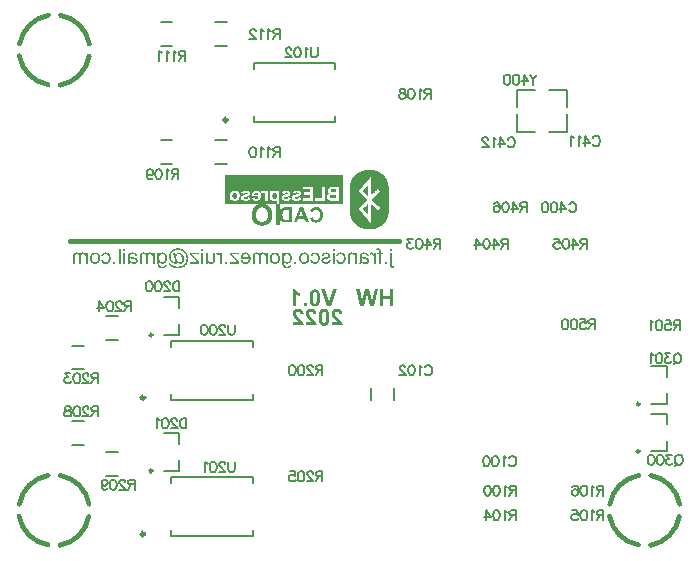
<source format=gbo>
G04*
G04 #@! TF.GenerationSoftware,Altium Limited,Altium Designer,22.6.1 (34)*
G04*
G04 Layer_Color=32896*
%FSLAX44Y44*%
%MOMM*%
G71*
G04*
G04 #@! TF.SameCoordinates,A0D8632A-B648-4B75-ABCE-4127253DC59C*
G04*
G04*
G04 #@! TF.FilePolarity,Positive*
G04*
G01*
G75*
%ADD10C,0.2500*%
%ADD11C,0.3000*%
%ADD12C,0.4000*%
%ADD13C,0.2000*%
%ADD15C,0.1600*%
G36*
X357191Y320596D02*
X357204Y320583D01*
X357235Y320570D01*
X357270Y320561D01*
X357313Y320552D01*
X357513Y320535D01*
X357704Y320526D01*
X357844Y320517D01*
X357922Y320509D01*
X358026Y320491D01*
X358157Y320465D01*
X358226Y320457D01*
X358322Y320448D01*
X358517Y320435D01*
X358552Y320426D01*
X358613Y320417D01*
X358648Y320409D01*
X358696Y320396D01*
X358765Y320378D01*
X358839Y320365D01*
X358900Y320356D01*
X358987Y320348D01*
X359091Y320330D01*
X359161Y320313D01*
X359209Y320300D01*
X359244Y320291D01*
X359317Y320278D01*
X359352Y320270D01*
X359413Y320261D01*
X359448Y320252D01*
X359522Y320230D01*
X359565Y320213D01*
X359609Y320204D01*
X359691Y320191D01*
X359813Y320174D01*
X359900Y320148D01*
X359957Y320126D01*
X359991Y320117D01*
X360065Y320104D01*
X360100Y320096D01*
X360161Y320078D01*
X360209Y320056D01*
X360252Y320039D01*
X360348Y320022D01*
X360422Y320009D01*
X360465Y319991D01*
X360513Y319970D01*
X360556Y319952D01*
X360600Y319944D01*
X360683Y319930D01*
X360726Y319913D01*
X360800Y319874D01*
X360900Y319852D01*
X360935Y319844D01*
X361048Y319791D01*
X361170Y319765D01*
X361230Y319748D01*
X361287Y319717D01*
X361343Y319696D01*
X361413Y319678D01*
X361461Y319665D01*
X361513Y319631D01*
X361570Y319609D01*
X361604Y319600D01*
X361665Y319583D01*
X361717Y319548D01*
X361748Y319535D01*
X361783Y319526D01*
X361839Y319513D01*
X361887Y319491D01*
X361939Y319457D01*
X361987Y319443D01*
X362022Y319435D01*
X362078Y319413D01*
X362130Y319378D01*
X362174Y319361D01*
X362209Y319352D01*
X362257Y319339D01*
X362317Y319296D01*
X362348Y319283D01*
X362396Y319270D01*
X362457Y319244D01*
X362474Y319235D01*
X362496Y319213D01*
X362552Y319191D01*
X362622Y319174D01*
X362717Y319113D01*
X362752Y319104D01*
X362813Y319078D01*
X362830Y319061D01*
X362878Y319030D01*
X362926Y319017D01*
X362974Y318996D01*
X363022Y318957D01*
X363091Y318930D01*
X363135Y318913D01*
X363152Y318896D01*
X363200Y318865D01*
X363248Y318852D01*
X363309Y318826D01*
X363326Y318809D01*
X363439Y318748D01*
X363456Y318739D01*
X363478Y318717D01*
X363600Y318657D01*
X363648Y318617D01*
X363665Y318609D01*
X363709Y318591D01*
X363761Y318556D01*
X363809Y318526D01*
X363857Y318513D01*
X363948Y318448D01*
X364004Y318426D01*
X364026Y318404D01*
X364074Y318365D01*
X364091Y318356D01*
X364135Y318339D01*
X364170Y318304D01*
X364230Y318270D01*
X364274Y318252D01*
X364309Y318217D01*
X364404Y318165D01*
X364422Y318148D01*
X364483Y318104D01*
X364517Y318096D01*
X364535Y318078D01*
X364552Y318070D01*
X364561Y318052D01*
X364639Y318009D01*
X364656Y317991D01*
X364674Y317983D01*
X364691Y317965D01*
X364752Y317930D01*
X364804Y317878D01*
X364883Y317835D01*
X364917Y317800D01*
X365013Y317748D01*
X365039Y317722D01*
X365100Y317678D01*
X365117Y317670D01*
X365135Y317652D01*
X365213Y317591D01*
X365230Y317583D01*
X365274Y317539D01*
X365335Y317504D01*
X365365Y317474D01*
X365413Y317435D01*
X365430Y317426D01*
X365483Y317374D01*
X365526Y317348D01*
X365565Y317309D01*
X365648Y317252D01*
X365665Y317243D01*
X365709Y317200D01*
X365752Y317174D01*
X365822Y317104D01*
X365839Y317096D01*
X365909Y317026D01*
X365926Y317017D01*
X365996Y316948D01*
X366013Y316939D01*
X366074Y316878D01*
X366091Y316870D01*
X366109Y316852D01*
X366126Y316843D01*
X366187Y316783D01*
X366204Y316774D01*
X366222Y316756D01*
X366239Y316748D01*
X366296Y316691D01*
X366348Y316648D01*
X366357Y316630D01*
X366387Y316600D01*
X366404Y316591D01*
X366500Y316496D01*
X366517Y316487D01*
X366522Y316474D01*
X366561Y316435D01*
X366578Y316426D01*
X366735Y316270D01*
X366752Y316261D01*
X366783Y316230D01*
X366791Y316213D01*
X366839Y316165D01*
X366856Y316157D01*
X366861Y316143D01*
X366887Y316117D01*
X366896Y316100D01*
X366909Y316096D01*
X366948Y316056D01*
X366956Y316039D01*
X367113Y315883D01*
X367122Y315865D01*
X367270Y315717D01*
X367278Y315700D01*
X367304Y315674D01*
X367313Y315657D01*
X367343Y315626D01*
X367383Y315578D01*
X367391Y315561D01*
X367461Y315491D01*
X367470Y315474D01*
X367539Y315404D01*
X367548Y315387D01*
X367596Y315339D01*
X367635Y315291D01*
X367644Y315274D01*
X367657Y315261D01*
X367674Y315252D01*
X367704Y315213D01*
X367713Y315196D01*
X367739Y315170D01*
X367800Y315091D01*
X367809Y315074D01*
X367852Y315030D01*
X367887Y314970D01*
X367926Y314930D01*
X367965Y314883D01*
X367974Y314865D01*
X368000Y314839D01*
X368061Y314761D01*
X368070Y314743D01*
X368096Y314717D01*
X368139Y314657D01*
X368148Y314639D01*
X368191Y314596D01*
X368226Y314535D01*
X368270Y314491D01*
X368313Y314413D01*
X368348Y314378D01*
X368391Y314300D01*
X368435Y314256D01*
X368478Y314178D01*
X368522Y314135D01*
X368565Y314056D01*
X368591Y314030D01*
X368643Y313935D01*
X368678Y313900D01*
X368713Y313839D01*
X368730Y313796D01*
X368765Y313761D01*
X368817Y313665D01*
X368852Y313630D01*
X368904Y313535D01*
X368913Y313517D01*
X368939Y313491D01*
X368965Y313448D01*
X368983Y313404D01*
X369009Y313378D01*
X369017Y313361D01*
X369030Y313348D01*
X369061Y313265D01*
X369087Y313239D01*
X369096Y313222D01*
X369113Y313204D01*
X369130Y313161D01*
X369156Y313100D01*
X369183Y313074D01*
X369209Y313030D01*
X369235Y312970D01*
X369244Y312952D01*
X369278Y312917D01*
X369287Y312900D01*
X369317Y312826D01*
X369374Y312743D01*
X369383Y312709D01*
X369409Y312648D01*
X369422Y312635D01*
X369456Y312583D01*
X369470Y312535D01*
X369491Y312487D01*
X369530Y312439D01*
X369557Y312370D01*
X369574Y312326D01*
X369587Y312313D01*
X369622Y312261D01*
X369635Y312213D01*
X369661Y312152D01*
X369691Y312122D01*
X369713Y312065D01*
X369739Y311978D01*
X369752Y311965D01*
X369787Y311913D01*
X369800Y311856D01*
X369835Y311778D01*
X369878Y311700D01*
X369887Y311665D01*
X369909Y311609D01*
X369944Y311556D01*
X369961Y311513D01*
X369974Y311457D01*
X369991Y311413D01*
X370000Y311396D01*
X370035Y311343D01*
X370052Y311274D01*
X370070Y311213D01*
X370109Y311148D01*
X370126Y311104D01*
X370139Y311039D01*
X370161Y310983D01*
X370204Y310913D01*
X370217Y310856D01*
X370235Y310796D01*
X370243Y310761D01*
X370287Y310691D01*
X370296Y310639D01*
X370322Y310535D01*
X370344Y310487D01*
X370370Y310435D01*
X370383Y310378D01*
X370400Y310309D01*
X370435Y310230D01*
X370461Y310161D01*
X370470Y310126D01*
X370478Y310065D01*
X370496Y310004D01*
X370517Y309956D01*
X370535Y309913D01*
X370544Y309870D01*
X370556Y309796D01*
X370574Y309726D01*
X370591Y309683D01*
X370613Y309635D01*
X370622Y309600D01*
X370635Y309543D01*
X370644Y309483D01*
X370674Y309383D01*
X370700Y309313D01*
X370713Y309239D01*
X370730Y309117D01*
X370739Y309083D01*
X370761Y309009D01*
X370778Y308965D01*
X370787Y308930D01*
X370813Y308757D01*
X370826Y308700D01*
X370839Y308652D01*
X370865Y308548D01*
X370874Y308504D01*
X370887Y308387D01*
X370896Y308326D01*
X370913Y308222D01*
X370935Y308148D01*
X370943Y308104D01*
X370961Y308009D01*
X370974Y307848D01*
X370983Y307787D01*
X370996Y307670D01*
X371004Y307617D01*
X371013Y307583D01*
X371022Y307539D01*
X371030Y307487D01*
X371039Y307417D01*
X371048Y307330D01*
X371057Y307174D01*
X371065Y306991D01*
X371074Y306870D01*
X371083Y306791D01*
X371091Y306739D01*
X371104Y306683D01*
X371139Y306656D01*
X371135Y284565D01*
X371117Y284557D01*
X371100Y284513D01*
X371091Y284478D01*
X371083Y284435D01*
X371074Y284356D01*
X371065Y284235D01*
X371057Y284052D01*
X371048Y283887D01*
X371039Y283800D01*
X371030Y283730D01*
X371004Y283600D01*
X370987Y283487D01*
X370978Y283417D01*
X370965Y283230D01*
X370956Y283196D01*
X370948Y283135D01*
X370930Y283065D01*
X370917Y283017D01*
X370909Y282974D01*
X370887Y282839D01*
X370878Y282752D01*
X370870Y282691D01*
X370844Y282587D01*
X370830Y282539D01*
X370822Y282504D01*
X370813Y282461D01*
X370800Y282378D01*
X370791Y282317D01*
X370783Y282283D01*
X370743Y282157D01*
X370722Y282057D01*
X370704Y281935D01*
X370648Y281756D01*
X370635Y281674D01*
X370617Y281604D01*
X370596Y281548D01*
X370565Y281465D01*
X370556Y281430D01*
X370539Y281326D01*
X370530Y281291D01*
X370509Y281243D01*
X370483Y281174D01*
X370470Y281100D01*
X370452Y281031D01*
X370404Y280931D01*
X370396Y280896D01*
X370383Y280839D01*
X370374Y280804D01*
X370335Y280713D01*
X370317Y280670D01*
X370309Y280635D01*
X370296Y280578D01*
X370287Y280543D01*
X370270Y280500D01*
X370239Y280443D01*
X370230Y280409D01*
X370209Y280317D01*
X370187Y280270D01*
X370152Y280217D01*
X370139Y280170D01*
X370122Y280100D01*
X370074Y280009D01*
X370056Y279965D01*
X370043Y279909D01*
X370017Y279848D01*
X370009Y279830D01*
X369996Y279817D01*
X369978Y279774D01*
X369965Y279717D01*
X369930Y279639D01*
X369909Y279609D01*
X369878Y279526D01*
X369843Y279448D01*
X369813Y279400D01*
X369800Y279352D01*
X369765Y279274D01*
X369722Y279196D01*
X369704Y279126D01*
X369678Y279083D01*
X369635Y279004D01*
X369617Y278944D01*
X369600Y278926D01*
X369591Y278909D01*
X369570Y278887D01*
X369548Y278830D01*
X369539Y278796D01*
X369504Y278743D01*
X369483Y278713D01*
X369461Y278657D01*
X369448Y278617D01*
X369391Y278535D01*
X369383Y278500D01*
X369356Y278439D01*
X369339Y278422D01*
X369304Y278361D01*
X369278Y278300D01*
X369239Y278261D01*
X369222Y278217D01*
X369200Y278161D01*
X369174Y278135D01*
X369130Y278057D01*
X369113Y278013D01*
X369087Y277987D01*
X369078Y277970D01*
X369065Y277957D01*
X369035Y277874D01*
X369013Y277852D01*
X368978Y277800D01*
X368956Y277743D01*
X368935Y277722D01*
X368896Y277674D01*
X368887Y277656D01*
X368861Y277596D01*
X368835Y277570D01*
X368783Y277474D01*
X368748Y277439D01*
X368696Y277344D01*
X368687Y277326D01*
X368652Y277291D01*
X368613Y277217D01*
X368574Y277170D01*
X368530Y277091D01*
X368496Y277057D01*
X368452Y276978D01*
X368409Y276935D01*
X368374Y276874D01*
X368348Y276848D01*
X368339Y276830D01*
X368322Y276813D01*
X368278Y276735D01*
X368235Y276691D01*
X368200Y276630D01*
X368157Y276587D01*
X368122Y276526D01*
X368070Y276474D01*
X368035Y276413D01*
X368004Y276383D01*
X367965Y276335D01*
X367957Y276317D01*
X367904Y276265D01*
X367878Y276222D01*
X367839Y276183D01*
X367783Y276100D01*
X367774Y276083D01*
X367743Y276052D01*
X367704Y276004D01*
X367696Y275987D01*
X367683Y275974D01*
X367665Y275965D01*
X367652Y275952D01*
X367644Y275935D01*
X367626Y275917D01*
X367617Y275900D01*
X367556Y275839D01*
X367548Y275822D01*
X367478Y275752D01*
X367470Y275735D01*
X367400Y275665D01*
X367391Y275648D01*
X367365Y275622D01*
X367356Y275604D01*
X367343Y275600D01*
X367330Y275587D01*
X367322Y275570D01*
X367304Y275552D01*
X367296Y275535D01*
X367278Y275517D01*
X367270Y275500D01*
X367130Y275361D01*
X367122Y275343D01*
X366965Y275187D01*
X366956Y275170D01*
X366861Y275074D01*
X366852Y275056D01*
X366839Y275052D01*
X366800Y275013D01*
X366791Y274996D01*
X366761Y274965D01*
X366744Y274956D01*
X366578Y274791D01*
X366561Y274783D01*
X366530Y274752D01*
X366522Y274735D01*
X366509Y274730D01*
X366422Y274643D01*
X366404Y274635D01*
X366256Y274487D01*
X366239Y274478D01*
X366222Y274461D01*
X366204Y274452D01*
X366187Y274435D01*
X366170Y274426D01*
X366109Y274365D01*
X366091Y274356D01*
X366030Y274296D01*
X366013Y274287D01*
X365996Y274270D01*
X365978Y274261D01*
X365965Y274239D01*
X365917Y274200D01*
X365887Y274178D01*
X365878Y274161D01*
X365830Y274122D01*
X365813Y274113D01*
X365743Y274044D01*
X365726Y274035D01*
X365709Y274017D01*
X365691Y274009D01*
X365687Y273996D01*
X365604Y273939D01*
X365587Y273930D01*
X365544Y273887D01*
X365500Y273861D01*
X365457Y273817D01*
X365396Y273774D01*
X365378Y273765D01*
X365365Y273752D01*
X365356Y273735D01*
X365283Y273687D01*
X365265Y273678D01*
X365222Y273635D01*
X365178Y273609D01*
X365126Y273556D01*
X365065Y273522D01*
X365048Y273513D01*
X365004Y273470D01*
X364944Y273435D01*
X364926Y273426D01*
X364891Y273391D01*
X364813Y273348D01*
X364770Y273304D01*
X364709Y273270D01*
X364683Y273244D01*
X364665Y273235D01*
X364648Y273217D01*
X364587Y273183D01*
X364570Y273174D01*
X364526Y273130D01*
X364509Y273122D01*
X364448Y273096D01*
X364422Y273070D01*
X364326Y273017D01*
X364291Y272983D01*
X364230Y272948D01*
X364187Y272930D01*
X364152Y272896D01*
X364074Y272852D01*
X364057Y272843D01*
X364030Y272817D01*
X363917Y272757D01*
X363878Y272717D01*
X363796Y272687D01*
X363735Y272644D01*
X363691Y272617D01*
X363630Y272591D01*
X363613Y272583D01*
X363596Y272565D01*
X363483Y272504D01*
X363465Y272496D01*
X363461Y272483D01*
X363335Y272417D01*
X363317Y272409D01*
X363296Y272387D01*
X363213Y272356D01*
X363178Y272348D01*
X363152Y272322D01*
X363135Y272313D01*
X363122Y272300D01*
X363065Y272278D01*
X363022Y272261D01*
X363004Y272252D01*
X362974Y272222D01*
X362891Y272191D01*
X362830Y272165D01*
X362800Y272135D01*
X362757Y272117D01*
X362709Y272104D01*
X362622Y272043D01*
X362587Y272035D01*
X362526Y272017D01*
X362483Y272000D01*
X362457Y271974D01*
X362361Y271939D01*
X362300Y271913D01*
X362252Y271883D01*
X362196Y271861D01*
X362170Y271852D01*
X362135Y271843D01*
X362117Y271826D01*
X362100Y271817D01*
X362087Y271804D01*
X362043Y271787D01*
X361978Y271774D01*
X361917Y271748D01*
X361839Y271704D01*
X361735Y271678D01*
X361670Y271639D01*
X361613Y271617D01*
X361509Y271591D01*
X361456Y271556D01*
X361387Y271530D01*
X361317Y271513D01*
X361217Y271465D01*
X361083Y271435D01*
X360952Y271374D01*
X360900Y271365D01*
X360865Y271357D01*
X360804Y271339D01*
X360748Y271309D01*
X360704Y271291D01*
X360661Y271283D01*
X360578Y271270D01*
X360517Y271252D01*
X360426Y271213D01*
X360391Y271204D01*
X360309Y271191D01*
X360239Y271174D01*
X360183Y271152D01*
X360113Y271126D01*
X360078Y271117D01*
X360004Y271104D01*
X359813Y271043D01*
X359778Y271035D01*
X359691Y271026D01*
X359630Y271017D01*
X359596Y271009D01*
X359444Y270961D01*
X359339Y270944D01*
X359257Y270930D01*
X359196Y270913D01*
X359161Y270904D01*
X359113Y270891D01*
X359026Y270874D01*
X358926Y270861D01*
X358778Y270844D01*
X358744Y270835D01*
X358696Y270822D01*
X358626Y270804D01*
X358561Y270791D01*
X358535Y270783D01*
X358309Y270774D01*
X358274Y270765D01*
X358157Y270752D01*
X358026Y270726D01*
X357922Y270709D01*
X357844Y270700D01*
X357596Y270687D01*
X357457Y270678D01*
X357343Y270670D01*
X357283Y270661D01*
X357248Y270652D01*
X357187Y270635D01*
X357178Y270617D01*
X356856Y270609D01*
X352317D01*
X352261Y270648D01*
X352174Y270665D01*
X352096Y270674D01*
X351974Y270683D01*
X351774Y270691D01*
X351600Y270700D01*
X351522Y270709D01*
X351452Y270717D01*
X351365Y270735D01*
X351330Y270744D01*
X351278Y270752D01*
X351170Y270765D01*
X351135Y270774D01*
X350970Y270783D01*
X350935Y270791D01*
X350874Y270800D01*
X350839Y270809D01*
X350791Y270822D01*
X350756Y270830D01*
X350670Y270848D01*
X350552Y270861D01*
X350491Y270870D01*
X350387Y270887D01*
X350339Y270900D01*
X350200Y270935D01*
X350074Y270948D01*
X350004Y270965D01*
X349957Y270978D01*
X349913Y270996D01*
X349843Y271013D01*
X349800Y271022D01*
X349709Y271035D01*
X349648Y271052D01*
X349561Y271078D01*
X349517Y271096D01*
X349465Y271104D01*
X349430Y271113D01*
X349370Y271122D01*
X349296Y271143D01*
X349209Y271178D01*
X349174Y271187D01*
X349091Y271200D01*
X349057Y271209D01*
X349017Y271222D01*
X348930Y271257D01*
X348896Y271265D01*
X348796Y271287D01*
X348704Y271326D01*
X348622Y271357D01*
X348587Y271365D01*
X348526Y271374D01*
X348435Y271413D01*
X348365Y271439D01*
X348300Y271452D01*
X348204Y271496D01*
X348135Y271522D01*
X348030Y271548D01*
X347957Y271587D01*
X347900Y271609D01*
X347865Y271617D01*
X347804Y271635D01*
X347743Y271670D01*
X347726Y271678D01*
X347683Y271696D01*
X347630Y271704D01*
X347587Y271722D01*
X347491Y271774D01*
X347457Y271783D01*
X347396Y271800D01*
X347378Y271817D01*
X347361Y271826D01*
X347348Y271839D01*
X347304Y271856D01*
X347248Y271870D01*
X347191Y271891D01*
X347139Y271926D01*
X347083Y271948D01*
X347004Y271983D01*
X346926Y272026D01*
X346839Y272052D01*
X346822Y272070D01*
X346804Y272078D01*
X346791Y272091D01*
X346748Y272109D01*
X346691Y272122D01*
X346604Y272183D01*
X346561Y272200D01*
X346526Y272209D01*
X346474Y272243D01*
X346426Y272274D01*
X346370Y272287D01*
X346283Y272348D01*
X346239Y272365D01*
X346183Y272387D01*
X346135Y272426D01*
X346117Y272435D01*
X346030Y272470D01*
X345991Y272509D01*
X345948Y272526D01*
X345891Y272548D01*
X345865Y272574D01*
X345787Y272617D01*
X345743Y272635D01*
X345717Y272661D01*
X345657Y272696D01*
X345613Y272713D01*
X345596Y272722D01*
X345578Y272739D01*
X345465Y272800D01*
X345448Y272809D01*
X345422Y272835D01*
X345326Y272887D01*
X345300Y272913D01*
X345204Y272965D01*
X345191Y272978D01*
X345144Y273017D01*
X345126Y273026D01*
X345065Y273052D01*
X345052Y273065D01*
X345004Y273104D01*
X344961Y273122D01*
X344917Y273165D01*
X344822Y273217D01*
X344787Y273252D01*
X344709Y273296D01*
X344665Y273339D01*
X344604Y273374D01*
X344578Y273400D01*
X344561Y273409D01*
X344543Y273426D01*
X344465Y273470D01*
X344422Y273513D01*
X344361Y273548D01*
X344317Y273591D01*
X344257Y273626D01*
X344204Y273678D01*
X344143Y273713D01*
X344113Y273743D01*
X344065Y273783D01*
X344048Y273791D01*
X344022Y273817D01*
X343943Y273878D01*
X343926Y273887D01*
X343904Y273909D01*
X343857Y273948D01*
X343839Y273957D01*
X343813Y273983D01*
X343735Y274044D01*
X343717Y274052D01*
X343696Y274074D01*
X343687Y274091D01*
X343657Y274113D01*
X343639Y274122D01*
X343570Y274191D01*
X343552Y274200D01*
X343483Y274270D01*
X343465Y274278D01*
X343417Y274326D01*
X343370Y274365D01*
X343352Y274374D01*
X343291Y274435D01*
X343274Y274443D01*
X343204Y274513D01*
X343187Y274522D01*
X343100Y274609D01*
X343083Y274617D01*
X342996Y274704D01*
X342978Y274713D01*
X342948Y274743D01*
X342939Y274761D01*
X342917Y274783D01*
X342900Y274791D01*
X342822Y274870D01*
X342791Y274891D01*
X342783Y274909D01*
X342743Y274948D01*
X342726Y274956D01*
X342696Y274987D01*
X342687Y275004D01*
X342657Y275035D01*
X342639Y275044D01*
X342617Y275065D01*
X342609Y275083D01*
X342522Y275170D01*
X342513Y275187D01*
X342491Y275209D01*
X342474Y275217D01*
X342461Y275230D01*
X342452Y275248D01*
X342365Y275335D01*
X342356Y275352D01*
X342335Y275374D01*
X342317Y275383D01*
X342313Y275396D01*
X342296Y275404D01*
X342287Y275422D01*
X342243Y275465D01*
X342235Y275483D01*
X342183Y275535D01*
X342174Y275552D01*
X342135Y275591D01*
X342096Y275639D01*
X342087Y275657D01*
X342017Y275726D01*
X342009Y275744D01*
X341939Y275813D01*
X341930Y275830D01*
X341861Y275900D01*
X341852Y275917D01*
X341809Y275961D01*
X341748Y276039D01*
X341739Y276056D01*
X341704Y276091D01*
X341678Y276135D01*
X341661Y276152D01*
X341652Y276170D01*
X341630Y276191D01*
X341591Y276239D01*
X341583Y276257D01*
X341552Y276287D01*
X341513Y276335D01*
X341504Y276352D01*
X341452Y276404D01*
X341417Y276465D01*
X341374Y276509D01*
X341339Y276570D01*
X341287Y276622D01*
X341252Y276683D01*
X341209Y276726D01*
X341165Y276804D01*
X341157Y276822D01*
X341122Y276856D01*
X341087Y276917D01*
X341044Y276961D01*
X341000Y277039D01*
X340965Y277074D01*
X340922Y277152D01*
X340904Y277170D01*
X340896Y277187D01*
X340870Y277213D01*
X340826Y277291D01*
X340817Y277309D01*
X340791Y277335D01*
X340748Y277413D01*
X340739Y277430D01*
X340704Y277465D01*
X340652Y277561D01*
X340644Y277578D01*
X340617Y277604D01*
X340574Y277683D01*
X340565Y277700D01*
X340539Y277726D01*
X340513Y277770D01*
X340496Y277813D01*
X340487Y277830D01*
X340448Y277870D01*
X340426Y277926D01*
X340409Y277970D01*
X340383Y277996D01*
X340348Y278057D01*
X340322Y278117D01*
X340283Y278157D01*
X340261Y278213D01*
X340243Y278256D01*
X340217Y278283D01*
X340183Y278344D01*
X340165Y278387D01*
X340104Y278474D01*
X340096Y278509D01*
X340070Y278570D01*
X340061Y278587D01*
X340030Y278617D01*
X340009Y278674D01*
X339978Y278748D01*
X339939Y278796D01*
X339930Y278830D01*
X339904Y278891D01*
X339896Y278909D01*
X339865Y278939D01*
X339843Y278996D01*
X339809Y279074D01*
X339765Y279152D01*
X339757Y279187D01*
X339722Y279265D01*
X339700Y279296D01*
X339678Y279352D01*
X339670Y279387D01*
X339648Y279435D01*
X339604Y279504D01*
X339591Y279552D01*
X339557Y279630D01*
X339548Y279648D01*
X339535Y279661D01*
X339517Y279704D01*
X339504Y279761D01*
X339478Y279822D01*
X339470Y279839D01*
X339456Y279852D01*
X339435Y279909D01*
X339426Y279944D01*
X339409Y280004D01*
X339370Y280078D01*
X339352Y280122D01*
X339339Y280170D01*
X339322Y280230D01*
X339287Y280283D01*
X339274Y280313D01*
X339252Y280404D01*
X339204Y280513D01*
X339187Y280557D01*
X339178Y280600D01*
X339165Y280657D01*
X339156Y280691D01*
X339126Y280748D01*
X339109Y280791D01*
X339087Y280883D01*
X339070Y280944D01*
X339052Y280987D01*
X339039Y281000D01*
X339022Y281043D01*
X339013Y281087D01*
X339000Y281161D01*
X338991Y281196D01*
X338961Y281270D01*
X338943Y281313D01*
X338935Y281348D01*
X338926Y281391D01*
X338913Y281474D01*
X338865Y281591D01*
X338852Y281639D01*
X338843Y281674D01*
X338835Y281735D01*
X338826Y281770D01*
X338778Y281922D01*
X338765Y281987D01*
X338756Y282022D01*
X338748Y282109D01*
X338739Y282143D01*
X338717Y282217D01*
X338700Y282261D01*
X338678Y282361D01*
X338661Y282483D01*
X338635Y282587D01*
X338622Y282635D01*
X338613Y282678D01*
X338591Y282813D01*
X338583Y282900D01*
X338565Y283004D01*
X338552Y283052D01*
X338526Y283157D01*
X338517Y283209D01*
X338504Y283378D01*
X338496Y283439D01*
X338483Y283556D01*
X338474Y283609D01*
X338448Y283739D01*
X338439Y283809D01*
X338430Y283887D01*
X338422Y284044D01*
X338413Y284244D01*
X338404Y284365D01*
X338396Y284443D01*
X338387Y284496D01*
X338374Y284552D01*
X338361Y284565D01*
X338344Y284574D01*
X338339Y306639D01*
X338352Y306644D01*
X338378Y306687D01*
X338396Y306774D01*
X338413Y306991D01*
X338422Y307174D01*
X338430Y307330D01*
X338439Y307409D01*
X338448Y307478D01*
X338474Y307609D01*
X338491Y307722D01*
X338500Y307800D01*
X338509Y307913D01*
X338517Y308009D01*
X338526Y308061D01*
X338539Y308117D01*
X338552Y308165D01*
X338561Y308200D01*
X338574Y308256D01*
X338583Y308291D01*
X338591Y308378D01*
X338609Y308526D01*
X338617Y308561D01*
X338630Y308609D01*
X338648Y308678D01*
X338670Y308778D01*
X338687Y308900D01*
X338704Y308970D01*
X338726Y309026D01*
X338735Y309061D01*
X338748Y309117D01*
X338756Y309152D01*
X338765Y309239D01*
X338783Y309309D01*
X338796Y309356D01*
X338822Y309426D01*
X338835Y309483D01*
X338843Y309517D01*
X338852Y309578D01*
X338861Y309613D01*
X338900Y309704D01*
X338913Y309752D01*
X338922Y309787D01*
X338939Y309891D01*
X338987Y310009D01*
X338996Y310044D01*
X339009Y310117D01*
X339026Y310187D01*
X339044Y310230D01*
X339057Y310243D01*
X339078Y310300D01*
X339087Y310326D01*
X339096Y310396D01*
X339143Y310504D01*
X339161Y310548D01*
X339183Y310648D01*
X339230Y310756D01*
X339252Y310813D01*
X339270Y310883D01*
X339283Y310930D01*
X339326Y311000D01*
X339348Y311091D01*
X339374Y311152D01*
X339383Y311170D01*
X339396Y311183D01*
X339413Y311226D01*
X339426Y311274D01*
X339435Y311309D01*
X339461Y311370D01*
X339470Y311387D01*
X339483Y311400D01*
X339504Y311457D01*
X339513Y311491D01*
X339530Y311552D01*
X339570Y311609D01*
X339600Y311691D01*
X339635Y311770D01*
X339656Y311800D01*
X339674Y311843D01*
X339683Y311878D01*
X339696Y311926D01*
X339713Y311943D01*
X339757Y312022D01*
X339765Y312057D01*
X339800Y312135D01*
X339822Y312165D01*
X339865Y312278D01*
X339904Y312326D01*
X339930Y312396D01*
X339948Y312439D01*
X339965Y312456D01*
X340009Y312535D01*
X340026Y312596D01*
X340043Y312613D01*
X340052Y312630D01*
X340070Y312648D01*
X340096Y312717D01*
X340122Y312778D01*
X340139Y312796D01*
X340161Y312826D01*
X340191Y312909D01*
X340239Y312957D01*
X340257Y313000D01*
X340278Y313057D01*
X340296Y313074D01*
X340317Y313104D01*
X340370Y313209D01*
X340409Y313256D01*
X340422Y313287D01*
X340443Y313344D01*
X340470Y313370D01*
X340530Y313483D01*
X340539Y313500D01*
X340574Y313535D01*
X340617Y313613D01*
X340626Y313630D01*
X340644Y313648D01*
X340696Y313743D01*
X340709Y313757D01*
X340748Y313804D01*
X340756Y313822D01*
X340774Y313865D01*
X340800Y313891D01*
X340809Y313909D01*
X340830Y313930D01*
X340852Y313987D01*
X340896Y314030D01*
X340948Y314126D01*
X340983Y314161D01*
X341026Y314239D01*
X341070Y314283D01*
X341104Y314343D01*
X341139Y314378D01*
X341191Y314474D01*
X341235Y314517D01*
X341270Y314578D01*
X341296Y314604D01*
X341357Y314683D01*
X341365Y314700D01*
X341391Y314726D01*
X341435Y314787D01*
X341443Y314804D01*
X341474Y314835D01*
X341513Y314883D01*
X341522Y314900D01*
X341548Y314926D01*
X341609Y315004D01*
X341630Y315035D01*
X341648Y315044D01*
X341674Y315087D01*
X341709Y315139D01*
X341726Y315148D01*
X341765Y315204D01*
X341774Y315222D01*
X341843Y315291D01*
X341852Y315309D01*
X341922Y315378D01*
X341930Y315396D01*
X341996Y315461D01*
X342030Y315513D01*
X342048Y315522D01*
X342070Y315543D01*
X342078Y315561D01*
X342096Y315578D01*
X342104Y315596D01*
X342165Y315657D01*
X342174Y315674D01*
X342191Y315691D01*
X342200Y315709D01*
X342270Y315778D01*
X342278Y315796D01*
X342300Y315817D01*
X342330Y315839D01*
X342339Y315856D01*
X342444Y315961D01*
X342452Y315978D01*
X342465Y315991D01*
X342483Y316000D01*
X342504Y316022D01*
X342513Y316039D01*
X342600Y316126D01*
X342609Y316143D01*
X342630Y316165D01*
X342648Y316174D01*
X342678Y316204D01*
X342687Y316222D01*
X342717Y316252D01*
X342735Y316261D01*
X342765Y316291D01*
X342787Y316322D01*
X342804Y316330D01*
X342900Y316426D01*
X342917Y316435D01*
X342930Y316448D01*
X342939Y316465D01*
X342970Y316496D01*
X342987Y316504D01*
X343144Y316661D01*
X343161Y316670D01*
X343230Y316739D01*
X343248Y316748D01*
X343265Y316765D01*
X343283Y316774D01*
X343322Y316813D01*
X343370Y316852D01*
X343387Y316861D01*
X343456Y316930D01*
X343474Y316939D01*
X343544Y317009D01*
X343561Y317017D01*
X343630Y317087D01*
X343648Y317096D01*
X343687Y317135D01*
X343735Y317174D01*
X343752Y317183D01*
X343778Y317209D01*
X343857Y317270D01*
X343874Y317278D01*
X343891Y317296D01*
X343970Y317356D01*
X343987Y317365D01*
X344009Y317387D01*
X344017Y317404D01*
X344083Y317444D01*
X344109Y317470D01*
X344187Y317530D01*
X344204Y317539D01*
X344230Y317565D01*
X344291Y317609D01*
X344309Y317617D01*
X344352Y317661D01*
X344413Y317696D01*
X344456Y317739D01*
X344535Y317783D01*
X344570Y317817D01*
X344648Y317861D01*
X344691Y317904D01*
X344752Y317939D01*
X344796Y317983D01*
X344891Y318035D01*
X344909Y318043D01*
X344944Y318078D01*
X345004Y318113D01*
X345022Y318122D01*
X345048Y318148D01*
X345144Y318200D01*
X345161Y318209D01*
X345187Y318235D01*
X345265Y318278D01*
X345283Y318296D01*
X345300Y318304D01*
X345317Y318322D01*
X345361Y318348D01*
X345404Y318365D01*
X345439Y318400D01*
X345500Y318435D01*
X345561Y318461D01*
X345591Y318491D01*
X345696Y318543D01*
X345743Y318583D01*
X345761Y318591D01*
X345839Y318626D01*
X345857Y318635D01*
X345874Y318652D01*
X345935Y318687D01*
X345983Y318709D01*
X346030Y318748D01*
X346074Y318765D01*
X346135Y318791D01*
X346148Y318804D01*
X346217Y318848D01*
X346265Y318861D01*
X346352Y318922D01*
X346387Y318930D01*
X346448Y318957D01*
X346465Y318965D01*
X346496Y318996D01*
X346552Y319017D01*
X346578Y319026D01*
X346613Y319035D01*
X346630Y319052D01*
X346648Y319061D01*
X346670Y319083D01*
X346726Y319104D01*
X346804Y319139D01*
X346883Y319183D01*
X346917Y319191D01*
X346978Y319217D01*
X346996Y319226D01*
X347013Y319244D01*
X347083Y319270D01*
X347161Y319304D01*
X347178Y319313D01*
X347191Y319326D01*
X347235Y319343D01*
X347283Y319356D01*
X347339Y319378D01*
X347391Y319413D01*
X347435Y319431D01*
X347491Y319443D01*
X347535Y319461D01*
X347604Y319504D01*
X347639Y319513D01*
X347726Y319539D01*
X347787Y319574D01*
X347844Y319596D01*
X347900Y319609D01*
X347961Y319635D01*
X347978Y319643D01*
X347991Y319657D01*
X348035Y319674D01*
X348091Y319687D01*
X348161Y319704D01*
X348261Y319752D01*
X348309Y319765D01*
X348378Y319783D01*
X348470Y319822D01*
X348513Y319839D01*
X348570Y319852D01*
X348639Y319870D01*
X348730Y319909D01*
X348774Y319926D01*
X348839Y319939D01*
X348909Y319956D01*
X348983Y319987D01*
X349026Y320004D01*
X349152Y320026D01*
X349222Y320043D01*
X349270Y320065D01*
X349313Y320083D01*
X349404Y320104D01*
X349465Y320113D01*
X349500Y320122D01*
X349548Y320135D01*
X349617Y320161D01*
X349687Y320178D01*
X349739Y320187D01*
X349822Y320200D01*
X349891Y320217D01*
X349939Y320230D01*
X349996Y320252D01*
X350022Y320261D01*
X350117Y320270D01*
X350152Y320278D01*
X350213Y320287D01*
X350248Y320296D01*
X350296Y320309D01*
X350365Y320326D01*
X350452Y320344D01*
X350570Y320356D01*
X350691Y320374D01*
X350761Y320391D01*
X350809Y320404D01*
X350844Y320413D01*
X350887Y320422D01*
X350939Y320430D01*
X351017Y320439D01*
X351152Y320452D01*
X351213Y320461D01*
X351330Y320474D01*
X351365Y320483D01*
X351409Y320491D01*
X351500Y320504D01*
X351535Y320513D01*
X351648Y320522D01*
X351839Y320530D01*
X352096Y320544D01*
X352165Y320552D01*
X352209Y320561D01*
X352265Y320574D01*
X352278Y320587D01*
X352287Y320604D01*
X357187Y320609D01*
X357191Y320596D01*
D02*
G37*
G36*
X375000Y205562D02*
X372161D01*
Y211729D01*
X366573D01*
Y205562D01*
X363734D01*
Y219652D01*
X366573D01*
Y214111D01*
X372161D01*
Y219652D01*
X375000D01*
Y205562D01*
D02*
G37*
G36*
X292262Y219453D02*
X292368Y219224D01*
X292628Y218797D01*
X292903Y218415D01*
X293193Y218079D01*
X293330Y217927D01*
X293452Y217805D01*
X293559Y217683D01*
X293666Y217591D01*
X293742Y217515D01*
X293803Y217469D01*
X293849Y217438D01*
X293864Y217423D01*
X294322Y217087D01*
X294750Y216812D01*
X295131Y216583D01*
X295467Y216416D01*
X295620Y216339D01*
X295757Y216278D01*
X295864Y216232D01*
X295971Y216187D01*
X296047Y216156D01*
X296108Y216141D01*
X296139Y216126D01*
X296154D01*
Y213668D01*
X295788Y213805D01*
X295437Y213943D01*
X295086Y214095D01*
X294765Y214263D01*
X294460Y214431D01*
X294170Y214599D01*
X293910Y214767D01*
X293666Y214935D01*
X293437Y215088D01*
X293254Y215240D01*
X293071Y215378D01*
X292933Y215484D01*
X292826Y215576D01*
X292735Y215652D01*
X292689Y215698D01*
X292674Y215713D01*
Y205562D01*
X289972D01*
Y219698D01*
X292170D01*
X292262Y219453D01*
D02*
G37*
G36*
X358834Y205562D02*
X355735D01*
X352926Y216095D01*
X350148Y205562D01*
X347080D01*
X343706Y219652D01*
X346576D01*
X348713Y209806D01*
X351155Y219652D01*
X354560D01*
X357140Y209958D01*
X359246Y219652D01*
X362162D01*
X358834Y205562D01*
D02*
G37*
G36*
X322228D02*
X319174D01*
X314137Y219652D01*
X317159D01*
X320609Y209226D01*
X324182Y219652D01*
X327250D01*
X322228Y205562D01*
D02*
G37*
G36*
X301772Y205562D02*
X299070D01*
Y208264D01*
X301772D01*
Y205562D01*
D02*
G37*
G36*
X309099Y219682D02*
X309450Y219637D01*
X309786Y219560D01*
X310091Y219469D01*
X310382Y219362D01*
X310641Y219240D01*
X310885Y219102D01*
X311099Y218980D01*
X311282Y218843D01*
X311450Y218705D01*
X311588Y218583D01*
X311710Y218476D01*
X311801Y218385D01*
X311862Y218309D01*
X311908Y218263D01*
X311923Y218247D01*
X312168Y217896D01*
X312381Y217499D01*
X312565Y217072D01*
X312717Y216614D01*
X312854Y216141D01*
X312961Y215668D01*
X313053Y215194D01*
X313129Y214721D01*
X313175Y214278D01*
X313221Y213866D01*
X313251Y213500D01*
X313282Y213164D01*
Y213027D01*
Y212905D01*
X313297Y212798D01*
Y212691D01*
Y212630D01*
Y212569D01*
Y212538D01*
Y212523D01*
X313282Y211790D01*
X313236Y211119D01*
X313175Y210493D01*
X313099Y209928D01*
X313007Y209409D01*
X312900Y208951D01*
X312794Y208539D01*
X312671Y208172D01*
X312549Y207867D01*
X312442Y207592D01*
X312335Y207363D01*
X312244Y207180D01*
X312168Y207043D01*
X312091Y206951D01*
X312061Y206890D01*
X312045Y206875D01*
X311801Y206600D01*
X311542Y206356D01*
X311267Y206142D01*
X310992Y205959D01*
X310717Y205821D01*
X310443Y205684D01*
X310183Y205577D01*
X309924Y205501D01*
X309679Y205440D01*
X309450Y205379D01*
X309252Y205348D01*
X309069Y205333D01*
X308931Y205318D01*
X308825Y205302D01*
X308733D01*
X308367Y205318D01*
X308015Y205363D01*
X307680Y205440D01*
X307374Y205531D01*
X307084Y205638D01*
X306825Y205760D01*
X306581Y205882D01*
X306367Y206020D01*
X306184Y206157D01*
X306016Y206279D01*
X305863Y206402D01*
X305756Y206508D01*
X305665Y206600D01*
X305588Y206676D01*
X305558Y206722D01*
X305542Y206737D01*
X305298Y207088D01*
X305084Y207485D01*
X304901Y207928D01*
X304733Y208371D01*
X304611Y208844D01*
X304489Y209332D01*
X304398Y209806D01*
X304321Y210279D01*
X304275Y210722D01*
X304230Y211134D01*
X304199Y211515D01*
X304168Y211836D01*
Y211989D01*
Y212111D01*
X304153Y212218D01*
Y212325D01*
Y212386D01*
Y212447D01*
Y212477D01*
Y212492D01*
X304168Y213210D01*
X304214Y213881D01*
X304275Y214507D01*
X304367Y215072D01*
X304474Y215591D01*
X304581Y216064D01*
X304718Y216492D01*
X304840Y216858D01*
X304962Y217194D01*
X305084Y217469D01*
X305207Y217713D01*
X305313Y217896D01*
X305405Y218049D01*
X305466Y218156D01*
X305512Y218217D01*
X305527Y218232D01*
X305756Y218492D01*
X306000Y218721D01*
X306260Y218919D01*
X306519Y219087D01*
X306779Y219224D01*
X307054Y219347D01*
X307313Y219438D01*
X307557Y219515D01*
X307802Y219576D01*
X308031Y219621D01*
X308229Y219652D01*
X308397Y219682D01*
X308534D01*
X308641Y219698D01*
X308733D01*
X309099Y219682D01*
D02*
G37*
G36*
X325311Y252372D02*
X323744D01*
Y254161D01*
X325311D01*
Y252372D01*
D02*
G37*
G36*
X214017Y252372D02*
X212450D01*
Y254161D01*
X214017D01*
Y252372D01*
D02*
G37*
G36*
X148170Y252372D02*
X146603D01*
Y254161D01*
X148170D01*
Y252372D01*
D02*
G37*
G36*
X374017Y252331D02*
X372450D01*
Y254161D01*
X374017D01*
Y252331D01*
D02*
G37*
G36*
X285606Y250819D02*
X286008Y250750D01*
X286369Y250653D01*
X286535Y250597D01*
X286688Y250542D01*
X286826Y250473D01*
X286937Y250417D01*
X287048Y250362D01*
X287131Y250320D01*
X287201Y250278D01*
X287256Y250251D01*
X287284Y250237D01*
X287298Y250223D01*
X287617Y249973D01*
X287908Y249696D01*
X288144Y249405D01*
X288338Y249127D01*
X288490Y248878D01*
X288560Y248767D01*
X288601Y248670D01*
X288643Y248600D01*
X288671Y248545D01*
X288698Y248503D01*
Y248489D01*
X288851Y248059D01*
X288976Y247630D01*
X289059Y247227D01*
X289114Y246853D01*
X289128Y246673D01*
X289142Y246520D01*
X289156Y246395D01*
Y246270D01*
X289170Y246173D01*
Y246104D01*
Y246062D01*
Y246049D01*
X289156Y245688D01*
X289128Y245355D01*
X289073Y245022D01*
X289004Y244717D01*
X288934Y244426D01*
X288837Y244149D01*
X288740Y243899D01*
X288643Y243663D01*
X288546Y243455D01*
X288463Y243275D01*
X288366Y243108D01*
X288296Y242984D01*
X288227Y242873D01*
X288171Y242803D01*
X288144Y242748D01*
X288130Y242734D01*
X287922Y242498D01*
X287700Y242276D01*
X287464Y242096D01*
X287215Y241943D01*
X286979Y241805D01*
X286729Y241694D01*
X286479Y241611D01*
X286244Y241527D01*
X286022Y241472D01*
X285828Y241430D01*
X285634Y241403D01*
X285481Y241389D01*
X285342Y241375D01*
X285245Y241361D01*
X285162D01*
X284885Y241375D01*
X284607Y241416D01*
X284358Y241472D01*
X284122Y241555D01*
X283886Y241638D01*
X283678Y241749D01*
X283484Y241846D01*
X283304Y241971D01*
X283151Y242082D01*
X282999Y242193D01*
X282888Y242290D01*
X282777Y242373D01*
X282707Y242457D01*
X282638Y242512D01*
X282610Y242554D01*
X282596Y242568D01*
Y242290D01*
Y242041D01*
X282610Y241819D01*
Y241611D01*
X282624Y241430D01*
Y241264D01*
X282638Y241125D01*
X282652Y241000D01*
X282666Y240889D01*
Y240806D01*
X282680Y240723D01*
X282693Y240668D01*
Y240626D01*
X282707Y240598D01*
Y240571D01*
X282804Y240293D01*
X282929Y240044D01*
X283068Y239835D01*
X283193Y239669D01*
X283331Y239530D01*
X283428Y239433D01*
X283498Y239364D01*
X283512Y239350D01*
X283526D01*
X283761Y239198D01*
X284039Y239100D01*
X284316Y239017D01*
X284580Y238962D01*
X284829Y238934D01*
X284926Y238920D01*
X285023D01*
X285093Y238906D01*
X285204D01*
X285564Y238920D01*
X285883Y238976D01*
X286147Y239045D01*
X286382Y239128D01*
X286563Y239211D01*
X286688Y239281D01*
X286771Y239336D01*
X286798Y239350D01*
X286951Y239489D01*
X287062Y239655D01*
X287159Y239822D01*
X287228Y240002D01*
X287270Y240154D01*
X287298Y240279D01*
X287325Y240362D01*
Y240376D01*
Y240390D01*
X288851Y240598D01*
Y240321D01*
X288823Y240071D01*
X288782Y239835D01*
X288712Y239614D01*
X288643Y239419D01*
X288560Y239225D01*
X288477Y239059D01*
X288379Y238920D01*
X288282Y238782D01*
X288199Y238671D01*
X288116Y238573D01*
X288033Y238490D01*
X287977Y238435D01*
X287922Y238393D01*
X287894Y238365D01*
X287880Y238351D01*
X287686Y238227D01*
X287464Y238102D01*
X287256Y238005D01*
X287020Y237922D01*
X286577Y237783D01*
X286147Y237700D01*
X285952Y237672D01*
X285772Y237644D01*
X285606Y237630D01*
X285467Y237617D01*
X285356Y237603D01*
X285190D01*
X284690Y237630D01*
X284233Y237686D01*
X284025Y237728D01*
X283845Y237769D01*
X283664Y237811D01*
X283498Y237866D01*
X283345Y237922D01*
X283220Y237963D01*
X283109Y238005D01*
X283012Y238046D01*
X282943Y238088D01*
X282888Y238102D01*
X282860Y238130D01*
X282846D01*
X282513Y238338D01*
X282222Y238573D01*
X281986Y238809D01*
X281792Y239045D01*
X281639Y239239D01*
X281528Y239405D01*
X281487Y239475D01*
X281459Y239517D01*
X281445Y239544D01*
Y239558D01*
X281362Y239738D01*
X281293Y239946D01*
X281237Y240182D01*
X281182Y240418D01*
X281112Y240931D01*
X281057Y241430D01*
X281043Y241666D01*
X281029Y241888D01*
X281015Y242096D01*
X281001Y242276D01*
Y242415D01*
Y242526D01*
Y242595D01*
Y242623D01*
Y250639D01*
X282444D01*
Y249502D01*
X282652Y249737D01*
X282860Y249946D01*
X283096Y250126D01*
X283318Y250278D01*
X283553Y250417D01*
X283775Y250514D01*
X283997Y250611D01*
X284205Y250681D01*
X284399Y250736D01*
X284580Y250778D01*
X284746Y250805D01*
X284885Y250833D01*
X284996D01*
X285093Y250847D01*
X285384D01*
X285606Y250819D01*
D02*
G37*
G36*
X180012D02*
X180414Y250750D01*
X180774Y250653D01*
X180941Y250597D01*
X181094Y250542D01*
X181232Y250473D01*
X181343Y250417D01*
X181454Y250362D01*
X181537Y250320D01*
X181607Y250278D01*
X181662Y250251D01*
X181690Y250237D01*
X181704Y250223D01*
X182023Y249973D01*
X182314Y249696D01*
X182550Y249405D01*
X182744Y249127D01*
X182896Y248878D01*
X182966Y248767D01*
X183007Y248670D01*
X183049Y248600D01*
X183077Y248545D01*
X183104Y248503D01*
Y248489D01*
X183257Y248059D01*
X183382Y247630D01*
X183465Y247227D01*
X183521Y246853D01*
X183534Y246673D01*
X183548Y246520D01*
X183562Y246395D01*
Y246270D01*
X183576Y246173D01*
Y246104D01*
Y246062D01*
Y246049D01*
X183562Y245688D01*
X183534Y245355D01*
X183479Y245022D01*
X183410Y244717D01*
X183340Y244426D01*
X183243Y244149D01*
X183146Y243899D01*
X183049Y243663D01*
X182952Y243455D01*
X182869Y243275D01*
X182772Y243108D01*
X182702Y242984D01*
X182633Y242873D01*
X182577Y242803D01*
X182550Y242748D01*
X182536Y242734D01*
X182328Y242498D01*
X182106Y242276D01*
X181870Y242096D01*
X181621Y241943D01*
X181385Y241805D01*
X181135Y241694D01*
X180886Y241611D01*
X180650Y241527D01*
X180428Y241472D01*
X180234Y241430D01*
X180040Y241403D01*
X179887Y241389D01*
X179748Y241375D01*
X179651Y241361D01*
X179568D01*
X179291Y241375D01*
X179013Y241416D01*
X178764Y241472D01*
X178528Y241555D01*
X178292Y241638D01*
X178084Y241749D01*
X177890Y241846D01*
X177710Y241971D01*
X177557Y242082D01*
X177404Y242193D01*
X177294Y242290D01*
X177183Y242373D01*
X177113Y242457D01*
X177044Y242512D01*
X177016Y242554D01*
X177002Y242568D01*
Y242290D01*
Y242041D01*
X177016Y241819D01*
Y241611D01*
X177030Y241430D01*
Y241264D01*
X177044Y241125D01*
X177058Y241000D01*
X177072Y240889D01*
Y240806D01*
X177085Y240723D01*
X177099Y240668D01*
Y240626D01*
X177113Y240598D01*
Y240571D01*
X177210Y240293D01*
X177335Y240044D01*
X177474Y239835D01*
X177599Y239669D01*
X177737Y239530D01*
X177834Y239433D01*
X177904Y239364D01*
X177918Y239350D01*
X177931D01*
X178167Y239198D01*
X178445Y239100D01*
X178722Y239017D01*
X178986Y238962D01*
X179235Y238934D01*
X179332Y238920D01*
X179429D01*
X179499Y238906D01*
X179610D01*
X179970Y238920D01*
X180289Y238976D01*
X180553Y239045D01*
X180788Y239128D01*
X180969Y239211D01*
X181094Y239281D01*
X181177Y239336D01*
X181204Y239350D01*
X181357Y239489D01*
X181468Y239655D01*
X181565Y239822D01*
X181634Y240002D01*
X181676Y240154D01*
X181704Y240279D01*
X181731Y240362D01*
Y240376D01*
Y240390D01*
X183257Y240598D01*
Y240321D01*
X183229Y240071D01*
X183188Y239835D01*
X183118Y239614D01*
X183049Y239419D01*
X182966Y239225D01*
X182882Y239059D01*
X182785Y238920D01*
X182688Y238782D01*
X182605Y238671D01*
X182522Y238573D01*
X182439Y238490D01*
X182383Y238435D01*
X182328Y238393D01*
X182300Y238365D01*
X182286Y238351D01*
X182092Y238227D01*
X181870Y238102D01*
X181662Y238005D01*
X181426Y237922D01*
X180983Y237783D01*
X180553Y237700D01*
X180359Y237672D01*
X180178Y237644D01*
X180012Y237630D01*
X179873Y237617D01*
X179762Y237603D01*
X179596D01*
X179097Y237630D01*
X178639Y237686D01*
X178431Y237728D01*
X178251Y237769D01*
X178070Y237811D01*
X177904Y237866D01*
X177751Y237922D01*
X177626Y237963D01*
X177516Y238005D01*
X177418Y238046D01*
X177349Y238088D01*
X177294Y238102D01*
X177266Y238130D01*
X177252D01*
X176919Y238338D01*
X176628Y238573D01*
X176392Y238809D01*
X176198Y239045D01*
X176045Y239239D01*
X175935Y239405D01*
X175893Y239475D01*
X175865Y239517D01*
X175851Y239544D01*
Y239558D01*
X175768Y239738D01*
X175699Y239946D01*
X175643Y240182D01*
X175588Y240418D01*
X175518Y240931D01*
X175463Y241430D01*
X175449Y241666D01*
X175435Y241888D01*
X175421Y242096D01*
X175408Y242276D01*
Y242415D01*
Y242526D01*
Y242595D01*
Y242623D01*
Y250639D01*
X176850D01*
Y249502D01*
X177058Y249737D01*
X177266Y249946D01*
X177502Y250126D01*
X177724Y250278D01*
X177959Y250417D01*
X178181Y250514D01*
X178403Y250611D01*
X178611Y250681D01*
X178805Y250736D01*
X178986Y250778D01*
X179152Y250805D01*
X179291Y250833D01*
X179402D01*
X179499Y250847D01*
X179790D01*
X180012Y250819D01*
D02*
G37*
G36*
X244320Y249349D02*
X240256D01*
X239951Y249363D01*
X239660D01*
X239382Y249377D01*
X239147Y249391D01*
X238953D01*
X238883Y249405D01*
X238786D01*
X244666Y242637D01*
Y241361D01*
X236456D01*
Y242720D01*
X241102D01*
X241463Y242706D01*
X241796Y242692D01*
X242101Y242679D01*
X242239Y242665D01*
X242364Y242651D01*
X242475D01*
X242572Y242637D01*
X242642D01*
X242711Y242623D01*
X242752D01*
X241768Y243705D01*
X236733Y249585D01*
Y250639D01*
X244320D01*
Y249349D01*
D02*
G37*
G36*
X210550D02*
X206487D01*
X206182Y249363D01*
X205890D01*
X205613Y249377D01*
X205377Y249391D01*
X205183D01*
X205114Y249405D01*
X205016D01*
X210897Y242637D01*
Y241361D01*
X202687D01*
Y242720D01*
X207332D01*
X207693Y242706D01*
X208026Y242692D01*
X208331Y242679D01*
X208470Y242665D01*
X208595Y242651D01*
X208706D01*
X208803Y242637D01*
X208872D01*
X208941Y242623D01*
X208983D01*
X207998Y243705D01*
X202964Y249585D01*
Y250639D01*
X210550D01*
Y249349D01*
D02*
G37*
G36*
X264803Y250833D02*
X265122Y250778D01*
X265399Y250722D01*
X265649Y250639D01*
X265843Y250570D01*
X265926Y250528D01*
X265996Y250500D01*
X266051Y250473D01*
X266093Y250445D01*
X266107Y250431D01*
X266121D01*
X266384Y250264D01*
X266606Y250084D01*
X266800Y249904D01*
X266967Y249724D01*
X267105Y249571D01*
X267202Y249446D01*
X267258Y249363D01*
X267286Y249349D01*
Y250639D01*
X268686D01*
Y241361D01*
X267119D01*
Y246173D01*
Y246409D01*
X267105Y246617D01*
X267092Y246825D01*
X267078Y247005D01*
X267064Y247186D01*
X267036Y247338D01*
X267022Y247477D01*
X266994Y247616D01*
X266967Y247727D01*
X266953Y247824D01*
X266925Y247907D01*
X266911Y247976D01*
X266897Y248032D01*
X266883Y248073D01*
X266870Y248087D01*
Y248101D01*
X266759Y248337D01*
X266634Y248545D01*
X266495Y248725D01*
X266356Y248864D01*
X266245Y248989D01*
X266148Y249058D01*
X266079Y249113D01*
X266051Y249127D01*
X265829Y249252D01*
X265621Y249335D01*
X265413Y249405D01*
X265219Y249446D01*
X265053Y249474D01*
X264928Y249488D01*
X264817D01*
X264512Y249460D01*
X264248Y249405D01*
X264040Y249321D01*
X263860Y249224D01*
X263735Y249127D01*
X263638Y249044D01*
X263583Y248989D01*
X263569Y248961D01*
X263444Y248739D01*
X263347Y248489D01*
X263278Y248226D01*
X263222Y247976D01*
X263194Y247740D01*
Y247643D01*
X263181Y247560D01*
Y247477D01*
Y247421D01*
Y247394D01*
Y247380D01*
Y241361D01*
X261613D01*
Y246742D01*
X261600Y247005D01*
X261586Y247241D01*
X261558Y247477D01*
X261516Y247685D01*
X261461Y247865D01*
X261405Y248046D01*
X261350Y248198D01*
X261281Y248337D01*
X261225Y248448D01*
X261170Y248559D01*
X261114Y248642D01*
X261059Y248711D01*
X261017Y248767D01*
X260989Y248808D01*
X260962Y248822D01*
Y248836D01*
X260837Y248947D01*
X260698Y249058D01*
X260435Y249210D01*
X260157Y249335D01*
X259894Y249405D01*
X259672Y249460D01*
X259575Y249474D01*
X259492D01*
X259422Y249488D01*
X259325D01*
X259131Y249474D01*
X258951Y249446D01*
X258784Y249405D01*
X258646Y249363D01*
X258535Y249308D01*
X258451Y249266D01*
X258396Y249238D01*
X258382Y249224D01*
X258243Y249127D01*
X258119Y249016D01*
X258035Y248905D01*
X257952Y248794D01*
X257897Y248697D01*
X257855Y248628D01*
X257827Y248573D01*
Y248559D01*
X257772Y248378D01*
X257744Y248170D01*
X257716Y247948D01*
X257689Y247727D01*
Y247519D01*
X257675Y247352D01*
Y247297D01*
Y247241D01*
Y247213D01*
Y247200D01*
Y241361D01*
X256108D01*
Y247727D01*
X256122Y248018D01*
X256135Y248281D01*
X256177Y248531D01*
X256219Y248767D01*
X256274Y248975D01*
X256343Y249169D01*
X256413Y249335D01*
X256482Y249488D01*
X256551Y249627D01*
X256621Y249751D01*
X256676Y249848D01*
X256746Y249932D01*
X256787Y249987D01*
X256829Y250029D01*
X256843Y250056D01*
X256857Y250070D01*
X256995Y250209D01*
X257162Y250334D01*
X257328Y250431D01*
X257495Y250514D01*
X257855Y250653D01*
X258188Y250750D01*
X258354Y250778D01*
X258507Y250805D01*
X258632Y250819D01*
X258757Y250833D01*
X258840Y250847D01*
X258979D01*
X259297Y250833D01*
X259603Y250778D01*
X259894Y250694D01*
X260171Y250597D01*
X260421Y250473D01*
X260657Y250334D01*
X260878Y250181D01*
X261073Y250043D01*
X261253Y249890D01*
X261405Y249737D01*
X261544Y249599D01*
X261641Y249474D01*
X261738Y249377D01*
X261794Y249294D01*
X261835Y249238D01*
X261849Y249224D01*
X261974Y249502D01*
X262113Y249737D01*
X262265Y249932D01*
X262418Y250112D01*
X262570Y250237D01*
X262681Y250334D01*
X262764Y250403D01*
X262778Y250417D01*
X262792D01*
X263056Y250556D01*
X263333Y250667D01*
X263610Y250736D01*
X263874Y250791D01*
X264110Y250819D01*
X264207Y250833D01*
X264304Y250847D01*
X264470D01*
X264803Y250833D01*
D02*
G37*
G36*
X169153D02*
X169472Y250778D01*
X169749Y250722D01*
X169999Y250639D01*
X170193Y250570D01*
X170276Y250528D01*
X170345Y250500D01*
X170401Y250473D01*
X170443Y250445D01*
X170457Y250431D01*
X170470D01*
X170734Y250264D01*
X170956Y250084D01*
X171150Y249904D01*
X171316Y249724D01*
X171455Y249571D01*
X171552Y249446D01*
X171607Y249363D01*
X171635Y249349D01*
Y250639D01*
X173036D01*
Y241361D01*
X171469D01*
Y246173D01*
Y246409D01*
X171455Y246617D01*
X171441Y246825D01*
X171427Y247005D01*
X171413Y247186D01*
X171386Y247338D01*
X171372Y247477D01*
X171344Y247616D01*
X171316Y247727D01*
X171302Y247824D01*
X171275Y247907D01*
X171261Y247976D01*
X171247Y248032D01*
X171233Y248073D01*
X171219Y248087D01*
Y248101D01*
X171108Y248337D01*
X170984Y248545D01*
X170845Y248725D01*
X170706Y248864D01*
X170595Y248989D01*
X170498Y249058D01*
X170429Y249113D01*
X170401Y249127D01*
X170179Y249252D01*
X169971Y249335D01*
X169763Y249405D01*
X169569Y249446D01*
X169403Y249474D01*
X169278Y249488D01*
X169167D01*
X168862Y249460D01*
X168598Y249405D01*
X168390Y249321D01*
X168210Y249224D01*
X168085Y249127D01*
X167988Y249044D01*
X167932Y248989D01*
X167918Y248961D01*
X167794Y248739D01*
X167697Y248489D01*
X167627Y248226D01*
X167572Y247976D01*
X167544Y247740D01*
Y247643D01*
X167530Y247560D01*
Y247477D01*
Y247421D01*
Y247394D01*
Y247380D01*
Y241361D01*
X165963D01*
Y246742D01*
X165949Y247005D01*
X165935Y247241D01*
X165908Y247477D01*
X165866Y247685D01*
X165811Y247865D01*
X165755Y248046D01*
X165700Y248198D01*
X165630Y248337D01*
X165575Y248448D01*
X165519Y248559D01*
X165464Y248642D01*
X165408Y248711D01*
X165367Y248767D01*
X165339Y248808D01*
X165311Y248822D01*
Y248836D01*
X165187Y248947D01*
X165048Y249058D01*
X164784Y249210D01*
X164507Y249335D01*
X164243Y249405D01*
X164021Y249460D01*
X163924Y249474D01*
X163841D01*
X163772Y249488D01*
X163675D01*
X163481Y249474D01*
X163300Y249446D01*
X163134Y249405D01*
X162995Y249363D01*
X162884Y249308D01*
X162801Y249266D01*
X162746Y249238D01*
X162732Y249224D01*
X162593Y249127D01*
X162468Y249016D01*
X162385Y248905D01*
X162302Y248794D01*
X162246Y248697D01*
X162205Y248628D01*
X162177Y248573D01*
Y248559D01*
X162122Y248378D01*
X162094Y248170D01*
X162066Y247948D01*
X162038Y247727D01*
Y247519D01*
X162024Y247352D01*
Y247297D01*
Y247241D01*
Y247213D01*
Y247200D01*
Y241361D01*
X160457D01*
Y247727D01*
X160471Y248018D01*
X160485Y248281D01*
X160527Y248531D01*
X160568Y248767D01*
X160624Y248975D01*
X160693Y249169D01*
X160762Y249335D01*
X160832Y249488D01*
X160901Y249627D01*
X160970Y249751D01*
X161026Y249848D01*
X161095Y249932D01*
X161137Y249987D01*
X161178Y250029D01*
X161192Y250056D01*
X161206Y250070D01*
X161345Y250209D01*
X161511Y250334D01*
X161678Y250431D01*
X161844Y250514D01*
X162205Y250653D01*
X162538Y250750D01*
X162704Y250778D01*
X162857Y250805D01*
X162981Y250819D01*
X163106Y250833D01*
X163189Y250847D01*
X163328D01*
X163647Y250833D01*
X163952Y250778D01*
X164243Y250694D01*
X164521Y250597D01*
X164770Y250473D01*
X165006Y250334D01*
X165228Y250181D01*
X165422Y250043D01*
X165602Y249890D01*
X165755Y249737D01*
X165894Y249599D01*
X165991Y249474D01*
X166088Y249377D01*
X166143Y249294D01*
X166185Y249238D01*
X166199Y249224D01*
X166324Y249502D01*
X166462Y249737D01*
X166615Y249932D01*
X166768Y250112D01*
X166920Y250237D01*
X167031Y250334D01*
X167114Y250403D01*
X167128Y250417D01*
X167142D01*
X167405Y250556D01*
X167683Y250667D01*
X167960Y250736D01*
X168224Y250791D01*
X168459Y250819D01*
X168556Y250833D01*
X168654Y250847D01*
X168820D01*
X169153Y250833D01*
D02*
G37*
G36*
X112528Y250833D02*
X112847Y250778D01*
X113125Y250722D01*
X113374Y250639D01*
X113568Y250570D01*
X113652Y250528D01*
X113721Y250500D01*
X113776Y250473D01*
X113818Y250445D01*
X113832Y250431D01*
X113846D01*
X114109Y250264D01*
X114331Y250084D01*
X114525Y249904D01*
X114692Y249724D01*
X114830Y249571D01*
X114927Y249446D01*
X114983Y249363D01*
X115011Y249349D01*
Y250639D01*
X116411D01*
Y241361D01*
X114844D01*
Y246173D01*
Y246409D01*
X114830Y246617D01*
X114816Y246825D01*
X114803Y247005D01*
X114789Y247186D01*
X114761Y247338D01*
X114747Y247477D01*
X114719Y247616D01*
X114692Y247727D01*
X114678Y247824D01*
X114650Y247907D01*
X114636Y247976D01*
X114622Y248032D01*
X114608Y248073D01*
X114594Y248087D01*
Y248101D01*
X114484Y248337D01*
X114359Y248545D01*
X114220Y248725D01*
X114081Y248864D01*
X113970Y248989D01*
X113873Y249058D01*
X113804Y249113D01*
X113776Y249127D01*
X113554Y249252D01*
X113346Y249335D01*
X113138Y249405D01*
X112944Y249446D01*
X112778Y249474D01*
X112653Y249488D01*
X112542D01*
X112237Y249460D01*
X111973Y249405D01*
X111765Y249321D01*
X111585Y249224D01*
X111460Y249127D01*
X111363Y249044D01*
X111308Y248989D01*
X111294Y248961D01*
X111169Y248739D01*
X111072Y248489D01*
X111003Y248226D01*
X110947Y247976D01*
X110919Y247740D01*
Y247643D01*
X110906Y247560D01*
Y247477D01*
Y247421D01*
Y247394D01*
Y247380D01*
Y241361D01*
X109338D01*
Y246742D01*
X109325Y247005D01*
X109311Y247241D01*
X109283Y247477D01*
X109241Y247685D01*
X109186Y247865D01*
X109130Y248046D01*
X109075Y248198D01*
X109006Y248337D01*
X108950Y248448D01*
X108895Y248559D01*
X108839Y248642D01*
X108784Y248711D01*
X108742Y248767D01*
X108714Y248808D01*
X108687Y248822D01*
Y248836D01*
X108562Y248947D01*
X108423Y249058D01*
X108160Y249210D01*
X107882Y249335D01*
X107619Y249405D01*
X107397Y249460D01*
X107300Y249474D01*
X107217D01*
X107147Y249488D01*
X107050D01*
X106856Y249474D01*
X106676Y249446D01*
X106509Y249405D01*
X106371Y249363D01*
X106260Y249308D01*
X106176Y249266D01*
X106121Y249238D01*
X106107Y249224D01*
X105968Y249127D01*
X105844Y249016D01*
X105760Y248905D01*
X105677Y248794D01*
X105622Y248697D01*
X105580Y248628D01*
X105552Y248573D01*
Y248559D01*
X105497Y248378D01*
X105469Y248170D01*
X105441Y247948D01*
X105414Y247727D01*
Y247519D01*
X105400Y247352D01*
Y247297D01*
Y247241D01*
Y247213D01*
Y247200D01*
Y241361D01*
X103833D01*
Y247727D01*
X103847Y248018D01*
X103860Y248281D01*
X103902Y248531D01*
X103944Y248767D01*
X103999Y248975D01*
X104068Y249169D01*
X104138Y249335D01*
X104207Y249488D01*
X104276Y249627D01*
X104346Y249751D01*
X104401Y249848D01*
X104471Y249932D01*
X104512Y249987D01*
X104554Y250029D01*
X104568Y250056D01*
X104582Y250070D01*
X104720Y250209D01*
X104887Y250334D01*
X105053Y250431D01*
X105219Y250514D01*
X105580Y250653D01*
X105913Y250750D01*
X106079Y250778D01*
X106232Y250805D01*
X106357Y250819D01*
X106482Y250833D01*
X106565Y250847D01*
X106703D01*
X107022Y250833D01*
X107327Y250778D01*
X107619Y250694D01*
X107896Y250597D01*
X108146Y250473D01*
X108382Y250334D01*
X108603Y250181D01*
X108798Y250043D01*
X108978Y249890D01*
X109130Y249737D01*
X109269Y249599D01*
X109366Y249474D01*
X109463Y249377D01*
X109519Y249294D01*
X109560Y249238D01*
X109574Y249224D01*
X109699Y249502D01*
X109838Y249737D01*
X109990Y249932D01*
X110143Y250112D01*
X110295Y250237D01*
X110406Y250334D01*
X110490Y250403D01*
X110503Y250417D01*
X110517D01*
X110781Y250556D01*
X111058Y250667D01*
X111335Y250736D01*
X111599Y250791D01*
X111835Y250819D01*
X111932Y250833D01*
X112029Y250847D01*
X112195D01*
X112528Y250833D01*
D02*
G37*
G36*
X350662Y250833D02*
X351065Y250791D01*
X351425Y250736D01*
X351592Y250708D01*
X351730Y250681D01*
X351869Y250653D01*
X351994Y250625D01*
X352091Y250597D01*
X352174Y250570D01*
X352243Y250542D01*
X352299Y250528D01*
X352327Y250514D01*
X352341D01*
X352659Y250375D01*
X352937Y250223D01*
X353173Y250070D01*
X353367Y249918D01*
X353519Y249779D01*
X353630Y249668D01*
X353700Y249599D01*
X353727Y249585D01*
Y249571D01*
X353894Y249335D01*
X354033Y249072D01*
X354143Y248808D01*
X354240Y248559D01*
X354310Y248337D01*
X354338Y248240D01*
X354365Y248157D01*
X354379Y248087D01*
X354393Y248032D01*
X354407Y248004D01*
Y247990D01*
X352868Y247782D01*
X352812Y247962D01*
X352757Y248129D01*
X352646Y248406D01*
X352507Y248656D01*
X352382Y248836D01*
X352271Y248975D01*
X352174Y249086D01*
X352119Y249141D01*
X352091Y249155D01*
X351869Y249280D01*
X351605Y249377D01*
X351342Y249446D01*
X351078Y249502D01*
X350829Y249529D01*
X350732D01*
X350635Y249543D01*
X350454D01*
X350038Y249516D01*
X349678Y249460D01*
X349373Y249377D01*
X349123Y249280D01*
X348929Y249169D01*
X348860Y249127D01*
X348790Y249086D01*
X348735Y249058D01*
X348707Y249030D01*
X348679Y249002D01*
X348527Y248836D01*
X348416Y248628D01*
X348333Y248406D01*
X348277Y248184D01*
X348249Y247976D01*
X348222Y247810D01*
Y247754D01*
Y247699D01*
Y247671D01*
Y247657D01*
Y247616D01*
Y247560D01*
Y247421D01*
X348236Y247366D01*
Y247311D01*
Y247269D01*
Y247255D01*
X348416Y247200D01*
X348610Y247144D01*
X348832Y247089D01*
X349054Y247033D01*
X349511Y246936D01*
X349969Y246853D01*
X350191Y246825D01*
X350385Y246797D01*
X350565Y246770D01*
X350732Y246742D01*
X350857Y246728D01*
X350954Y246714D01*
X351009Y246700D01*
X351037D01*
X351370Y246659D01*
X351647Y246617D01*
X351897Y246576D01*
X352091Y246548D01*
X352243Y246506D01*
X352354Y246492D01*
X352410Y246465D01*
X352438D01*
X352659Y246395D01*
X352881Y246312D01*
X353075Y246229D01*
X353242Y246146D01*
X353381Y246076D01*
X353478Y246007D01*
X353547Y245965D01*
X353575Y245951D01*
X353755Y245813D01*
X353908Y245674D01*
X354046Y245522D01*
X354157Y245383D01*
X354254Y245244D01*
X354324Y245147D01*
X354365Y245078D01*
X354379Y245050D01*
X354476Y244828D01*
X354560Y244620D01*
X354615Y244412D01*
X354643Y244218D01*
X354670Y244051D01*
X354684Y243913D01*
Y243830D01*
Y243816D01*
Y243802D01*
X354670Y243594D01*
X354643Y243386D01*
X354615Y243192D01*
X354560Y243011D01*
X354421Y242679D01*
X354268Y242415D01*
X354199Y242290D01*
X354129Y242193D01*
X354060Y242096D01*
X353991Y242027D01*
X353935Y241971D01*
X353908Y241930D01*
X353880Y241902D01*
X353866Y241888D01*
X353700Y241763D01*
X353533Y241652D01*
X353339Y241541D01*
X353159Y241458D01*
X352770Y241333D01*
X352382Y241250D01*
X352216Y241208D01*
X352049Y241195D01*
X351897Y241181D01*
X351772Y241167D01*
X351675Y241153D01*
X351522D01*
X351176Y241167D01*
X350857Y241195D01*
X350565Y241250D01*
X350302Y241306D01*
X350094Y241361D01*
X349997Y241389D01*
X349927Y241416D01*
X349872Y241430D01*
X349830Y241444D01*
X349803Y241458D01*
X349789D01*
X349484Y241597D01*
X349179Y241749D01*
X348901Y241930D01*
X348638Y242110D01*
X348416Y242262D01*
X348333Y242346D01*
X348249Y242401D01*
X348180Y242457D01*
X348138Y242498D01*
X348111Y242512D01*
X348097Y242526D01*
X348069Y242276D01*
X348027Y242054D01*
X347972Y241860D01*
X347916Y241694D01*
X347875Y241555D01*
X347833Y241444D01*
X347806Y241389D01*
X347792Y241361D01*
X346155D01*
X346252Y241555D01*
X346335Y241763D01*
X346405Y241943D01*
X346460Y242110D01*
X346502Y242262D01*
X346530Y242373D01*
X346544Y242443D01*
Y242470D01*
X346557Y242595D01*
X346571Y242762D01*
X346585Y242942D01*
X346599Y243150D01*
X346613Y243372D01*
Y243608D01*
X346627Y244079D01*
Y244301D01*
X346641Y244523D01*
Y244717D01*
Y244897D01*
Y245036D01*
Y245147D01*
Y245216D01*
Y245244D01*
Y247338D01*
Y247532D01*
Y247699D01*
X346655Y247851D01*
Y248004D01*
X346668Y248254D01*
X346682Y248448D01*
X346696Y248600D01*
X346710Y248697D01*
X346724Y248767D01*
Y248781D01*
X346779Y249016D01*
X346862Y249224D01*
X346946Y249405D01*
X347029Y249557D01*
X347098Y249682D01*
X347168Y249779D01*
X347209Y249835D01*
X347223Y249848D01*
X347376Y250001D01*
X347542Y250140D01*
X347722Y250264D01*
X347903Y250362D01*
X348069Y250445D01*
X348194Y250500D01*
X348249Y250528D01*
X348291Y250542D01*
X348305Y250556D01*
X348319D01*
X348610Y250653D01*
X348929Y250722D01*
X349248Y250778D01*
X349553Y250805D01*
X349817Y250833D01*
X349941D01*
X350038Y250847D01*
X350233D01*
X350662Y250833D01*
D02*
G37*
G36*
X154633Y250833D02*
X155035Y250791D01*
X155395Y250736D01*
X155562Y250708D01*
X155701Y250681D01*
X155839Y250653D01*
X155964Y250625D01*
X156061Y250597D01*
X156144Y250570D01*
X156214Y250542D01*
X156269Y250528D01*
X156297Y250514D01*
X156311D01*
X156630Y250375D01*
X156907Y250223D01*
X157143Y250070D01*
X157337Y249918D01*
X157490Y249779D01*
X157600Y249668D01*
X157670Y249599D01*
X157697Y249585D01*
Y249571D01*
X157864Y249335D01*
X158003Y249072D01*
X158114Y248808D01*
X158211Y248559D01*
X158280Y248337D01*
X158308Y248240D01*
X158336Y248157D01*
X158349Y248087D01*
X158363Y248032D01*
X158377Y248004D01*
Y247990D01*
X156838Y247782D01*
X156782Y247962D01*
X156727Y248129D01*
X156616Y248406D01*
X156477Y248656D01*
X156352Y248836D01*
X156241Y248975D01*
X156144Y249086D01*
X156089Y249141D01*
X156061Y249155D01*
X155839Y249280D01*
X155576Y249377D01*
X155312Y249446D01*
X155049Y249502D01*
X154799Y249529D01*
X154702D01*
X154605Y249543D01*
X154425D01*
X154009Y249516D01*
X153648Y249460D01*
X153343Y249377D01*
X153093Y249280D01*
X152899Y249169D01*
X152830Y249127D01*
X152760Y249086D01*
X152705Y249058D01*
X152677Y249030D01*
X152649Y249002D01*
X152497Y248836D01*
X152386Y248628D01*
X152303Y248406D01*
X152247Y248184D01*
X152219Y247976D01*
X152192Y247810D01*
Y247754D01*
Y247699D01*
Y247671D01*
Y247657D01*
Y247616D01*
Y247560D01*
Y247421D01*
X152206Y247366D01*
Y247311D01*
Y247269D01*
Y247255D01*
X152386Y247200D01*
X152580Y247144D01*
X152802Y247089D01*
X153024Y247033D01*
X153482Y246936D01*
X153939Y246853D01*
X154161Y246825D01*
X154355Y246797D01*
X154536Y246770D01*
X154702Y246742D01*
X154827Y246728D01*
X154924Y246714D01*
X154979Y246700D01*
X155007D01*
X155340Y246659D01*
X155617Y246617D01*
X155867Y246576D01*
X156061Y246548D01*
X156214Y246506D01*
X156325Y246492D01*
X156380Y246465D01*
X156408D01*
X156630Y246395D01*
X156852Y246312D01*
X157046Y246229D01*
X157212Y246146D01*
X157351Y246076D01*
X157448Y246007D01*
X157517Y245965D01*
X157545Y245951D01*
X157725Y245813D01*
X157878Y245674D01*
X158017Y245522D01*
X158127Y245383D01*
X158224Y245244D01*
X158294Y245147D01*
X158336Y245078D01*
X158349Y245050D01*
X158446Y244828D01*
X158530Y244620D01*
X158585Y244412D01*
X158613Y244218D01*
X158641Y244051D01*
X158654Y243913D01*
Y243830D01*
Y243816D01*
Y243802D01*
X158641Y243594D01*
X158613Y243386D01*
X158585Y243192D01*
X158530Y243011D01*
X158391Y242679D01*
X158238Y242415D01*
X158169Y242290D01*
X158100Y242193D01*
X158030Y242096D01*
X157961Y242027D01*
X157906Y241971D01*
X157878Y241930D01*
X157850Y241902D01*
X157836Y241888D01*
X157670Y241763D01*
X157503Y241652D01*
X157309Y241541D01*
X157129Y241458D01*
X156741Y241333D01*
X156352Y241250D01*
X156186Y241208D01*
X156019Y241194D01*
X155867Y241181D01*
X155742Y241167D01*
X155645Y241153D01*
X155492D01*
X155146Y241167D01*
X154827Y241194D01*
X154536Y241250D01*
X154272Y241306D01*
X154064Y241361D01*
X153967Y241389D01*
X153898Y241416D01*
X153842Y241430D01*
X153800Y241444D01*
X153773Y241458D01*
X153759D01*
X153454Y241597D01*
X153149Y241749D01*
X152871Y241930D01*
X152608Y242110D01*
X152386Y242262D01*
X152303Y242346D01*
X152219Y242401D01*
X152150Y242457D01*
X152109Y242498D01*
X152081Y242512D01*
X152067Y242526D01*
X152039Y242276D01*
X151998Y242054D01*
X151942Y241860D01*
X151887Y241694D01*
X151845Y241555D01*
X151804Y241444D01*
X151776Y241389D01*
X151762Y241361D01*
X150125D01*
X150223Y241555D01*
X150306Y241763D01*
X150375Y241943D01*
X150430Y242110D01*
X150472Y242262D01*
X150500Y242373D01*
X150514Y242443D01*
Y242470D01*
X150528Y242595D01*
X150541Y242762D01*
X150555Y242942D01*
X150569Y243150D01*
X150583Y243372D01*
Y243608D01*
X150597Y244079D01*
Y244301D01*
X150611Y244523D01*
Y244717D01*
Y244897D01*
Y245036D01*
Y245147D01*
Y245216D01*
Y245244D01*
Y247338D01*
Y247532D01*
Y247699D01*
X150625Y247851D01*
Y248004D01*
X150639Y248254D01*
X150652Y248448D01*
X150666Y248600D01*
X150680Y248697D01*
X150694Y248767D01*
Y248781D01*
X150750Y249016D01*
X150833Y249224D01*
X150916Y249405D01*
X150999Y249557D01*
X151068Y249682D01*
X151138Y249779D01*
X151179Y249835D01*
X151193Y249848D01*
X151346Y250001D01*
X151512Y250140D01*
X151692Y250264D01*
X151873Y250362D01*
X152039Y250445D01*
X152164Y250500D01*
X152219Y250528D01*
X152261Y250542D01*
X152275Y250556D01*
X152289D01*
X152580Y250653D01*
X152899Y250722D01*
X153218Y250778D01*
X153523Y250805D01*
X153787Y250833D01*
X153912D01*
X154009Y250847D01*
X154203D01*
X154633Y250833D01*
D02*
G37*
G36*
X224016Y244884D02*
Y244537D01*
X224002Y244232D01*
X223988Y243982D01*
X223975Y243774D01*
X223961Y243622D01*
X223947Y243497D01*
X223933Y243441D01*
Y243414D01*
X223864Y243164D01*
X223794Y242942D01*
X223711Y242748D01*
X223628Y242581D01*
X223559Y242443D01*
X223503Y242332D01*
X223461Y242276D01*
X223448Y242249D01*
X223309Y242082D01*
X223143Y241930D01*
X222962Y241791D01*
X222796Y241680D01*
X222629Y241583D01*
X222505Y241514D01*
X222421Y241472D01*
X222407Y241458D01*
X222394D01*
X222116Y241361D01*
X221853Y241278D01*
X221589Y241222D01*
X221353Y241195D01*
X221145Y241167D01*
X220993Y241153D01*
X220854D01*
X220508Y241167D01*
X220189Y241222D01*
X219897Y241292D01*
X219606Y241403D01*
X219343Y241514D01*
X219107Y241652D01*
X218885Y241791D01*
X218677Y241943D01*
X218497Y242082D01*
X218344Y242221D01*
X218205Y242360D01*
X218094Y242470D01*
X218011Y242581D01*
X217956Y242651D01*
X217914Y242706D01*
X217900Y242720D01*
Y241361D01*
X216500D01*
Y250639D01*
X218067D01*
Y245660D01*
X218081Y245244D01*
X218108Y244884D01*
X218150Y244578D01*
X218192Y244315D01*
X218219Y244204D01*
X218247Y244121D01*
X218275Y244038D01*
X218289Y243968D01*
X218302Y243927D01*
X218316Y243885D01*
X218330Y243871D01*
Y243857D01*
X218441Y243635D01*
X218580Y243441D01*
X218732Y243275D01*
X218871Y243136D01*
X219010Y243025D01*
X219121Y242942D01*
X219190Y242887D01*
X219204Y242873D01*
X219218D01*
X219454Y242748D01*
X219675Y242665D01*
X219897Y242595D01*
X220105Y242554D01*
X220286Y242526D01*
X220410Y242512D01*
X220535D01*
X220785Y242526D01*
X221021Y242568D01*
X221229Y242623D01*
X221395Y242692D01*
X221534Y242748D01*
X221645Y242803D01*
X221700Y242845D01*
X221728Y242859D01*
X221894Y242997D01*
X222033Y243164D01*
X222144Y243316D01*
X222227Y243469D01*
X222297Y243608D01*
X222338Y243732D01*
X222352Y243802D01*
X222366Y243830D01*
X222380Y243913D01*
X222394Y244024D01*
X222407Y244273D01*
X222435Y244551D01*
Y244828D01*
X222449Y245078D01*
Y245189D01*
Y245300D01*
Y245383D01*
Y245438D01*
Y245480D01*
Y245494D01*
Y250639D01*
X224016D01*
Y244884D01*
D02*
G37*
G36*
X330955Y250819D02*
X331371Y250764D01*
X331746Y250667D01*
X331912Y250611D01*
X332079Y250570D01*
X332217Y250514D01*
X332342Y250459D01*
X332453Y250417D01*
X332550Y250362D01*
X332634Y250334D01*
X332689Y250306D01*
X332717Y250278D01*
X332731D01*
X333091Y250043D01*
X333396Y249779D01*
X333660Y249488D01*
X333868Y249224D01*
X334034Y248975D01*
X334090Y248864D01*
X334145Y248767D01*
X334187Y248697D01*
X334215Y248642D01*
X334242Y248600D01*
Y248586D01*
X334409Y248157D01*
X334520Y247699D01*
X334603Y247255D01*
X334672Y246853D01*
X334686Y246659D01*
X334700Y246492D01*
X334714Y246340D01*
Y246201D01*
X334728Y246104D01*
Y246021D01*
Y245965D01*
Y245951D01*
X334714Y245535D01*
X334672Y245133D01*
X334617Y244759D01*
X334547Y244412D01*
X334464Y244093D01*
X334367Y243802D01*
X334256Y243538D01*
X334145Y243303D01*
X334048Y243095D01*
X333937Y242900D01*
X333840Y242748D01*
X333757Y242623D01*
X333688Y242512D01*
X333632Y242443D01*
X333590Y242401D01*
X333577Y242387D01*
X333355Y242165D01*
X333119Y241985D01*
X332869Y241819D01*
X332620Y241680D01*
X332356Y241555D01*
X332107Y241458D01*
X331857Y241375D01*
X331621Y241306D01*
X331399Y241250D01*
X331191Y241222D01*
X330997Y241195D01*
X330844Y241167D01*
X330706D01*
X330609Y241153D01*
X330526D01*
X330248Y241167D01*
X329985Y241195D01*
X329735Y241236D01*
X329485Y241292D01*
X329263Y241361D01*
X329055Y241444D01*
X328861Y241514D01*
X328681Y241611D01*
X328529Y241694D01*
X328376Y241763D01*
X328265Y241846D01*
X328154Y241916D01*
X328085Y241971D01*
X328015Y242013D01*
X327988Y242041D01*
X327974Y242054D01*
X327794Y242235D01*
X327613Y242415D01*
X327461Y242623D01*
X327336Y242831D01*
X327211Y243039D01*
X327100Y243247D01*
X326934Y243635D01*
X326864Y243830D01*
X326809Y243996D01*
X326767Y244149D01*
X326726Y244287D01*
X326698Y244398D01*
X326684Y244481D01*
X326670Y244537D01*
Y244551D01*
X328209Y244759D01*
X328251Y244537D01*
X328293Y244343D01*
X328348Y244149D01*
X328404Y243982D01*
X328473Y243816D01*
X328529Y243677D01*
X328598Y243552D01*
X328667Y243427D01*
X328736Y243330D01*
X328792Y243247D01*
X328903Y243108D01*
X328972Y243025D01*
X328986Y243011D01*
X329000Y242997D01*
X329250Y242817D01*
X329499Y242679D01*
X329763Y242581D01*
X329999Y242512D01*
X330220Y242470D01*
X330304Y242457D01*
X330387D01*
X330456Y242443D01*
X330539D01*
X330747Y242457D01*
X330955Y242484D01*
X331136Y242526D01*
X331316Y242581D01*
X331635Y242706D01*
X331912Y242873D01*
X332023Y242942D01*
X332120Y243025D01*
X332204Y243095D01*
X332287Y243164D01*
X332342Y243206D01*
X332384Y243247D01*
X332398Y243275D01*
X332412Y243289D01*
X332536Y243455D01*
X332647Y243649D01*
X332744Y243857D01*
X332814Y244065D01*
X332952Y244523D01*
X333036Y244967D01*
X333063Y245175D01*
X333077Y245369D01*
X333091Y245549D01*
X333105Y245702D01*
X333119Y245827D01*
Y245924D01*
Y245993D01*
Y246007D01*
X333105Y246340D01*
X333091Y246659D01*
X333050Y246936D01*
X333008Y247200D01*
X332952Y247449D01*
X332883Y247671D01*
X332814Y247865D01*
X332744Y248046D01*
X332689Y248198D01*
X332620Y248337D01*
X332550Y248448D01*
X332495Y248531D01*
X332453Y248614D01*
X332412Y248656D01*
X332398Y248683D01*
X332384Y248697D01*
X332245Y248850D01*
X332093Y248975D01*
X331926Y249100D01*
X331774Y249197D01*
X331607Y249280D01*
X331455Y249349D01*
X331150Y249446D01*
X330872Y249516D01*
X330761Y249529D01*
X330650Y249543D01*
X330567Y249557D01*
X330456D01*
X330179Y249543D01*
X329915Y249488D01*
X329693Y249405D01*
X329499Y249321D01*
X329347Y249224D01*
X329222Y249155D01*
X329153Y249100D01*
X329125Y249072D01*
X328931Y248878D01*
X328764Y248656D01*
X328639Y248420D01*
X328529Y248198D01*
X328445Y247990D01*
X328390Y247824D01*
X328376Y247754D01*
X328362Y247713D01*
X328348Y247685D01*
Y247671D01*
X326823Y247907D01*
X326878Y248157D01*
X326961Y248406D01*
X327045Y248628D01*
X327128Y248836D01*
X327225Y249030D01*
X327336Y249210D01*
X327433Y249363D01*
X327544Y249516D01*
X327641Y249640D01*
X327738Y249751D01*
X327821Y249848D01*
X327904Y249932D01*
X327960Y249987D01*
X328015Y250029D01*
X328043Y250056D01*
X328057Y250070D01*
X328237Y250209D01*
X328431Y250334D01*
X328639Y250431D01*
X328848Y250514D01*
X329263Y250653D01*
X329652Y250750D01*
X329832Y250778D01*
X329999Y250805D01*
X330151Y250819D01*
X330276Y250833D01*
X330373Y250847D01*
X330526D01*
X330955Y250819D01*
D02*
G37*
G36*
X309099D02*
X309515Y250764D01*
X309889Y250667D01*
X310056Y250611D01*
X310222Y250570D01*
X310361Y250514D01*
X310486Y250459D01*
X310597Y250417D01*
X310694Y250362D01*
X310777Y250334D01*
X310832Y250306D01*
X310860Y250278D01*
X310874D01*
X311235Y250043D01*
X311540Y249779D01*
X311803Y249488D01*
X312011Y249224D01*
X312178Y248975D01*
X312233Y248864D01*
X312289Y248767D01*
X312330Y248697D01*
X312358Y248642D01*
X312386Y248600D01*
Y248586D01*
X312552Y248157D01*
X312663Y247699D01*
X312746Y247255D01*
X312816Y246853D01*
X312829Y246659D01*
X312843Y246492D01*
X312857Y246340D01*
Y246201D01*
X312871Y246104D01*
Y246021D01*
Y245965D01*
Y245951D01*
X312857Y245535D01*
X312816Y245133D01*
X312760Y244759D01*
X312691Y244412D01*
X312608Y244093D01*
X312511Y243802D01*
X312400Y243538D01*
X312289Y243303D01*
X312192Y243095D01*
X312081Y242900D01*
X311984Y242748D01*
X311900Y242623D01*
X311831Y242512D01*
X311775Y242443D01*
X311734Y242401D01*
X311720Y242387D01*
X311498Y242165D01*
X311262Y241985D01*
X311013Y241819D01*
X310763Y241680D01*
X310500Y241555D01*
X310250Y241458D01*
X310000Y241375D01*
X309764Y241306D01*
X309543Y241250D01*
X309335Y241222D01*
X309140Y241195D01*
X308988Y241167D01*
X308849D01*
X308752Y241153D01*
X308669D01*
X308392Y241167D01*
X308128Y241195D01*
X307878Y241236D01*
X307629Y241292D01*
X307407Y241361D01*
X307199Y241444D01*
X307005Y241514D01*
X306824Y241611D01*
X306672Y241694D01*
X306519Y241763D01*
X306408Y241846D01*
X306297Y241916D01*
X306228Y241971D01*
X306159Y242013D01*
X306131Y242041D01*
X306117Y242054D01*
X305937Y242235D01*
X305757Y242415D01*
X305604Y242623D01*
X305479Y242831D01*
X305354Y243039D01*
X305243Y243247D01*
X305077Y243635D01*
X305008Y243830D01*
X304952Y243996D01*
X304911Y244149D01*
X304869Y244287D01*
X304841Y244398D01*
X304827Y244481D01*
X304813Y244537D01*
Y244551D01*
X306353Y244759D01*
X306395Y244537D01*
X306436Y244343D01*
X306492Y244149D01*
X306547Y243982D01*
X306616Y243816D01*
X306672Y243677D01*
X306741Y243552D01*
X306811Y243427D01*
X306880Y243330D01*
X306935Y243247D01*
X307046Y243108D01*
X307116Y243025D01*
X307129Y243011D01*
X307143Y242997D01*
X307393Y242817D01*
X307643Y242679D01*
X307906Y242581D01*
X308142Y242512D01*
X308364Y242470D01*
X308447Y242457D01*
X308530D01*
X308600Y242443D01*
X308683D01*
X308891Y242457D01*
X309099Y242484D01*
X309279Y242526D01*
X309459Y242581D01*
X309778Y242706D01*
X310056Y242873D01*
X310167Y242942D01*
X310264Y243025D01*
X310347Y243095D01*
X310430Y243164D01*
X310486Y243206D01*
X310527Y243247D01*
X310541Y243275D01*
X310555Y243289D01*
X310680Y243455D01*
X310791Y243649D01*
X310888Y243857D01*
X310957Y244065D01*
X311096Y244523D01*
X311179Y244967D01*
X311207Y245175D01*
X311221Y245369D01*
X311235Y245549D01*
X311248Y245702D01*
X311262Y245827D01*
Y245924D01*
Y245993D01*
Y246007D01*
X311248Y246340D01*
X311235Y246659D01*
X311193Y246936D01*
X311151Y247200D01*
X311096Y247449D01*
X311027Y247671D01*
X310957Y247865D01*
X310888Y248046D01*
X310832Y248198D01*
X310763Y248337D01*
X310694Y248448D01*
X310638Y248531D01*
X310597Y248614D01*
X310555Y248656D01*
X310541Y248683D01*
X310527Y248697D01*
X310389Y248850D01*
X310236Y248975D01*
X310070Y249100D01*
X309917Y249197D01*
X309751Y249280D01*
X309598Y249349D01*
X309293Y249446D01*
X309016Y249516D01*
X308905Y249529D01*
X308794Y249543D01*
X308710Y249557D01*
X308600D01*
X308322Y249543D01*
X308059Y249488D01*
X307837Y249405D01*
X307643Y249321D01*
X307490Y249224D01*
X307365Y249155D01*
X307296Y249100D01*
X307268Y249072D01*
X307074Y248878D01*
X306908Y248656D01*
X306783Y248420D01*
X306672Y248198D01*
X306589Y247990D01*
X306533Y247824D01*
X306519Y247754D01*
X306506Y247713D01*
X306492Y247685D01*
Y247671D01*
X304966Y247907D01*
X305021Y248157D01*
X305105Y248406D01*
X305188Y248628D01*
X305271Y248836D01*
X305368Y249030D01*
X305479Y249210D01*
X305576Y249363D01*
X305687Y249516D01*
X305784Y249640D01*
X305881Y249751D01*
X305965Y249848D01*
X306048Y249932D01*
X306103Y249987D01*
X306159Y250029D01*
X306187Y250056D01*
X306200Y250070D01*
X306381Y250209D01*
X306575Y250334D01*
X306783Y250431D01*
X306991Y250514D01*
X307407Y250653D01*
X307795Y250750D01*
X307976Y250778D01*
X308142Y250805D01*
X308295Y250819D01*
X308419Y250833D01*
X308516Y250847D01*
X308669D01*
X309099Y250819D01*
D02*
G37*
G36*
X250325Y250833D02*
X250671Y250791D01*
X250976Y250722D01*
X251282Y250639D01*
X251559Y250542D01*
X251822Y250431D01*
X252058Y250320D01*
X252266Y250195D01*
X252460Y250070D01*
X252627Y249959D01*
X252779Y249848D01*
X252890Y249751D01*
X252987Y249668D01*
X253057Y249599D01*
X253098Y249557D01*
X253112Y249543D01*
X253320Y249294D01*
X253500Y249016D01*
X253667Y248725D01*
X253806Y248434D01*
X253916Y248129D01*
X254014Y247824D01*
X254097Y247532D01*
X254152Y247241D01*
X254208Y246978D01*
X254235Y246714D01*
X254263Y246492D01*
X254291Y246298D01*
Y246132D01*
X254305Y246007D01*
Y245938D01*
Y245910D01*
X254291Y245494D01*
X254249Y245105D01*
X254194Y244745D01*
X254125Y244412D01*
X254027Y244093D01*
X253930Y243802D01*
X253819Y243538D01*
X253708Y243303D01*
X253611Y243095D01*
X253500Y242914D01*
X253403Y242762D01*
X253306Y242637D01*
X253237Y242526D01*
X253181Y242457D01*
X253140Y242415D01*
X253126Y242401D01*
X252890Y242179D01*
X252641Y241985D01*
X252391Y241819D01*
X252114Y241680D01*
X251850Y241555D01*
X251573Y241458D01*
X251309Y241375D01*
X251060Y241306D01*
X250824Y241264D01*
X250602Y241222D01*
X250408Y241195D01*
X250228Y241167D01*
X250089D01*
X249978Y241153D01*
X249895D01*
X249603Y241167D01*
X249312Y241181D01*
X249049Y241222D01*
X248799Y241278D01*
X248563Y241333D01*
X248355Y241403D01*
X248147Y241472D01*
X247967Y241541D01*
X247801Y241611D01*
X247662Y241680D01*
X247537Y241749D01*
X247426Y241805D01*
X247357Y241860D01*
X247287Y241902D01*
X247260Y241916D01*
X247246Y241930D01*
X247052Y242082D01*
X246885Y242249D01*
X246733Y242429D01*
X246580Y242609D01*
X246331Y242984D01*
X246136Y243330D01*
X246067Y243497D01*
X245998Y243649D01*
X245942Y243788D01*
X245900Y243913D01*
X245859Y244010D01*
X245831Y244079D01*
X245817Y244135D01*
Y244149D01*
X247454Y244357D01*
X247593Y244010D01*
X247759Y243705D01*
X247925Y243441D01*
X248078Y243247D01*
X248217Y243081D01*
X248328Y242970D01*
X248397Y242914D01*
X248411Y242887D01*
X248425D01*
X248660Y242734D01*
X248910Y242637D01*
X249160Y242554D01*
X249382Y242498D01*
X249590Y242470D01*
X249756Y242457D01*
X249811Y242443D01*
X249895D01*
X250103Y242457D01*
X250311Y242484D01*
X250505Y242512D01*
X250685Y242568D01*
X251018Y242692D01*
X251295Y242845D01*
X251420Y242914D01*
X251531Y242997D01*
X251614Y243067D01*
X251698Y243122D01*
X251753Y243178D01*
X251795Y243219D01*
X251822Y243233D01*
X251836Y243247D01*
X251975Y243414D01*
X252100Y243580D01*
X252197Y243774D01*
X252294Y243954D01*
X252446Y244357D01*
X252557Y244731D01*
X252599Y244911D01*
X252627Y245078D01*
X252654Y245216D01*
X252668Y245355D01*
X252682Y245452D01*
X252696Y245535D01*
Y245591D01*
Y245605D01*
X245776D01*
X245762Y245785D01*
Y245924D01*
Y245993D01*
Y246021D01*
X245776Y246437D01*
X245817Y246825D01*
X245873Y247200D01*
X245942Y247546D01*
X246039Y247865D01*
X246136Y248157D01*
X246247Y248420D01*
X246344Y248656D01*
X246455Y248864D01*
X246566Y249058D01*
X246663Y249210D01*
X246760Y249335D01*
X246830Y249446D01*
X246885Y249516D01*
X246927Y249557D01*
X246941Y249571D01*
X247163Y249793D01*
X247412Y249987D01*
X247662Y250167D01*
X247911Y250306D01*
X248161Y250431D01*
X248425Y250542D01*
X248660Y250625D01*
X248896Y250694D01*
X249118Y250736D01*
X249326Y250778D01*
X249506Y250805D01*
X249673Y250833D01*
X249798D01*
X249895Y250847D01*
X249978D01*
X250325Y250833D01*
D02*
G37*
G36*
X131972Y250819D02*
X132388Y250764D01*
X132762Y250667D01*
X132929Y250611D01*
X133095Y250570D01*
X133234Y250514D01*
X133358Y250459D01*
X133469Y250417D01*
X133567Y250362D01*
X133650Y250334D01*
X133705Y250306D01*
X133733Y250278D01*
X133747D01*
X134107Y250043D01*
X134412Y249779D01*
X134676Y249488D01*
X134884Y249224D01*
X135050Y248975D01*
X135106Y248864D01*
X135161Y248767D01*
X135203Y248697D01*
X135231Y248642D01*
X135259Y248600D01*
Y248586D01*
X135425Y248157D01*
X135536Y247699D01*
X135619Y247255D01*
X135688Y246853D01*
X135702Y246659D01*
X135716Y246492D01*
X135730Y246340D01*
Y246201D01*
X135744Y246104D01*
Y246021D01*
Y245965D01*
Y245951D01*
X135730Y245535D01*
X135688Y245133D01*
X135633Y244759D01*
X135564Y244412D01*
X135480Y244093D01*
X135383Y243802D01*
X135272Y243538D01*
X135161Y243302D01*
X135064Y243095D01*
X134953Y242900D01*
X134856Y242748D01*
X134773Y242623D01*
X134704Y242512D01*
X134648Y242443D01*
X134607Y242401D01*
X134593Y242387D01*
X134371Y242165D01*
X134135Y241985D01*
X133885Y241819D01*
X133636Y241680D01*
X133372Y241555D01*
X133123Y241458D01*
X132873Y241375D01*
X132637Y241306D01*
X132415Y241250D01*
X132207Y241222D01*
X132013Y241194D01*
X131861Y241167D01*
X131722D01*
X131625Y241153D01*
X131542D01*
X131264Y241167D01*
X131001Y241194D01*
X130751Y241236D01*
X130502Y241292D01*
X130280Y241361D01*
X130072Y241444D01*
X129878Y241514D01*
X129697Y241611D01*
X129545Y241694D01*
X129392Y241763D01*
X129281Y241846D01*
X129170Y241916D01*
X129101Y241971D01*
X129031Y242013D01*
X129004Y242041D01*
X128990Y242054D01*
X128810Y242235D01*
X128629Y242415D01*
X128477Y242623D01*
X128352Y242831D01*
X128227Y243039D01*
X128116Y243247D01*
X127950Y243635D01*
X127880Y243829D01*
X127825Y243996D01*
X127783Y244149D01*
X127742Y244287D01*
X127714Y244398D01*
X127700Y244481D01*
X127686Y244537D01*
Y244551D01*
X129226Y244759D01*
X129267Y244537D01*
X129309Y244343D01*
X129364Y244149D01*
X129420Y243982D01*
X129489Y243816D01*
X129545Y243677D01*
X129614Y243552D01*
X129683Y243427D01*
X129753Y243330D01*
X129808Y243247D01*
X129919Y243108D01*
X129988Y243025D01*
X130002Y243011D01*
X130016Y242997D01*
X130266Y242817D01*
X130515Y242679D01*
X130779Y242581D01*
X131015Y242512D01*
X131237Y242470D01*
X131320Y242457D01*
X131403D01*
X131472Y242443D01*
X131556D01*
X131764Y242457D01*
X131972Y242484D01*
X132152Y242526D01*
X132332Y242581D01*
X132651Y242706D01*
X132929Y242873D01*
X133040Y242942D01*
X133137Y243025D01*
X133220Y243095D01*
X133303Y243164D01*
X133358Y243206D01*
X133400Y243247D01*
X133414Y243275D01*
X133428Y243289D01*
X133553Y243455D01*
X133664Y243649D01*
X133761Y243857D01*
X133830Y244065D01*
X133969Y244523D01*
X134052Y244967D01*
X134080Y245175D01*
X134094Y245369D01*
X134107Y245549D01*
X134121Y245702D01*
X134135Y245827D01*
Y245924D01*
Y245993D01*
Y246007D01*
X134121Y246340D01*
X134107Y246659D01*
X134066Y246936D01*
X134024Y247200D01*
X133969Y247449D01*
X133899Y247671D01*
X133830Y247865D01*
X133761Y248046D01*
X133705Y248198D01*
X133636Y248337D01*
X133567Y248448D01*
X133511Y248531D01*
X133469Y248614D01*
X133428Y248656D01*
X133414Y248683D01*
X133400Y248697D01*
X133261Y248850D01*
X133109Y248975D01*
X132942Y249100D01*
X132790Y249197D01*
X132624Y249280D01*
X132471Y249349D01*
X132166Y249446D01*
X131888Y249516D01*
X131777Y249529D01*
X131666Y249543D01*
X131583Y249557D01*
X131472D01*
X131195Y249543D01*
X130932Y249488D01*
X130710Y249405D01*
X130515Y249321D01*
X130363Y249224D01*
X130238Y249155D01*
X130169Y249100D01*
X130141Y249072D01*
X129947Y248878D01*
X129780Y248656D01*
X129656Y248420D01*
X129545Y248198D01*
X129461Y247990D01*
X129406Y247824D01*
X129392Y247754D01*
X129378Y247713D01*
X129364Y247685D01*
Y247671D01*
X127839Y247907D01*
X127894Y248157D01*
X127978Y248406D01*
X128061Y248628D01*
X128144Y248836D01*
X128241Y249030D01*
X128352Y249210D01*
X128449Y249363D01*
X128560Y249516D01*
X128657Y249640D01*
X128754Y249751D01*
X128837Y249848D01*
X128921Y249932D01*
X128976Y249987D01*
X129031Y250029D01*
X129059Y250056D01*
X129073Y250070D01*
X129253Y250209D01*
X129448Y250334D01*
X129656Y250431D01*
X129864Y250514D01*
X130280Y250653D01*
X130668Y250750D01*
X130848Y250778D01*
X131015Y250805D01*
X131167Y250819D01*
X131292Y250833D01*
X131389Y250847D01*
X131542D01*
X131972Y250819D01*
D02*
G37*
G36*
X369593Y241361D02*
X367804D01*
Y243150D01*
X369593D01*
Y241361D01*
D02*
G37*
G36*
X362492Y254356D02*
X362811Y254314D01*
X363088Y254245D01*
X363324Y254175D01*
X363505Y254106D01*
X363629Y254037D01*
X363713Y253995D01*
X363740Y253981D01*
X363935Y253829D01*
X364101Y253676D01*
X364240Y253510D01*
X364351Y253343D01*
X364434Y253205D01*
X364489Y253094D01*
X364517Y253024D01*
X364531Y253011D01*
Y252997D01*
X364586Y252802D01*
X364628Y252581D01*
X364656Y252359D01*
X364669Y252137D01*
X364683Y251929D01*
X364697Y251762D01*
Y251693D01*
Y251651D01*
Y251624D01*
Y251610D01*
Y250639D01*
X366084D01*
Y249419D01*
X364697D01*
Y241361D01*
X363130D01*
Y249419D01*
X361327D01*
Y250639D01*
X363130D01*
Y251485D01*
X363116Y251776D01*
X363088Y252012D01*
X363033Y252206D01*
X362978Y252372D01*
X362936Y252484D01*
X362881Y252567D01*
X362853Y252608D01*
X362839Y252622D01*
X362714Y252719D01*
X362561Y252802D01*
X362395Y252858D01*
X362229Y252886D01*
X362076Y252913D01*
X361937Y252927D01*
X361827D01*
X361494Y252913D01*
X361341Y252899D01*
X361202Y252886D01*
X361078Y252858D01*
X360980Y252844D01*
X360925Y252830D01*
X360897D01*
X360662Y254203D01*
X360953Y254259D01*
X361230Y254300D01*
X361480Y254328D01*
X361702Y254356D01*
X361882D01*
X362021Y254370D01*
X362132D01*
X362492Y254356D01*
D02*
G37*
G36*
X356903Y250833D02*
X357097Y250791D01*
X357264Y250750D01*
X357416Y250694D01*
X357527Y250625D01*
X357624Y250583D01*
X357680Y250542D01*
X357708Y250528D01*
X357791Y250459D01*
X357888Y250375D01*
X358054Y250195D01*
X358221Y249973D01*
X358373Y249751D01*
X358512Y249557D01*
X358609Y249377D01*
X358651Y249321D01*
X358678Y249266D01*
X358706Y249238D01*
Y250639D01*
X360121D01*
Y241361D01*
X358554D01*
Y246215D01*
X358540Y246576D01*
X358512Y246922D01*
X358470Y247227D01*
X358429Y247505D01*
X358387Y247727D01*
X358359Y247824D01*
X358345Y247907D01*
X358332Y247962D01*
X358318Y248004D01*
X358304Y248032D01*
Y248046D01*
X358221Y248240D01*
X358138Y248420D01*
X358040Y248559D01*
X357943Y248683D01*
X357860Y248781D01*
X357791Y248850D01*
X357735Y248892D01*
X357721Y248905D01*
X357555Y249016D01*
X357402Y249086D01*
X357250Y249141D01*
X357097Y249183D01*
X356973Y249210D01*
X356875Y249224D01*
X356792D01*
X356570Y249210D01*
X356362Y249169D01*
X356168Y249113D01*
X356002Y249058D01*
X355849Y248989D01*
X355738Y248933D01*
X355669Y248892D01*
X355641Y248878D01*
X355087Y250334D01*
X355392Y250500D01*
X355697Y250625D01*
X355960Y250722D01*
X356210Y250778D01*
X356418Y250819D01*
X356501Y250833D01*
X356570D01*
X356626Y250847D01*
X356709D01*
X356903Y250833D01*
D02*
G37*
G36*
X340206D02*
X340538Y250778D01*
X340844Y250708D01*
X341135Y250611D01*
X341398Y250486D01*
X341634Y250362D01*
X341856Y250223D01*
X342050Y250084D01*
X342230Y249932D01*
X342383Y249793D01*
X342508Y249668D01*
X342605Y249543D01*
X342688Y249446D01*
X342757Y249377D01*
X342785Y249321D01*
X342799Y249308D01*
Y250639D01*
X344214D01*
Y241361D01*
X342646D01*
Y246423D01*
X342633Y246742D01*
X342619Y247047D01*
X342577Y247311D01*
X342536Y247560D01*
X342480Y247782D01*
X342425Y247976D01*
X342355Y248157D01*
X342286Y248309D01*
X342217Y248448D01*
X342147Y248559D01*
X342092Y248642D01*
X342036Y248725D01*
X341995Y248781D01*
X341953Y248822D01*
X341939Y248836D01*
X341925Y248850D01*
X341787Y248961D01*
X341634Y249058D01*
X341343Y249224D01*
X341052Y249335D01*
X340788Y249405D01*
X340552Y249460D01*
X340441Y249474D01*
X340358D01*
X340289Y249488D01*
X340192D01*
X339956Y249474D01*
X339748Y249446D01*
X339568Y249391D01*
X339401Y249349D01*
X339277Y249294D01*
X339179Y249238D01*
X339110Y249210D01*
X339096Y249197D01*
X338930Y249086D01*
X338791Y248961D01*
X338680Y248836D01*
X338597Y248711D01*
X338528Y248600D01*
X338486Y248517D01*
X338458Y248462D01*
X338444Y248434D01*
X338375Y248240D01*
X338333Y248018D01*
X338292Y247782D01*
X338278Y247546D01*
X338264Y247338D01*
X338250Y247241D01*
Y247158D01*
Y247103D01*
Y247047D01*
Y247019D01*
Y247005D01*
Y241361D01*
X336683D01*
Y247061D01*
Y247255D01*
Y247435D01*
X336697Y247616D01*
Y247768D01*
X336711Y247907D01*
Y248032D01*
X336725Y248240D01*
X336752Y248392D01*
X336766Y248503D01*
X336780Y248573D01*
Y248586D01*
X336836Y248836D01*
X336919Y249058D01*
X336988Y249252D01*
X337071Y249419D01*
X337155Y249557D01*
X337210Y249668D01*
X337252Y249724D01*
X337266Y249751D01*
X337404Y249932D01*
X337571Y250084D01*
X337751Y250209D01*
X337917Y250334D01*
X338084Y250417D01*
X338209Y250486D01*
X338292Y250528D01*
X338306Y250542D01*
X338320D01*
X338583Y250639D01*
X338847Y250722D01*
X339110Y250778D01*
X339346Y250805D01*
X339554Y250833D01*
X339637D01*
X339720Y250847D01*
X339859D01*
X340206Y250833D01*
D02*
G37*
G36*
X325311Y241361D02*
X323744D01*
Y250639D01*
X325311D01*
Y241361D01*
D02*
G37*
G36*
X293081Y241361D02*
X291292D01*
Y243150D01*
X293081D01*
Y241361D01*
D02*
G37*
G36*
X234445D02*
X232656D01*
Y243150D01*
X234445D01*
Y241361D01*
D02*
G37*
G36*
X226721Y250833D02*
X226915Y250791D01*
X227081Y250750D01*
X227234Y250694D01*
X227345Y250625D01*
X227442Y250583D01*
X227497Y250542D01*
X227525Y250528D01*
X227608Y250459D01*
X227705Y250375D01*
X227872Y250195D01*
X228038Y249973D01*
X228191Y249751D01*
X228329Y249557D01*
X228426Y249377D01*
X228468Y249321D01*
X228496Y249266D01*
X228523Y249238D01*
Y250639D01*
X229938D01*
Y241361D01*
X228371D01*
Y246215D01*
X228357Y246576D01*
X228329Y246922D01*
X228288Y247227D01*
X228246Y247505D01*
X228204Y247727D01*
X228177Y247824D01*
X228163Y247907D01*
X228149Y247962D01*
X228135Y248004D01*
X228121Y248032D01*
Y248046D01*
X228038Y248240D01*
X227955Y248420D01*
X227858Y248559D01*
X227761Y248683D01*
X227677Y248781D01*
X227608Y248850D01*
X227553Y248892D01*
X227539Y248905D01*
X227372Y249016D01*
X227220Y249086D01*
X227067Y249141D01*
X226915Y249183D01*
X226790Y249210D01*
X226693Y249224D01*
X226610D01*
X226388Y249210D01*
X226180Y249169D01*
X225986Y249113D01*
X225819Y249058D01*
X225667Y248989D01*
X225556Y248933D01*
X225486Y248892D01*
X225459Y248878D01*
X224904Y250334D01*
X225209Y250500D01*
X225514Y250625D01*
X225777Y250722D01*
X226027Y250778D01*
X226235Y250819D01*
X226318Y250833D01*
X226388D01*
X226443Y250847D01*
X226526D01*
X226721Y250833D01*
D02*
G37*
G36*
X214017Y241361D02*
X212450D01*
Y250639D01*
X214017D01*
Y241361D01*
D02*
G37*
G36*
X148170Y241361D02*
X146603D01*
Y250639D01*
X148170D01*
Y241361D01*
D02*
G37*
G36*
X144259D02*
X142692D01*
Y254161D01*
X144259D01*
Y241361D01*
D02*
G37*
G36*
X139807D02*
X138018D01*
Y243150D01*
X139807D01*
Y241361D01*
D02*
G37*
G36*
X318571Y250833D02*
X318821Y250819D01*
X319056Y250791D01*
X319251Y250750D01*
X319431Y250708D01*
X319556Y250681D01*
X319639Y250667D01*
X319653Y250653D01*
X319667D01*
X319888Y250583D01*
X320097Y250500D01*
X320263Y250417D01*
X320402Y250348D01*
X320513Y250292D01*
X320596Y250237D01*
X320651Y250209D01*
X320665Y250195D01*
X320845Y250056D01*
X320998Y249918D01*
X321137Y249765D01*
X321234Y249627D01*
X321331Y249502D01*
X321386Y249405D01*
X321428Y249349D01*
X321442Y249321D01*
X321539Y249127D01*
X321608Y248919D01*
X321650Y248725D01*
X321678Y248545D01*
X321705Y248392D01*
X321719Y248281D01*
Y248198D01*
Y248184D01*
Y248170D01*
X321705Y247921D01*
X321664Y247685D01*
X321608Y247477D01*
X321553Y247297D01*
X321497Y247144D01*
X321442Y247019D01*
X321400Y246950D01*
X321386Y246922D01*
X321248Y246728D01*
X321081Y246548D01*
X320915Y246409D01*
X320748Y246284D01*
X320596Y246173D01*
X320485Y246104D01*
X320402Y246062D01*
X320388Y246049D01*
X320374D01*
X320235Y245993D01*
X320069Y245924D01*
X319902Y245854D01*
X319708Y245799D01*
X319306Y245674D01*
X318918Y245549D01*
X318724Y245494D01*
X318543Y245438D01*
X318377Y245397D01*
X318238Y245355D01*
X318127Y245327D01*
X318030Y245300D01*
X317975Y245286D01*
X317961D01*
X317739Y245230D01*
X317531Y245175D01*
X317337Y245119D01*
X317170Y245064D01*
X317018Y245022D01*
X316893Y244981D01*
X316782Y244939D01*
X316671Y244897D01*
X316588Y244870D01*
X316518Y244842D01*
X316421Y244800D01*
X316366Y244773D01*
X316352Y244759D01*
X316199Y244634D01*
X316075Y244495D01*
X315991Y244357D01*
X315936Y244218D01*
X315908Y244107D01*
X315881Y243996D01*
Y243941D01*
Y243913D01*
X315908Y243691D01*
X315964Y243497D01*
X316047Y243316D01*
X316144Y243164D01*
X316241Y243039D01*
X316324Y242956D01*
X316380Y242887D01*
X316408Y242873D01*
X316629Y242734D01*
X316879Y242623D01*
X317156Y242554D01*
X317420Y242498D01*
X317656Y242470D01*
X317753Y242457D01*
X317850D01*
X317919Y242443D01*
X318030D01*
X318405Y242470D01*
X318737Y242526D01*
X319029Y242595D01*
X319264Y242692D01*
X319459Y242776D01*
X319597Y242859D01*
X319680Y242914D01*
X319694Y242928D01*
X319708D01*
X319916Y243136D01*
X320069Y243358D01*
X320194Y243608D01*
X320291Y243843D01*
X320360Y244051D01*
X320388Y244135D01*
X320402Y244218D01*
X320415Y244287D01*
Y244329D01*
X320429Y244357D01*
Y244370D01*
X321983Y244121D01*
X321927Y243857D01*
X321858Y243594D01*
X321775Y243358D01*
X321691Y243150D01*
X321594Y242942D01*
X321497Y242762D01*
X321400Y242595D01*
X321289Y242443D01*
X321192Y242318D01*
X321095Y242207D01*
X321012Y242110D01*
X320942Y242027D01*
X320873Y241971D01*
X320831Y241930D01*
X320804Y241902D01*
X320790Y241888D01*
X320596Y241763D01*
X320402Y241652D01*
X320180Y241541D01*
X319958Y241458D01*
X319486Y241333D01*
X319042Y241250D01*
X318834Y241208D01*
X318640Y241195D01*
X318460Y241181D01*
X318321Y241167D01*
X318197Y241153D01*
X318016D01*
X317614Y241167D01*
X317253Y241208D01*
X316921Y241278D01*
X316629Y241347D01*
X316505Y241375D01*
X316394Y241403D01*
X316297Y241444D01*
X316213Y241472D01*
X316144Y241500D01*
X316102Y241514D01*
X316075Y241527D01*
X316061D01*
X315756Y241680D01*
X315492Y241846D01*
X315270Y242027D01*
X315076Y242207D01*
X314937Y242360D01*
X314827Y242484D01*
X314771Y242568D01*
X314743Y242581D01*
Y242595D01*
X314591Y242859D01*
X314466Y243122D01*
X314383Y243372D01*
X314327Y243594D01*
X314300Y243788D01*
X314272Y243941D01*
Y243996D01*
Y244038D01*
Y244065D01*
Y244079D01*
X314286Y244370D01*
X314327Y244634D01*
X314397Y244856D01*
X314466Y245050D01*
X314535Y245216D01*
X314605Y245327D01*
X314646Y245397D01*
X314660Y245424D01*
X314813Y245619D01*
X314979Y245785D01*
X315159Y245924D01*
X315326Y246035D01*
X315464Y246132D01*
X315589Y246187D01*
X315672Y246229D01*
X315686Y246243D01*
X315700D01*
X315839Y246298D01*
X315991Y246354D01*
X316158Y246423D01*
X316338Y246479D01*
X316713Y246603D01*
X317101Y246714D01*
X317281Y246770D01*
X317461Y246825D01*
X317614Y246867D01*
X317739Y246908D01*
X317864Y246936D01*
X317947Y246964D01*
X318002Y246978D01*
X318016D01*
X318224Y247033D01*
X318405Y247089D01*
X318571Y247130D01*
X318724Y247172D01*
X318848Y247213D01*
X318959Y247241D01*
X319056Y247269D01*
X319140Y247297D01*
X319264Y247338D01*
X319348Y247366D01*
X319389Y247380D01*
X319403D01*
X319542Y247449D01*
X319667Y247519D01*
X319778Y247588D01*
X319861Y247657D01*
X319930Y247713D01*
X319972Y247754D01*
X319999Y247782D01*
X320013Y247796D01*
X320069Y247893D01*
X320110Y247990D01*
X320166Y248170D01*
X320180Y248240D01*
X320194Y248295D01*
Y248337D01*
Y248351D01*
X320180Y248531D01*
X320124Y248683D01*
X320055Y248836D01*
X319958Y248961D01*
X319875Y249058D01*
X319805Y249127D01*
X319750Y249183D01*
X319736Y249197D01*
X319639Y249266D01*
X319542Y249321D01*
X319306Y249405D01*
X319042Y249474D01*
X318793Y249516D01*
X318557Y249543D01*
X318460D01*
X318377Y249557D01*
X318197D01*
X317864Y249543D01*
X317586Y249488D01*
X317337Y249432D01*
X317129Y249349D01*
X316976Y249280D01*
X316865Y249210D01*
X316796Y249155D01*
X316768Y249141D01*
X316602Y248975D01*
X316463Y248794D01*
X316352Y248614D01*
X316269Y248434D01*
X316213Y248281D01*
X316186Y248143D01*
X316158Y248059D01*
Y248046D01*
Y248032D01*
X314618Y248240D01*
X314688Y248559D01*
X314771Y248836D01*
X314854Y249086D01*
X314951Y249294D01*
X315035Y249446D01*
X315104Y249571D01*
X315159Y249640D01*
X315173Y249668D01*
X315340Y249862D01*
X315534Y250029D01*
X315728Y250181D01*
X315922Y250306D01*
X316116Y250403D01*
X316255Y250473D01*
X316310Y250500D01*
X316352Y250514D01*
X316380Y250528D01*
X316394D01*
X316713Y250639D01*
X317032Y250708D01*
X317364Y250764D01*
X317656Y250805D01*
X317919Y250833D01*
X318030D01*
X318127Y250847D01*
X318307D01*
X318571Y250833D01*
D02*
G37*
G36*
X300029Y250833D02*
X300334Y250805D01*
X300611Y250750D01*
X300889Y250681D01*
X301152Y250611D01*
X301388Y250514D01*
X301610Y250431D01*
X301804Y250334D01*
X301998Y250237D01*
X302151Y250140D01*
X302290Y250043D01*
X302414Y249973D01*
X302498Y249904D01*
X302567Y249848D01*
X302608Y249821D01*
X302622Y249807D01*
X302872Y249557D01*
X303094Y249294D01*
X303288Y249002D01*
X303454Y248697D01*
X303579Y248378D01*
X303704Y248059D01*
X303801Y247740D01*
X303871Y247435D01*
X303926Y247144D01*
X303981Y246881D01*
X304009Y246631D01*
X304023Y246409D01*
X304037Y246243D01*
X304051Y246104D01*
Y246021D01*
Y246007D01*
Y245993D01*
X304037Y245563D01*
X303995Y245161D01*
X303940Y244786D01*
X303871Y244440D01*
X303773Y244121D01*
X303676Y243830D01*
X303565Y243566D01*
X303454Y243316D01*
X303344Y243108D01*
X303232Y242914D01*
X303135Y242762D01*
X303038Y242637D01*
X302969Y242526D01*
X302913Y242457D01*
X302872Y242415D01*
X302858Y242401D01*
X302622Y242179D01*
X302373Y241985D01*
X302123Y241819D01*
X301859Y241680D01*
X301596Y241555D01*
X301332Y241458D01*
X301083Y241375D01*
X300833Y241306D01*
X300597Y241264D01*
X300389Y241222D01*
X300195Y241195D01*
X300029Y241167D01*
X299890D01*
X299793Y241153D01*
X299710D01*
X299266Y241181D01*
X298850Y241236D01*
X298476Y241333D01*
X298295Y241375D01*
X298143Y241430D01*
X297990Y241486D01*
X297865Y241527D01*
X297754Y241583D01*
X297657Y241625D01*
X297574Y241652D01*
X297519Y241680D01*
X297491Y241708D01*
X297477D01*
X297117Y241943D01*
X296798Y242193D01*
X296534Y242457D01*
X296312Y242720D01*
X296132Y242942D01*
X296063Y243053D01*
X296007Y243136D01*
X295965Y243206D01*
X295938Y243261D01*
X295910Y243289D01*
Y243303D01*
X295813Y243511D01*
X295730Y243719D01*
X295591Y244176D01*
X295494Y244648D01*
X295438Y245092D01*
X295411Y245300D01*
X295397Y245494D01*
X295383Y245674D01*
Y245827D01*
X295369Y245951D01*
Y246035D01*
Y246104D01*
Y246118D01*
X295383Y246520D01*
X295425Y246908D01*
X295480Y247269D01*
X295563Y247602D01*
X295646Y247907D01*
X295757Y248184D01*
X295868Y248448D01*
X295979Y248683D01*
X296090Y248892D01*
X296201Y249072D01*
X296312Y249224D01*
X296395Y249349D01*
X296479Y249460D01*
X296534Y249529D01*
X296576Y249571D01*
X296590Y249585D01*
X296825Y249807D01*
X297075Y250001D01*
X297325Y250167D01*
X297588Y250320D01*
X297852Y250431D01*
X298101Y250542D01*
X298365Y250625D01*
X298601Y250694D01*
X298836Y250736D01*
X299044Y250778D01*
X299224Y250805D01*
X299391Y250833D01*
X299530D01*
X299627Y250847D01*
X299710D01*
X300029Y250833D01*
D02*
G37*
G36*
X275177D02*
X275482Y250805D01*
X275759Y250750D01*
X276037Y250681D01*
X276300Y250611D01*
X276536Y250514D01*
X276758Y250431D01*
X276952Y250334D01*
X277146Y250237D01*
X277299Y250140D01*
X277437Y250043D01*
X277562Y249973D01*
X277645Y249904D01*
X277715Y249848D01*
X277756Y249821D01*
X277770Y249807D01*
X278020Y249557D01*
X278242Y249294D01*
X278436Y249002D01*
X278602Y248697D01*
X278727Y248378D01*
X278852Y248059D01*
X278949Y247740D01*
X279018Y247435D01*
X279074Y247144D01*
X279129Y246881D01*
X279157Y246631D01*
X279171Y246409D01*
X279185Y246243D01*
X279199Y246104D01*
Y246021D01*
Y246007D01*
Y245993D01*
X279185Y245563D01*
X279143Y245161D01*
X279088Y244786D01*
X279018Y244440D01*
X278921Y244121D01*
X278824Y243830D01*
X278713Y243566D01*
X278602Y243316D01*
X278491Y243108D01*
X278380Y242914D01*
X278283Y242762D01*
X278186Y242637D01*
X278117Y242526D01*
X278061Y242457D01*
X278020Y242415D01*
X278006Y242401D01*
X277770Y242179D01*
X277521Y241985D01*
X277271Y241819D01*
X277007Y241680D01*
X276744Y241555D01*
X276480Y241458D01*
X276231Y241375D01*
X275981Y241306D01*
X275745Y241264D01*
X275537Y241222D01*
X275343Y241195D01*
X275177Y241167D01*
X275038D01*
X274941Y241153D01*
X274858D01*
X274414Y241181D01*
X273998Y241236D01*
X273624Y241333D01*
X273443Y241375D01*
X273291Y241430D01*
X273138Y241486D01*
X273013Y241527D01*
X272902Y241583D01*
X272805Y241625D01*
X272722Y241652D01*
X272667Y241680D01*
X272639Y241708D01*
X272625D01*
X272264Y241943D01*
X271945Y242193D01*
X271682Y242457D01*
X271460Y242720D01*
X271280Y242942D01*
X271210Y243053D01*
X271155Y243136D01*
X271113Y243206D01*
X271086Y243261D01*
X271058Y243289D01*
Y243303D01*
X270961Y243511D01*
X270877Y243719D01*
X270739Y244176D01*
X270642Y244648D01*
X270586Y245092D01*
X270559Y245300D01*
X270545Y245494D01*
X270531Y245674D01*
Y245827D01*
X270517Y245951D01*
Y246035D01*
Y246104D01*
Y246118D01*
X270531Y246520D01*
X270572Y246908D01*
X270628Y247269D01*
X270711Y247602D01*
X270794Y247907D01*
X270905Y248184D01*
X271016Y248448D01*
X271127Y248683D01*
X271238Y248892D01*
X271349Y249072D01*
X271460Y249224D01*
X271543Y249349D01*
X271626Y249460D01*
X271682Y249529D01*
X271723Y249571D01*
X271737Y249585D01*
X271973Y249807D01*
X272223Y250001D01*
X272472Y250167D01*
X272736Y250320D01*
X272999Y250431D01*
X273249Y250542D01*
X273512Y250625D01*
X273748Y250694D01*
X273984Y250736D01*
X274192Y250778D01*
X274372Y250805D01*
X274539Y250833D01*
X274678D01*
X274775Y250847D01*
X274858D01*
X275177Y250833D01*
D02*
G37*
G36*
X122902Y250833D02*
X123207Y250805D01*
X123484Y250750D01*
X123762Y250681D01*
X124025Y250611D01*
X124261Y250514D01*
X124483Y250431D01*
X124677Y250334D01*
X124871Y250237D01*
X125024Y250140D01*
X125162Y250043D01*
X125287Y249973D01*
X125370Y249904D01*
X125440Y249848D01*
X125481Y249821D01*
X125495Y249807D01*
X125745Y249557D01*
X125967Y249294D01*
X126161Y249002D01*
X126327Y248697D01*
X126452Y248378D01*
X126577Y248059D01*
X126674Y247740D01*
X126743Y247435D01*
X126799Y247144D01*
X126854Y246881D01*
X126882Y246631D01*
X126896Y246409D01*
X126910Y246243D01*
X126924Y246104D01*
Y246021D01*
Y246007D01*
Y245993D01*
X126910Y245563D01*
X126868Y245161D01*
X126813Y244786D01*
X126743Y244440D01*
X126646Y244121D01*
X126549Y243829D01*
X126438Y243566D01*
X126327Y243316D01*
X126216Y243108D01*
X126105Y242914D01*
X126008Y242762D01*
X125911Y242637D01*
X125842Y242526D01*
X125786Y242457D01*
X125745Y242415D01*
X125731Y242401D01*
X125495Y242179D01*
X125246Y241985D01*
X124996Y241819D01*
X124732Y241680D01*
X124469Y241555D01*
X124205Y241458D01*
X123956Y241375D01*
X123706Y241306D01*
X123470Y241264D01*
X123262Y241222D01*
X123068Y241194D01*
X122902Y241167D01*
X122763D01*
X122666Y241153D01*
X122583D01*
X122139Y241181D01*
X121723Y241236D01*
X121348Y241333D01*
X121168Y241375D01*
X121016Y241430D01*
X120863Y241486D01*
X120738Y241527D01*
X120627Y241583D01*
X120530Y241625D01*
X120447Y241652D01*
X120392Y241680D01*
X120364Y241708D01*
X120350D01*
X119989Y241943D01*
X119670Y242193D01*
X119407Y242457D01*
X119185Y242720D01*
X119005Y242942D01*
X118935Y243053D01*
X118880Y243136D01*
X118838Y243206D01*
X118811Y243261D01*
X118783Y243289D01*
Y243302D01*
X118686Y243511D01*
X118603Y243719D01*
X118464Y244176D01*
X118367Y244648D01*
X118311Y245092D01*
X118284Y245300D01*
X118270Y245494D01*
X118256Y245674D01*
Y245827D01*
X118242Y245951D01*
Y246035D01*
Y246104D01*
Y246118D01*
X118256Y246520D01*
X118297Y246908D01*
X118353Y247269D01*
X118436Y247602D01*
X118519Y247907D01*
X118630Y248184D01*
X118741Y248448D01*
X118852Y248683D01*
X118963Y248892D01*
X119074Y249072D01*
X119185Y249224D01*
X119268Y249349D01*
X119351Y249460D01*
X119407Y249529D01*
X119448Y249571D01*
X119462Y249585D01*
X119698Y249807D01*
X119948Y250001D01*
X120197Y250167D01*
X120461Y250320D01*
X120724Y250431D01*
X120974Y250542D01*
X121237Y250625D01*
X121473Y250694D01*
X121709Y250736D01*
X121917Y250778D01*
X122097Y250805D01*
X122264Y250833D01*
X122402D01*
X122500Y250847D01*
X122583D01*
X122902Y250833D01*
D02*
G37*
G36*
X193173Y254383D02*
X193672Y254342D01*
X194144Y254286D01*
X194587Y254203D01*
X195004Y254106D01*
X195406Y253995D01*
X195766Y253884D01*
X196099Y253773D01*
X196390Y253648D01*
X196654Y253537D01*
X196890Y253426D01*
X197084Y253329D01*
X197236Y253246D01*
X197333Y253191D01*
X197403Y253149D01*
X197430Y253135D01*
X197791Y252886D01*
X198124Y252622D01*
X198429Y252331D01*
X198734Y252040D01*
X198998Y251735D01*
X199247Y251429D01*
X199469Y251138D01*
X199677Y250847D01*
X199858Y250583D01*
X200010Y250334D01*
X200149Y250098D01*
X200260Y249904D01*
X200343Y249737D01*
X200398Y249627D01*
X200440Y249543D01*
X200454Y249516D01*
X200606Y249155D01*
X200731Y248794D01*
X200856Y248420D01*
X200953Y248073D01*
X201036Y247713D01*
X201106Y247380D01*
X201161Y247061D01*
X201203Y246756D01*
X201244Y246478D01*
X201272Y246229D01*
X201286Y246007D01*
X201300Y245813D01*
X201314Y245660D01*
Y245549D01*
Y245480D01*
Y245452D01*
X201300Y245092D01*
X201286Y244745D01*
X201244Y244412D01*
X201203Y244093D01*
X201147Y243774D01*
X201092Y243483D01*
X201022Y243206D01*
X200953Y242956D01*
X200884Y242720D01*
X200814Y242512D01*
X200759Y242332D01*
X200703Y242179D01*
X200662Y242054D01*
X200620Y241957D01*
X200606Y241902D01*
X200592Y241888D01*
X200343Y241416D01*
X200065Y240986D01*
X199774Y240598D01*
X199636Y240418D01*
X199497Y240265D01*
X199358Y240113D01*
X199233Y239988D01*
X199136Y239877D01*
X199039Y239780D01*
X198956Y239697D01*
X198901Y239641D01*
X198859Y239614D01*
X198845Y239600D01*
X198401Y239253D01*
X197930Y238948D01*
X197458Y238684D01*
X197014Y238476D01*
X196820Y238393D01*
X196640Y238310D01*
X196474Y238255D01*
X196335Y238199D01*
X196210Y238157D01*
X196127Y238130D01*
X196071Y238102D01*
X196057D01*
X195433Y237936D01*
X194809Y237811D01*
X194213Y237728D01*
X193922Y237686D01*
X193658Y237672D01*
X193409Y237644D01*
X193187Y237630D01*
X192993Y237617D01*
X192826D01*
X192687Y237603D01*
X192105D01*
X191731Y237630D01*
X191384Y237658D01*
X191037Y237686D01*
X190732Y237728D01*
X190427Y237783D01*
X190163Y237824D01*
X189900Y237880D01*
X189678Y237936D01*
X189484Y237977D01*
X189304Y238033D01*
X189165Y238074D01*
X189054Y238102D01*
X188971Y238130D01*
X188915Y238157D01*
X188901D01*
X188361Y238379D01*
X187861Y238629D01*
X187639Y238754D01*
X187431Y238878D01*
X187223Y239003D01*
X187043Y239128D01*
X186891Y239239D01*
X186738Y239336D01*
X186613Y239433D01*
X186516Y239517D01*
X186433Y239572D01*
X186377Y239627D01*
X186336Y239655D01*
X186322Y239669D01*
X186128Y239849D01*
X185947Y240016D01*
X185781Y240196D01*
X185629Y240362D01*
X185365Y240668D01*
X185143Y240959D01*
X184991Y241195D01*
X184921Y241292D01*
X184866Y241375D01*
X184838Y241430D01*
X184810Y241486D01*
X184783Y241514D01*
Y241527D01*
X186364D01*
X186516Y241333D01*
X186682Y241139D01*
X187057Y240779D01*
X187445Y240459D01*
X187820Y240182D01*
X188000Y240071D01*
X188166Y239974D01*
X188305Y239877D01*
X188444Y239808D01*
X188541Y239752D01*
X188624Y239711D01*
X188680Y239683D01*
X188693Y239669D01*
X188985Y239530D01*
X189304Y239419D01*
X189623Y239308D01*
X189942Y239225D01*
X190579Y239087D01*
X190885Y239031D01*
X191190Y238990D01*
X191467Y238962D01*
X191717Y238934D01*
X191939Y238920D01*
X192133Y238906D01*
X192299Y238892D01*
X192521D01*
X192923Y238906D01*
X193298Y238920D01*
X193672Y238962D01*
X194033Y239003D01*
X194366Y239073D01*
X194698Y239128D01*
X194990Y239198D01*
X195267Y239267D01*
X195517Y239336D01*
X195752Y239405D01*
X195947Y239475D01*
X196113Y239530D01*
X196238Y239572D01*
X196335Y239614D01*
X196404Y239627D01*
X196418Y239641D01*
X196737Y239794D01*
X197028Y239946D01*
X197320Y240127D01*
X197569Y240307D01*
X197819Y240501D01*
X198027Y240681D01*
X198235Y240876D01*
X198415Y241056D01*
X198568Y241222D01*
X198706Y241389D01*
X198831Y241541D01*
X198928Y241666D01*
X198998Y241763D01*
X199053Y241846D01*
X199081Y241902D01*
X199095Y241916D01*
X199261Y242207D01*
X199400Y242512D01*
X199525Y242831D01*
X199636Y243136D01*
X199719Y243455D01*
X199802Y243760D01*
X199858Y244051D01*
X199913Y244329D01*
X199941Y244592D01*
X199968Y244828D01*
X199996Y245050D01*
X200010Y245230D01*
X200024Y245383D01*
Y245494D01*
Y245563D01*
Y245591D01*
X200010Y245965D01*
X199982Y246340D01*
X199941Y246700D01*
X199871Y247047D01*
X199802Y247380D01*
X199733Y247699D01*
X199649Y247990D01*
X199552Y248267D01*
X199469Y248517D01*
X199386Y248739D01*
X199317Y248947D01*
X199233Y249113D01*
X199178Y249238D01*
X199136Y249335D01*
X199109Y249405D01*
X199095Y249419D01*
X198914Y249751D01*
X198720Y250056D01*
X198512Y250334D01*
X198290Y250597D01*
X198068Y250847D01*
X197860Y251069D01*
X197638Y251277D01*
X197430Y251457D01*
X197236Y251624D01*
X197056Y251762D01*
X196890Y251887D01*
X196751Y251984D01*
X196640Y252067D01*
X196543Y252123D01*
X196487Y252151D01*
X196474Y252164D01*
X196155Y252331D01*
X195822Y252483D01*
X195503Y252608D01*
X195170Y252719D01*
X194865Y252816D01*
X194546Y252886D01*
X194255Y252955D01*
X193977Y252997D01*
X193714Y253038D01*
X193478Y253066D01*
X193270Y253094D01*
X193090Y253107D01*
X192937Y253121D01*
X192743D01*
X192410Y253107D01*
X192091Y253094D01*
X191772Y253052D01*
X191481Y252997D01*
X191190Y252941D01*
X190926Y252886D01*
X190663Y252816D01*
X190441Y252747D01*
X190219Y252664D01*
X190039Y252594D01*
X189872Y252539D01*
X189734Y252483D01*
X189623Y252428D01*
X189539Y252386D01*
X189484Y252372D01*
X189470Y252359D01*
X189207Y252206D01*
X188943Y252054D01*
X188707Y251887D01*
X188499Y251721D01*
X188291Y251554D01*
X188111Y251374D01*
X187945Y251208D01*
X187792Y251055D01*
X187667Y250902D01*
X187556Y250764D01*
X187459Y250639D01*
X187376Y250528D01*
X187320Y250445D01*
X187265Y250375D01*
X187251Y250334D01*
X187237Y250320D01*
X187099Y250084D01*
X186988Y249835D01*
X186891Y249599D01*
X186807Y249363D01*
X186669Y248905D01*
X186627Y248683D01*
X186585Y248475D01*
X186544Y248295D01*
X186530Y248115D01*
X186516Y247962D01*
X186502Y247838D01*
X186488Y247727D01*
Y247657D01*
Y247602D01*
Y247588D01*
X186516Y247130D01*
X186585Y246686D01*
X186669Y246270D01*
X186724Y246076D01*
X186780Y245910D01*
X186835Y245743D01*
X186891Y245605D01*
X186932Y245466D01*
X186974Y245369D01*
X187015Y245272D01*
X187043Y245216D01*
X187057Y245175D01*
X187071Y245161D01*
X187307Y244745D01*
X187556Y244370D01*
X187820Y244051D01*
X188083Y243788D01*
X188194Y243663D01*
X188305Y243566D01*
X188402Y243483D01*
X188485Y243414D01*
X188555Y243358D01*
X188610Y243316D01*
X188638Y243303D01*
X188652Y243289D01*
X188929Y243108D01*
X189165Y242984D01*
X189373Y242887D01*
X189553Y242831D01*
X189692Y242789D01*
X189789Y242776D01*
X189844Y242762D01*
X189872D01*
X189969Y242776D01*
X190053Y242789D01*
X190191Y242845D01*
X190247Y242873D01*
X190288Y242900D01*
X190302Y242928D01*
X190316D01*
X190371Y242997D01*
X190413Y243067D01*
X190455Y243192D01*
X190469Y243247D01*
X190482Y243289D01*
Y243316D01*
Y243330D01*
Y243372D01*
X190469Y243427D01*
X190455Y243511D01*
X190441Y243608D01*
X190399Y243816D01*
X190358Y244065D01*
X190316Y244301D01*
X190288Y244398D01*
X190274Y244495D01*
X190261Y244578D01*
X190247Y244634D01*
X190233Y244676D01*
Y244689D01*
X188957Y250570D01*
X190524D01*
X190829Y249210D01*
X191023Y249488D01*
X191217Y249737D01*
X191412Y249946D01*
X191606Y250112D01*
X191758Y250251D01*
X191897Y250348D01*
X191980Y250403D01*
X191994Y250417D01*
X192008D01*
X192271Y250556D01*
X192521Y250653D01*
X192771Y250722D01*
X192993Y250764D01*
X193187Y250805D01*
X193339Y250819D01*
X193464D01*
X193644Y250805D01*
X193839Y250791D01*
X194199Y250708D01*
X194546Y250597D01*
X194865Y250473D01*
X195004Y250403D01*
X195128Y250334D01*
X195239Y250278D01*
X195336Y250223D01*
X195406Y250181D01*
X195475Y250140D01*
X195503Y250126D01*
X195517Y250112D01*
X195711Y249973D01*
X195891Y249821D01*
X196238Y249488D01*
X196543Y249141D01*
X196793Y248808D01*
X196903Y248642D01*
X197001Y248503D01*
X197084Y248365D01*
X197153Y248254D01*
X197209Y248157D01*
X197250Y248073D01*
X197264Y248032D01*
X197278Y248018D01*
X197403Y247754D01*
X197514Y247505D01*
X197611Y247241D01*
X197680Y247005D01*
X197819Y246534D01*
X197860Y246312D01*
X197902Y246118D01*
X197930Y245924D01*
X197944Y245757D01*
X197957Y245605D01*
X197971Y245480D01*
X197985Y245383D01*
Y245313D01*
Y245258D01*
Y245244D01*
X197971Y244828D01*
X197916Y244454D01*
X197847Y244093D01*
X197750Y243788D01*
X197708Y243649D01*
X197666Y243538D01*
X197638Y243427D01*
X197597Y243344D01*
X197569Y243275D01*
X197541Y243219D01*
X197528Y243192D01*
Y243178D01*
X197347Y242845D01*
X197153Y242568D01*
X196959Y242318D01*
X196765Y242124D01*
X196598Y241971D01*
X196474Y241860D01*
X196418Y241833D01*
X196376Y241805D01*
X196363Y241777D01*
X196349D01*
X196071Y241625D01*
X195808Y241527D01*
X195544Y241444D01*
X195322Y241389D01*
X195114Y241361D01*
X194976Y241347D01*
X194906Y241333D01*
X194837D01*
X194574Y241347D01*
X194324Y241389D01*
X194074Y241458D01*
X193866Y241527D01*
X193686Y241597D01*
X193547Y241666D01*
X193492Y241680D01*
X193450Y241708D01*
X193436Y241722D01*
X193423D01*
X193159Y241888D01*
X192923Y242054D01*
X192701Y242235D01*
X192521Y242401D01*
X192369Y242554D01*
X192244Y242665D01*
X192174Y242748D01*
X192147Y242762D01*
Y242776D01*
X192133Y242581D01*
X192105Y242429D01*
X192077Y242290D01*
X192050Y242193D01*
X192036Y242110D01*
X192008Y242054D01*
X191994Y242027D01*
Y242013D01*
X191925Y241888D01*
X191828Y241791D01*
X191744Y241694D01*
X191647Y241625D01*
X191564Y241555D01*
X191495Y241514D01*
X191453Y241500D01*
X191439Y241486D01*
X191287Y241430D01*
X191134Y241389D01*
X190968Y241347D01*
X190815Y241333D01*
X190677Y241319D01*
X190566Y241306D01*
X190469D01*
X190122Y241319D01*
X189775Y241375D01*
X189442Y241472D01*
X189123Y241583D01*
X188818Y241708D01*
X188541Y241860D01*
X188263Y242027D01*
X188014Y242193D01*
X187792Y242346D01*
X187598Y242512D01*
X187418Y242665D01*
X187265Y242789D01*
X187140Y242900D01*
X187057Y242997D01*
X187001Y243053D01*
X186988Y243067D01*
X186669Y243441D01*
X186391Y243830D01*
X186155Y244218D01*
X185947Y244606D01*
X185781Y244981D01*
X185629Y245355D01*
X185518Y245716D01*
X185420Y246062D01*
X185351Y246381D01*
X185296Y246673D01*
X185254Y246922D01*
X185226Y247144D01*
X185212Y247324D01*
X185199Y247463D01*
Y247546D01*
Y247574D01*
X185212Y247907D01*
X185240Y248226D01*
X185282Y248531D01*
X185337Y248836D01*
X185393Y249127D01*
X185476Y249391D01*
X185545Y249654D01*
X185629Y249890D01*
X185712Y250098D01*
X185781Y250292D01*
X185864Y250459D01*
X185920Y250597D01*
X185975Y250708D01*
X186017Y250791D01*
X186045Y250847D01*
X186058Y250861D01*
X186253Y251180D01*
X186461Y251471D01*
X186669Y251748D01*
X186904Y252012D01*
X187126Y252248D01*
X187348Y252470D01*
X187570Y252664D01*
X187792Y252830D01*
X187986Y252983D01*
X188180Y253121D01*
X188347Y253232D01*
X188485Y253329D01*
X188610Y253399D01*
X188693Y253454D01*
X188763Y253482D01*
X188777Y253496D01*
X189109Y253648D01*
X189442Y253787D01*
X189775Y253912D01*
X190108Y254023D01*
X190441Y254106D01*
X190760Y254175D01*
X191065Y254231D01*
X191356Y254286D01*
X191633Y254328D01*
X191883Y254356D01*
X192105Y254370D01*
X192299Y254383D01*
X192452Y254397D01*
X192660D01*
X193173Y254383D01*
D02*
G37*
G36*
X374017Y240889D02*
Y240668D01*
X374031Y240460D01*
X374045Y240265D01*
X374058Y240099D01*
X374072Y239960D01*
X374086Y239822D01*
X374114Y239711D01*
X374128Y239614D01*
X374156Y239530D01*
X374183Y239461D01*
X374211Y239364D01*
X374239Y239308D01*
X374253Y239295D01*
X374350Y239184D01*
X374461Y239114D01*
X374585Y239059D01*
X374696Y239017D01*
X374807Y238990D01*
X374891Y238976D01*
X375085D01*
X375196Y238990D01*
X375445Y239045D01*
X375542Y239059D01*
X375626Y239087D01*
X375681Y239100D01*
X375709D01*
X376000Y237769D01*
X375778Y237714D01*
X375556Y237672D01*
X375348Y237644D01*
X375168Y237630D01*
X375001Y237617D01*
X374891Y237603D01*
X374780D01*
X374544Y237617D01*
X374322Y237644D01*
X374114Y237686D01*
X373934Y237741D01*
X373753Y237811D01*
X373601Y237880D01*
X373462Y237963D01*
X373337Y238046D01*
X373240Y238116D01*
X373143Y238199D01*
X373060Y238268D01*
X373004Y238338D01*
X372949Y238393D01*
X372921Y238435D01*
X372893Y238463D01*
Y238476D01*
X372810Y238615D01*
X372741Y238768D01*
X372686Y238948D01*
X372630Y239142D01*
X372561Y239530D01*
X372505Y239919D01*
X372491Y240113D01*
X372477Y240293D01*
X372464Y240446D01*
X372450Y240584D01*
Y240695D01*
Y240792D01*
Y240848D01*
Y240862D01*
Y250639D01*
X374017D01*
Y240889D01*
D02*
G37*
G36*
X327660Y203182D02*
X327996Y203152D01*
X328316Y203106D01*
X328606Y203045D01*
X328896Y202969D01*
X329156Y202892D01*
X329385Y202801D01*
X329614Y202709D01*
X329812Y202618D01*
X329980Y202526D01*
X330133Y202450D01*
X330255Y202373D01*
X330346Y202312D01*
X330423Y202267D01*
X330469Y202236D01*
X330484Y202221D01*
X330713Y202022D01*
X330911Y201808D01*
X331094Y201564D01*
X331247Y201305D01*
X331385Y201045D01*
X331507Y200770D01*
X331614Y200511D01*
X331705Y200251D01*
X331781Y200007D01*
X331842Y199778D01*
X331888Y199564D01*
X331919Y199381D01*
X331949Y199229D01*
X331965Y199107D01*
X331980Y199046D01*
Y199015D01*
X329293Y198755D01*
X329278Y198969D01*
X329247Y199168D01*
X329171Y199519D01*
X329079Y199809D01*
X328988Y200038D01*
X328881Y200221D01*
X328805Y200343D01*
X328744Y200404D01*
X328728Y200435D01*
X328530Y200602D01*
X328301Y200740D01*
X328072Y200832D01*
X327858Y200893D01*
X327660Y200923D01*
X327507Y200954D01*
X327370D01*
X327064Y200938D01*
X326805Y200877D01*
X326576Y200801D01*
X326377Y200709D01*
X326225Y200618D01*
X326118Y200541D01*
X326042Y200480D01*
X326026Y200465D01*
X325858Y200267D01*
X325736Y200038D01*
X325660Y199809D01*
X325599Y199595D01*
X325568Y199381D01*
X325538Y199229D01*
Y199168D01*
Y199122D01*
Y199091D01*
Y199076D01*
X325568Y198771D01*
X325629Y198465D01*
X325721Y198191D01*
X325813Y197946D01*
X325919Y197733D01*
X326011Y197565D01*
X326057Y197504D01*
X326072Y197458D01*
X326103Y197443D01*
Y197427D01*
X326194Y197305D01*
X326316Y197153D01*
X326469Y196985D01*
X326622Y196817D01*
X326988Y196435D01*
X327385Y196054D01*
X327568Y195870D01*
X327751Y195687D01*
X327904Y195534D01*
X328057Y195397D01*
X328179Y195290D01*
X328270Y195199D01*
X328331Y195138D01*
X328347Y195122D01*
X328759Y194741D01*
X329125Y194374D01*
X329476Y194023D01*
X329782Y193703D01*
X330056Y193412D01*
X330301Y193123D01*
X330530Y192878D01*
X330713Y192649D01*
X330881Y192436D01*
X331018Y192268D01*
X331140Y192100D01*
X331232Y191978D01*
X331293Y191886D01*
X331354Y191810D01*
X331369Y191764D01*
X331385Y191749D01*
X331644Y191275D01*
X331842Y190802D01*
X332010Y190344D01*
X332132Y189932D01*
X332178Y189749D01*
X332209Y189581D01*
X332239Y189428D01*
X332270Y189306D01*
X332285Y189199D01*
Y189123D01*
X332300Y189077D01*
Y189062D01*
X322836D01*
Y191565D01*
X328209D01*
X328026Y191825D01*
X327934Y191947D01*
X327858Y192069D01*
X327782Y192161D01*
X327721Y192237D01*
X327675Y192283D01*
X327660Y192298D01*
X327583Y192374D01*
X327492Y192481D01*
X327385Y192588D01*
X327263Y192710D01*
X327003Y192970D01*
X326729Y193229D01*
X326469Y193474D01*
X326347Y193580D01*
X326240Y193672D01*
X326164Y193748D01*
X326103Y193809D01*
X326057Y193840D01*
X326042Y193855D01*
X325813Y194069D01*
X325599Y194267D01*
X325400Y194466D01*
X325217Y194634D01*
X325065Y194802D01*
X324912Y194939D01*
X324790Y195077D01*
X324668Y195199D01*
X324500Y195397D01*
X324362Y195534D01*
X324301Y195626D01*
X324271Y195657D01*
X324011Y196008D01*
X323782Y196343D01*
X323599Y196649D01*
X323447Y196908D01*
X323340Y197137D01*
X323294Y197229D01*
X323248Y197305D01*
X323218Y197366D01*
X323202Y197427D01*
X323187Y197443D01*
Y197458D01*
X323065Y197778D01*
X322989Y198099D01*
X322927Y198404D01*
X322882Y198694D01*
X322851Y198923D01*
Y199030D01*
X322836Y199107D01*
Y199183D01*
Y199229D01*
Y199259D01*
Y199275D01*
X322851Y199580D01*
X322882Y199870D01*
X322943Y200145D01*
X323019Y200419D01*
X323111Y200664D01*
X323218Y200893D01*
X323324Y201106D01*
X323431Y201290D01*
X323553Y201473D01*
X323660Y201625D01*
X323767Y201763D01*
X323859Y201870D01*
X323935Y201946D01*
X323996Y202022D01*
X324027Y202053D01*
X324042Y202068D01*
X324271Y202267D01*
X324530Y202434D01*
X324790Y202587D01*
X325049Y202724D01*
X325324Y202831D01*
X325599Y202923D01*
X325858Y202999D01*
X326118Y203060D01*
X326362Y203106D01*
X326591Y203137D01*
X326790Y203167D01*
X326958Y203182D01*
X327110Y203198D01*
X327309D01*
X327660Y203182D01*
D02*
G37*
G36*
X305769D02*
X306105Y203152D01*
X306425Y203106D01*
X306716Y203045D01*
X307006Y202969D01*
X307265Y202892D01*
X307494Y202801D01*
X307723Y202709D01*
X307922Y202618D01*
X308090Y202526D01*
X308242Y202450D01*
X308364Y202373D01*
X308456Y202312D01*
X308532Y202267D01*
X308578Y202236D01*
X308593Y202221D01*
X308822Y202022D01*
X309021Y201808D01*
X309204Y201564D01*
X309356Y201305D01*
X309494Y201045D01*
X309616Y200770D01*
X309723Y200511D01*
X309814Y200251D01*
X309891Y200007D01*
X309952Y199778D01*
X309998Y199564D01*
X310028Y199381D01*
X310059Y199229D01*
X310074Y199107D01*
X310089Y199046D01*
Y199015D01*
X307402Y198755D01*
X307387Y198969D01*
X307357Y199168D01*
X307280Y199519D01*
X307189Y199809D01*
X307097Y200038D01*
X306990Y200221D01*
X306914Y200343D01*
X306853Y200404D01*
X306838Y200435D01*
X306639Y200602D01*
X306410Y200740D01*
X306181Y200832D01*
X305968Y200893D01*
X305769Y200923D01*
X305616Y200954D01*
X305479D01*
X305174Y200938D01*
X304914Y200877D01*
X304685Y200801D01*
X304487Y200709D01*
X304334Y200618D01*
X304227Y200541D01*
X304151Y200480D01*
X304136Y200465D01*
X303968Y200267D01*
X303846Y200038D01*
X303769Y199809D01*
X303708Y199595D01*
X303678Y199381D01*
X303647Y199229D01*
Y199168D01*
Y199122D01*
Y199091D01*
Y199076D01*
X303678Y198771D01*
X303739Y198465D01*
X303830Y198191D01*
X303922Y197946D01*
X304029Y197733D01*
X304121Y197565D01*
X304166Y197504D01*
X304181Y197458D01*
X304212Y197443D01*
Y197427D01*
X304304Y197305D01*
X304426Y197153D01*
X304578Y196985D01*
X304731Y196817D01*
X305098Y196435D01*
X305494Y196054D01*
X305678Y195870D01*
X305861Y195687D01*
X306013Y195534D01*
X306166Y195397D01*
X306288Y195290D01*
X306380Y195199D01*
X306441Y195138D01*
X306456Y195122D01*
X306868Y194741D01*
X307235Y194374D01*
X307586Y194023D01*
X307891Y193703D01*
X308166Y193412D01*
X308410Y193123D01*
X308639Y192878D01*
X308822Y192649D01*
X308990Y192436D01*
X309128Y192268D01*
X309250Y192100D01*
X309341Y191978D01*
X309402Y191886D01*
X309463Y191810D01*
X309479Y191764D01*
X309494Y191749D01*
X309753Y191275D01*
X309952Y190802D01*
X310120Y190344D01*
X310242Y189932D01*
X310288Y189749D01*
X310318Y189581D01*
X310349Y189428D01*
X310379Y189306D01*
X310395Y189199D01*
Y189123D01*
X310410Y189077D01*
Y189062D01*
X300945D01*
Y191565D01*
X306319D01*
X306136Y191825D01*
X306044Y191947D01*
X305968Y192069D01*
X305891Y192161D01*
X305830Y192237D01*
X305784Y192283D01*
X305769Y192298D01*
X305693Y192374D01*
X305601Y192481D01*
X305494Y192588D01*
X305372Y192710D01*
X305113Y192970D01*
X304838Y193229D01*
X304578Y193474D01*
X304456Y193580D01*
X304349Y193672D01*
X304273Y193748D01*
X304212Y193809D01*
X304166Y193840D01*
X304151Y193855D01*
X303922Y194069D01*
X303708Y194267D01*
X303510Y194466D01*
X303327Y194634D01*
X303174Y194802D01*
X303021Y194939D01*
X302899Y195077D01*
X302777Y195199D01*
X302609Y195397D01*
X302472Y195534D01*
X302411Y195626D01*
X302380Y195657D01*
X302121Y196008D01*
X301892Y196343D01*
X301709Y196649D01*
X301556Y196908D01*
X301449Y197137D01*
X301403Y197229D01*
X301357Y197305D01*
X301327Y197366D01*
X301312Y197427D01*
X301296Y197443D01*
Y197458D01*
X301174Y197778D01*
X301098Y198099D01*
X301037Y198404D01*
X300991Y198694D01*
X300961Y198923D01*
Y199030D01*
X300945Y199107D01*
Y199183D01*
Y199229D01*
Y199259D01*
Y199275D01*
X300961Y199580D01*
X300991Y199870D01*
X301052Y200145D01*
X301129Y200419D01*
X301220Y200664D01*
X301327Y200893D01*
X301434Y201106D01*
X301541Y201290D01*
X301663Y201473D01*
X301770Y201625D01*
X301877Y201763D01*
X301968Y201870D01*
X302044Y201946D01*
X302105Y202022D01*
X302136Y202053D01*
X302151Y202068D01*
X302380Y202267D01*
X302640Y202434D01*
X302899Y202587D01*
X303159Y202724D01*
X303433Y202831D01*
X303708Y202923D01*
X303968Y202999D01*
X304227Y203060D01*
X304472Y203106D01*
X304701Y203137D01*
X304899Y203167D01*
X305067Y203182D01*
X305220Y203198D01*
X305418D01*
X305769Y203182D01*
D02*
G37*
G36*
X294824Y203182D02*
X295160Y203152D01*
X295480Y203106D01*
X295770Y203045D01*
X296060Y202969D01*
X296320Y202892D01*
X296549Y202801D01*
X296778Y202709D01*
X296976Y202618D01*
X297144Y202526D01*
X297297Y202450D01*
X297419Y202373D01*
X297511Y202312D01*
X297587Y202267D01*
X297633Y202236D01*
X297648Y202221D01*
X297877Y202022D01*
X298075Y201808D01*
X298259Y201564D01*
X298411Y201305D01*
X298549Y201045D01*
X298671Y200770D01*
X298778Y200511D01*
X298869Y200251D01*
X298946Y200007D01*
X299007Y199778D01*
X299052Y199564D01*
X299083Y199381D01*
X299113Y199229D01*
X299129Y199107D01*
X299144Y199046D01*
Y199015D01*
X296457Y198755D01*
X296442Y198969D01*
X296411Y199168D01*
X296335Y199519D01*
X296243Y199809D01*
X296152Y200038D01*
X296045Y200221D01*
X295969Y200343D01*
X295908Y200404D01*
X295892Y200435D01*
X295694Y200602D01*
X295465Y200740D01*
X295236Y200832D01*
X295022Y200893D01*
X294824Y200923D01*
X294671Y200954D01*
X294534D01*
X294228Y200938D01*
X293969Y200877D01*
X293740Y200801D01*
X293542Y200709D01*
X293389Y200618D01*
X293282Y200541D01*
X293206Y200480D01*
X293190Y200465D01*
X293022Y200267D01*
X292900Y200038D01*
X292824Y199809D01*
X292763Y199595D01*
X292733Y199381D01*
X292702Y199229D01*
Y199168D01*
Y199122D01*
Y199091D01*
Y199076D01*
X292733Y198771D01*
X292794Y198465D01*
X292885Y198191D01*
X292977Y197946D01*
X293084Y197733D01*
X293175Y197565D01*
X293221Y197504D01*
X293236Y197458D01*
X293267Y197443D01*
Y197427D01*
X293358Y197305D01*
X293480Y197153D01*
X293633Y196985D01*
X293786Y196817D01*
X294152Y196435D01*
X294549Y196053D01*
X294732Y195870D01*
X294915Y195687D01*
X295068Y195534D01*
X295221Y195397D01*
X295343Y195290D01*
X295434Y195199D01*
X295495Y195138D01*
X295511Y195122D01*
X295923Y194741D01*
X296289Y194374D01*
X296640Y194023D01*
X296946Y193703D01*
X297220Y193412D01*
X297465Y193123D01*
X297694Y192878D01*
X297877Y192649D01*
X298045Y192436D01*
X298182Y192268D01*
X298304Y192100D01*
X298396Y191978D01*
X298457Y191886D01*
X298518Y191810D01*
X298533Y191764D01*
X298549Y191749D01*
X298808Y191275D01*
X299007Y190802D01*
X299174Y190344D01*
X299297Y189932D01*
X299342Y189749D01*
X299373Y189581D01*
X299403Y189428D01*
X299434Y189306D01*
X299449Y189199D01*
Y189123D01*
X299464Y189077D01*
Y189062D01*
X290000Y189062D01*
Y191565D01*
X295373D01*
X295190Y191825D01*
X295099Y191947D01*
X295022Y192069D01*
X294946Y192161D01*
X294885Y192237D01*
X294839Y192283D01*
X294824Y192298D01*
X294748Y192374D01*
X294656Y192481D01*
X294549Y192588D01*
X294427Y192710D01*
X294167Y192970D01*
X293893Y193229D01*
X293633Y193474D01*
X293511Y193580D01*
X293404Y193672D01*
X293328Y193748D01*
X293267Y193809D01*
X293221Y193840D01*
X293206Y193855D01*
X292977Y194069D01*
X292763Y194267D01*
X292565Y194466D01*
X292381Y194634D01*
X292229Y194802D01*
X292076Y194939D01*
X291954Y195076D01*
X291832Y195199D01*
X291664Y195397D01*
X291527Y195534D01*
X291465Y195626D01*
X291435Y195657D01*
X291175Y196008D01*
X290946Y196343D01*
X290763Y196649D01*
X290611Y196908D01*
X290504Y197137D01*
X290458Y197229D01*
X290412Y197305D01*
X290382Y197366D01*
X290366Y197427D01*
X290351Y197443D01*
Y197458D01*
X290229Y197778D01*
X290153Y198099D01*
X290092Y198404D01*
X290046Y198694D01*
X290015Y198923D01*
Y199030D01*
X290000Y199107D01*
Y199183D01*
Y199229D01*
Y199259D01*
Y199274D01*
X290015Y199580D01*
X290046Y199870D01*
X290107Y200145D01*
X290183Y200419D01*
X290275Y200664D01*
X290382Y200893D01*
X290488Y201106D01*
X290595Y201290D01*
X290718Y201473D01*
X290824Y201625D01*
X290931Y201763D01*
X291023Y201870D01*
X291099Y201946D01*
X291160Y202022D01*
X291191Y202053D01*
X291206Y202068D01*
X291435Y202266D01*
X291694Y202434D01*
X291954Y202587D01*
X292213Y202724D01*
X292488Y202831D01*
X292763Y202923D01*
X293022Y202999D01*
X293282Y203060D01*
X293526Y203106D01*
X293755Y203137D01*
X293954Y203167D01*
X294122Y203182D01*
X294274Y203198D01*
X294473D01*
X294824Y203182D01*
D02*
G37*
G36*
X316821Y203182D02*
X317172Y203137D01*
X317508Y203060D01*
X317813Y202969D01*
X318104Y202862D01*
X318363Y202740D01*
X318607Y202602D01*
X318821Y202480D01*
X319004Y202343D01*
X319172Y202205D01*
X319310Y202083D01*
X319432Y201976D01*
X319523Y201885D01*
X319584Y201808D01*
X319630Y201763D01*
X319645Y201747D01*
X319890Y201396D01*
X320103Y200999D01*
X320286Y200572D01*
X320439Y200114D01*
X320577Y199641D01*
X320683Y199168D01*
X320775Y198694D01*
X320851Y198221D01*
X320897Y197778D01*
X320943Y197366D01*
X320974Y197000D01*
X321004Y196664D01*
Y196527D01*
Y196405D01*
X321019Y196298D01*
Y196191D01*
Y196130D01*
Y196069D01*
Y196038D01*
Y196023D01*
X321004Y195290D01*
X320958Y194618D01*
X320897Y193993D01*
X320821Y193428D01*
X320729Y192909D01*
X320622Y192451D01*
X320516Y192039D01*
X320393Y191672D01*
X320271Y191367D01*
X320164Y191092D01*
X320058Y190863D01*
X319966Y190680D01*
X319890Y190543D01*
X319813Y190451D01*
X319783Y190390D01*
X319767Y190375D01*
X319523Y190100D01*
X319264Y189856D01*
X318989Y189642D01*
X318714Y189459D01*
X318439Y189321D01*
X318165Y189184D01*
X317905Y189077D01*
X317646Y189001D01*
X317401Y188940D01*
X317172Y188879D01*
X316974Y188848D01*
X316791Y188833D01*
X316653Y188818D01*
X316546Y188802D01*
X316455D01*
X316089Y188818D01*
X315737Y188864D01*
X315402Y188940D01*
X315096Y189031D01*
X314806Y189138D01*
X314547Y189260D01*
X314303Y189382D01*
X314089Y189520D01*
X313906Y189657D01*
X313738Y189779D01*
X313585Y189902D01*
X313478Y190008D01*
X313387Y190100D01*
X313310Y190176D01*
X313280Y190222D01*
X313264Y190237D01*
X313020Y190588D01*
X312806Y190985D01*
X312623Y191428D01*
X312455Y191871D01*
X312333Y192344D01*
X312211Y192833D01*
X312120Y193306D01*
X312043Y193779D01*
X311997Y194222D01*
X311952Y194634D01*
X311921Y195015D01*
X311891Y195336D01*
Y195489D01*
Y195611D01*
X311875Y195718D01*
Y195825D01*
Y195886D01*
Y195947D01*
Y195977D01*
Y195992D01*
X311891Y196710D01*
X311936Y197381D01*
X311997Y198007D01*
X312089Y198572D01*
X312196Y199091D01*
X312303Y199564D01*
X312440Y199992D01*
X312562Y200358D01*
X312684Y200694D01*
X312806Y200969D01*
X312929Y201213D01*
X313036Y201396D01*
X313127Y201549D01*
X313188Y201656D01*
X313234Y201717D01*
X313249Y201732D01*
X313478Y201992D01*
X313722Y202221D01*
X313982Y202419D01*
X314241Y202587D01*
X314501Y202724D01*
X314776Y202847D01*
X315035Y202938D01*
X315280Y203015D01*
X315524Y203076D01*
X315753Y203121D01*
X315951Y203152D01*
X316119Y203182D01*
X316257D01*
X316363Y203198D01*
X316455D01*
X316821Y203182D01*
D02*
G37*
G36*
X310071Y289362D02*
X310543Y289307D01*
X310987Y289210D01*
X311403Y289099D01*
X311791Y288960D01*
X312138Y288821D01*
X312471Y288655D01*
X312762Y288489D01*
X313025Y288322D01*
X313261Y288170D01*
X313455Y288017D01*
X313622Y287878D01*
X313760Y287767D01*
X313844Y287684D01*
X313913Y287615D01*
X313927Y287601D01*
X314218Y287254D01*
X314468Y286880D01*
X314690Y286492D01*
X314870Y286089D01*
X315036Y285673D01*
X315161Y285257D01*
X315272Y284855D01*
X315355Y284453D01*
X315425Y284092D01*
X315480Y283745D01*
X315508Y283427D01*
X315536Y283163D01*
X315550Y282941D01*
X315563Y282858D01*
Y282775D01*
Y282719D01*
Y282678D01*
Y282650D01*
Y282636D01*
X315550Y282081D01*
X315494Y281568D01*
X315411Y281083D01*
X315314Y280625D01*
X315189Y280195D01*
X315050Y279807D01*
X314898Y279446D01*
X314745Y279127D01*
X314592Y278836D01*
X314440Y278587D01*
X314301Y278379D01*
X314177Y278198D01*
X314079Y278060D01*
X313996Y277962D01*
X313941Y277893D01*
X313927Y277879D01*
X313608Y277574D01*
X313275Y277311D01*
X312928Y277075D01*
X312582Y276881D01*
X312235Y276714D01*
X311888Y276576D01*
X311542Y276451D01*
X311222Y276367D01*
X310917Y276284D01*
X310626Y276243D01*
X310376Y276201D01*
X310168Y276173D01*
X309988Y276159D01*
X309849Y276146D01*
X309739D01*
X309364Y276159D01*
X309004Y276187D01*
X308657Y276243D01*
X308338Y276298D01*
X308033Y276381D01*
X307755Y276465D01*
X307492Y276562D01*
X307270Y276659D01*
X307048Y276742D01*
X306868Y276839D01*
X306715Y276922D01*
X306577Y277006D01*
X306479Y277061D01*
X306396Y277116D01*
X306355Y277144D01*
X306341Y277158D01*
X306091Y277366D01*
X305869Y277588D01*
X305661Y277824D01*
X305467Y278087D01*
X305301Y278337D01*
X305134Y278600D01*
X304996Y278864D01*
X304871Y279114D01*
X304760Y279349D01*
X304663Y279571D01*
X304593Y279779D01*
X304524Y279946D01*
X304469Y280098D01*
X304441Y280195D01*
X304413Y280265D01*
Y280292D01*
X306923Y281069D01*
X306993Y280819D01*
X307062Y280570D01*
X307145Y280348D01*
X307228Y280154D01*
X307325Y279960D01*
X307409Y279793D01*
X307506Y279641D01*
X307589Y279502D01*
X307672Y279391D01*
X307755Y279280D01*
X307825Y279197D01*
X307880Y279127D01*
X307936Y279072D01*
X307977Y279030D01*
X307991Y279016D01*
X308005Y279002D01*
X308144Y278892D01*
X308296Y278794D01*
X308587Y278628D01*
X308879Y278517D01*
X309156Y278434D01*
X309406Y278392D01*
X309503Y278365D01*
X309600D01*
X309669Y278351D01*
X309766D01*
X310016Y278365D01*
X310266Y278392D01*
X310501Y278448D01*
X310709Y278517D01*
X310917Y278587D01*
X311098Y278670D01*
X311278Y278767D01*
X311430Y278864D01*
X311569Y278961D01*
X311694Y279058D01*
X311791Y279141D01*
X311888Y279211D01*
X311944Y279280D01*
X311999Y279335D01*
X312027Y279363D01*
X312041Y279377D01*
X312193Y279585D01*
X312318Y279821D01*
X312443Y280070D01*
X312540Y280348D01*
X312623Y280639D01*
X312693Y280916D01*
X312790Y281485D01*
X312831Y281762D01*
X312859Y282012D01*
X312873Y282234D01*
X312887Y282442D01*
X312901Y282595D01*
Y282719D01*
Y282803D01*
Y282830D01*
X312887Y283246D01*
X312859Y283635D01*
X312817Y283981D01*
X312762Y284314D01*
X312693Y284619D01*
X312623Y284883D01*
X312540Y285132D01*
X312457Y285340D01*
X312388Y285535D01*
X312304Y285701D01*
X312235Y285840D01*
X312166Y285951D01*
X312110Y286034D01*
X312069Y286103D01*
X312041Y286131D01*
X312027Y286145D01*
X311861Y286325D01*
X311666Y286478D01*
X311486Y286616D01*
X311292Y286741D01*
X311098Y286838D01*
X310903Y286921D01*
X310709Y286991D01*
X310529Y287046D01*
X310363Y287088D01*
X310210Y287116D01*
X310071Y287143D01*
X309947Y287157D01*
X309849Y287171D01*
X309711D01*
X309336Y287143D01*
X309004Y287074D01*
X308712Y286991D01*
X308449Y286880D01*
X308241Y286769D01*
X308158Y286727D01*
X308088Y286686D01*
X308033Y286644D01*
X307991Y286616D01*
X307977Y286602D01*
X307963Y286589D01*
X307714Y286353D01*
X307506Y286103D01*
X307339Y285840D01*
X307215Y285590D01*
X307118Y285368D01*
X307076Y285271D01*
X307048Y285188D01*
X307034Y285119D01*
X307020Y285063D01*
X307006Y285035D01*
Y285021D01*
X304455Y285632D01*
X304538Y285909D01*
X304635Y286173D01*
X304746Y286408D01*
X304843Y286644D01*
X304954Y286852D01*
X305065Y287046D01*
X305176Y287213D01*
X305273Y287379D01*
X305384Y287518D01*
X305467Y287643D01*
X305550Y287740D01*
X305634Y287823D01*
X305689Y287892D01*
X305731Y287934D01*
X305758Y287962D01*
X305772Y287975D01*
X306063Y288225D01*
X306355Y288433D01*
X306674Y288627D01*
X306993Y288780D01*
X307312Y288918D01*
X307631Y289029D01*
X307936Y289126D01*
X308227Y289196D01*
X308504Y289265D01*
X308768Y289307D01*
X309004Y289335D01*
X309198Y289348D01*
X309364Y289362D01*
X309475Y289376D01*
X309586D01*
X310071Y289362D01*
D02*
G37*
G36*
X303498Y276367D02*
X300766D01*
X299698Y279280D01*
X294580D01*
X293457Y276367D01*
X290642D01*
X295773Y289168D01*
X298519D01*
X303498Y276367D01*
D02*
G37*
G36*
X332596Y291531D02*
X278993D01*
Y285662D01*
X279159Y286103D01*
X279353Y286505D01*
X279561Y286866D01*
X279658Y287019D01*
X279755Y287157D01*
X279852Y287296D01*
X279935Y287407D01*
X280019Y287504D01*
X280074Y287587D01*
X280130Y287656D01*
X280171Y287698D01*
X280199Y287726D01*
X280213Y287740D01*
X280532Y288031D01*
X280851Y288281D01*
X281170Y288489D01*
X281475Y288641D01*
X281738Y288766D01*
X281849Y288821D01*
X281946Y288849D01*
X282029Y288877D01*
X282085Y288905D01*
X282127Y288918D01*
X282141D01*
X282307Y288960D01*
X282487Y289002D01*
X282875Y289057D01*
X283278Y289113D01*
X283666Y289140D01*
X283846Y289154D01*
X284165D01*
X284304Y289168D01*
X289283D01*
Y276367D01*
X284165D01*
X283916Y276381D01*
X283680Y276395D01*
X283472Y276409D01*
X283264Y276423D01*
X283070Y276451D01*
X282903Y276479D01*
X282751Y276506D01*
X282612Y276520D01*
X282487Y276548D01*
X282376Y276576D01*
X282293Y276589D01*
X282224Y276603D01*
X282182Y276617D01*
X282154Y276631D01*
X282141D01*
X281738Y276784D01*
X281378Y276950D01*
X281073Y277116D01*
X280809Y277283D01*
X280698Y277352D01*
X280601Y277421D01*
X280532Y277491D01*
X280462Y277546D01*
X280407Y277588D01*
X280365Y277630D01*
X280352Y277643D01*
X280338Y277657D01*
X280019Y278004D01*
X279741Y278379D01*
X279506Y278753D01*
X279311Y279114D01*
X279228Y279280D01*
X279159Y279433D01*
X279103Y279571D01*
X279048Y279682D01*
X279020Y279779D01*
X278993Y279859D01*
Y273853D01*
X275379D01*
Y291531D01*
X267423D01*
X267568Y291477D01*
X267685Y291419D01*
X267782Y291399D01*
X267840Y291360D01*
X267860D01*
X268326Y291147D01*
X268753Y290894D01*
X269161Y290622D01*
X269492Y290350D01*
X269783Y290117D01*
X269900Y290020D01*
X269997Y289922D01*
X270075Y289845D01*
X270133Y289786D01*
X270172Y289767D01*
X270191Y289748D01*
X270560Y289320D01*
X270891Y288912D01*
X271182Y288484D01*
X271415Y288115D01*
X271590Y287766D01*
X271668Y287630D01*
X271726Y287513D01*
X271785Y287416D01*
X271824Y287338D01*
X271843Y287299D01*
Y287280D01*
X271979Y286930D01*
X272115Y286541D01*
X272309Y285784D01*
X272465Y285006D01*
X272504Y284637D01*
X272562Y284287D01*
X272581Y283938D01*
X272620Y283646D01*
X272640Y283374D01*
Y283141D01*
X272659Y282947D01*
Y282791D01*
Y282714D01*
Y282675D01*
X272640Y281897D01*
X272562Y281159D01*
X272445Y280459D01*
X272290Y279818D01*
X272115Y279216D01*
X271921Y278672D01*
X271707Y278167D01*
X271474Y277720D01*
X271260Y277312D01*
X271046Y276962D01*
X270852Y276651D01*
X270677Y276399D01*
X270522Y276204D01*
X270405Y276068D01*
X270327Y275990D01*
X270308Y275951D01*
X269841Y275524D01*
X269356Y275155D01*
X268850Y274825D01*
X268326Y274552D01*
X267801Y274319D01*
X267257Y274125D01*
X266752Y273950D01*
X266247Y273834D01*
X265780Y273717D01*
X265353Y273659D01*
X264945Y273600D01*
X264615Y273561D01*
X264342Y273542D01*
X264129Y273523D01*
X263954D01*
X263235Y273542D01*
X262535Y273620D01*
X261894Y273756D01*
X261292Y273911D01*
X260728Y274086D01*
X260204Y274300D01*
X259737Y274514D01*
X259310Y274747D01*
X258921Y274980D01*
X258591Y275194D01*
X258300Y275408D01*
X258066Y275582D01*
X257872Y275738D01*
X257755Y275874D01*
X257658Y275951D01*
X257639Y275971D01*
X257211Y276457D01*
X256862Y276962D01*
X256531Y277506D01*
X256259Y278069D01*
X256045Y278633D01*
X255851Y279196D01*
X255696Y279760D01*
X255560Y280285D01*
X255463Y280790D01*
X255385Y281276D01*
X255346Y281684D01*
X255307Y282053D01*
X255288Y282364D01*
X255268Y282480D01*
Y282577D01*
Y282655D01*
Y282714D01*
Y282752D01*
Y282772D01*
X255288Y283568D01*
X255365Y284326D01*
X255482Y285026D01*
X255637Y285686D01*
X255812Y286289D01*
X256026Y286852D01*
X256240Y287377D01*
X256454Y287824D01*
X256687Y288251D01*
X256901Y288601D01*
X257095Y288912D01*
X257289Y289165D01*
X257444Y289359D01*
X257561Y289495D01*
X257639Y289592D01*
X257658Y289611D01*
X258125Y290039D01*
X258610Y290428D01*
X259116Y290758D01*
X259640Y291030D01*
X260184Y291283D01*
X260709Y291477D01*
X260886Y291531D01*
X232596D01*
Y316261D01*
X332596D01*
Y291531D01*
D02*
G37*
%LPC*%
G36*
X356309Y315035D02*
X356278Y315004D01*
X356270Y314987D01*
X356230Y314948D01*
X356191Y314900D01*
X356170Y314870D01*
X356152Y314861D01*
X356139Y314848D01*
X356130Y314830D01*
X356113Y314813D01*
X356104Y314796D01*
X356074Y314765D01*
X356057Y314757D01*
X356052Y314743D01*
X356035Y314726D01*
X356026Y314709D01*
X355956Y314639D01*
X355948Y314622D01*
X355896Y314570D01*
X355887Y314552D01*
X355870Y314535D01*
X355861Y314517D01*
X355800Y314457D01*
X355791Y314439D01*
X355774Y314422D01*
X355765Y314404D01*
X355726Y314365D01*
X355687Y314317D01*
X355678Y314300D01*
X355665Y314287D01*
X355648Y314278D01*
X355617Y314239D01*
X355609Y314222D01*
X355539Y314152D01*
X355530Y314135D01*
X355452Y314056D01*
X355443Y314039D01*
X355404Y314000D01*
X355365Y313952D01*
X355356Y313935D01*
X355296Y313874D01*
X355287Y313857D01*
X355270Y313839D01*
X355261Y313822D01*
X355209Y313770D01*
X355200Y313752D01*
X355183Y313735D01*
X355174Y313717D01*
X355152Y313696D01*
X355135Y313687D01*
X355130Y313674D01*
X355113Y313657D01*
X355104Y313639D01*
X355035Y313570D01*
X355026Y313552D01*
X354957Y313483D01*
X354948Y313465D01*
X354887Y313404D01*
X354878Y313387D01*
X354861Y313370D01*
X354852Y313352D01*
X354813Y313313D01*
X354774Y313265D01*
X354765Y313248D01*
X354704Y313187D01*
X354696Y313170D01*
X354678Y313152D01*
X354670Y313135D01*
X354644Y313117D01*
X354635Y313100D01*
X354617Y313083D01*
X354609Y313065D01*
X354539Y312996D01*
X354530Y312978D01*
X354456Y312904D01*
X354422Y312852D01*
X354404Y312843D01*
X354365Y312796D01*
X354356Y312778D01*
X354287Y312709D01*
X354278Y312691D01*
X354261Y312674D01*
X354252Y312656D01*
X354200Y312604D01*
X354191Y312587D01*
X354152Y312548D01*
X354113Y312500D01*
X354104Y312483D01*
X354035Y312413D01*
X354026Y312396D01*
X353978Y312348D01*
X353939Y312300D01*
X353930Y312283D01*
X353917Y312270D01*
X353900Y312261D01*
X353887Y312248D01*
X353878Y312230D01*
X353861Y312213D01*
X353852Y312196D01*
X353822Y312165D01*
X353804Y312157D01*
X353800Y312143D01*
X353783Y312126D01*
X353774Y312109D01*
X353735Y312070D01*
X353696Y312022D01*
X353687Y312004D01*
X353635Y311952D01*
X353626Y311935D01*
X353609Y311917D01*
X353600Y311900D01*
X353561Y311861D01*
X353522Y311813D01*
X353500Y311783D01*
X353483Y311774D01*
X353461Y311752D01*
X353452Y311735D01*
X353435Y311717D01*
X353426Y311700D01*
X353413Y311687D01*
X353396Y311678D01*
X353365Y311639D01*
X353357Y311622D01*
X353287Y311552D01*
X353278Y311535D01*
X353239Y311496D01*
X353200Y311448D01*
X353191Y311430D01*
X353130Y311370D01*
X353122Y311352D01*
X353104Y311335D01*
X353096Y311317D01*
X353056Y311278D01*
X353017Y311230D01*
X352996Y311200D01*
X352978Y311191D01*
X352939Y311143D01*
X352930Y311126D01*
X352861Y311056D01*
X352852Y311039D01*
X352783Y310970D01*
X352774Y310952D01*
X352713Y310891D01*
X352704Y310874D01*
X352687Y310856D01*
X352678Y310839D01*
X352626Y310787D01*
X352617Y310770D01*
X352600Y310752D01*
X352591Y310735D01*
X352530Y310674D01*
X352522Y310657D01*
X352504Y310639D01*
X352496Y310622D01*
X352483Y310617D01*
X352470Y310604D01*
X352461Y310587D01*
X352444Y310570D01*
X352435Y310552D01*
X352365Y310483D01*
X352356Y310465D01*
X352287Y310396D01*
X352278Y310378D01*
X352230Y310330D01*
X352191Y310283D01*
X352183Y310265D01*
X352122Y310204D01*
X352113Y310187D01*
X352096Y310170D01*
X352087Y310152D01*
X352026Y310091D01*
X352017Y310074D01*
X351978Y310035D01*
X351939Y309987D01*
X351930Y309970D01*
X351861Y309900D01*
X351852Y309883D01*
X351783Y309813D01*
X351774Y309796D01*
X351757Y309778D01*
X351748Y309761D01*
X351735Y309757D01*
X351696Y309709D01*
X351687Y309691D01*
X351656Y309661D01*
X351639Y309652D01*
X351635Y309639D01*
X351617Y309622D01*
X351609Y309604D01*
X351583Y309578D01*
X351574Y309561D01*
X351530Y309517D01*
X351522Y309500D01*
X351483Y309461D01*
X351443Y309413D01*
X351435Y309396D01*
X351365Y309326D01*
X351357Y309309D01*
X351309Y309261D01*
X351270Y309213D01*
X351261Y309196D01*
X351248Y309183D01*
X351230Y309174D01*
X351191Y309126D01*
X351183Y309109D01*
X351113Y309039D01*
X351104Y309022D01*
X351065Y308983D01*
X351026Y308935D01*
X351017Y308917D01*
X350965Y308865D01*
X350956Y308848D01*
X350939Y308830D01*
X350930Y308813D01*
X350870Y308752D01*
X350861Y308735D01*
X350835Y308709D01*
X350826Y308691D01*
X350813Y308687D01*
X350791Y308665D01*
X350783Y308648D01*
X350765Y308630D01*
X350756Y308613D01*
X350743Y308600D01*
X350726Y308591D01*
X350696Y308552D01*
X350687Y308535D01*
X350617Y308465D01*
X350609Y308448D01*
X350561Y308400D01*
X350522Y308352D01*
X350513Y308335D01*
X350461Y308283D01*
X350452Y308265D01*
X350435Y308248D01*
X350426Y308230D01*
X350387Y308191D01*
X350348Y308144D01*
X350326Y308113D01*
X350309Y308104D01*
X350270Y308057D01*
X350261Y308039D01*
X350191Y307970D01*
X350183Y307952D01*
X350113Y307883D01*
X350104Y307865D01*
X350043Y307804D01*
X350035Y307787D01*
X350017Y307770D01*
X350009Y307752D01*
X349970Y307713D01*
X349930Y307665D01*
X349922Y307648D01*
X349861Y307587D01*
X349852Y307570D01*
X349835Y307552D01*
X349826Y307535D01*
X349813Y307530D01*
X349791Y307509D01*
X349783Y307491D01*
X349765Y307474D01*
X349757Y307456D01*
X349696Y307396D01*
X349687Y307378D01*
X349617Y307309D01*
X349609Y307291D01*
X349561Y307243D01*
X349522Y307196D01*
X349513Y307178D01*
X349452Y307117D01*
X349444Y307100D01*
X349417Y307074D01*
X349409Y307057D01*
X349356Y307004D01*
X349348Y306987D01*
X349287Y306926D01*
X349278Y306909D01*
X349261Y306891D01*
X349252Y306874D01*
X349191Y306813D01*
X349183Y306796D01*
X349113Y306726D01*
X349104Y306709D01*
X349057Y306661D01*
X349017Y306613D01*
X349009Y306596D01*
X348948Y306535D01*
X348939Y306517D01*
X348878Y306457D01*
X348870Y306439D01*
X348852Y306422D01*
X348843Y306404D01*
X348804Y306365D01*
X348765Y306317D01*
X348756Y306300D01*
X348696Y306239D01*
X348687Y306222D01*
X348617Y306152D01*
X348609Y306135D01*
X348591Y306117D01*
X348583Y306100D01*
X348552Y306078D01*
X348513Y306031D01*
X348504Y306013D01*
X348483Y305991D01*
X348465Y305983D01*
X348461Y305970D01*
X348443Y305952D01*
X348435Y305935D01*
X348396Y305896D01*
X348357Y305848D01*
X348348Y305830D01*
X348287Y305770D01*
X348278Y305752D01*
X348261Y305735D01*
X348252Y305717D01*
X348213Y305678D01*
X348174Y305630D01*
X348165Y305613D01*
X348135Y305591D01*
X348096Y305543D01*
X348087Y305526D01*
X348074Y305513D01*
X348056Y305504D01*
X348017Y305457D01*
X348009Y305439D01*
X347939Y305370D01*
X347930Y305352D01*
X347891Y305313D01*
X347852Y305265D01*
X347844Y305248D01*
X347783Y305187D01*
X347774Y305170D01*
X347748Y305144D01*
X347739Y305126D01*
X347717Y305104D01*
X347678Y305056D01*
X347657Y305026D01*
X347639Y305017D01*
X347600Y304970D01*
X347591Y304952D01*
X347570Y304930D01*
X347552Y304922D01*
X347522Y304883D01*
X347513Y304865D01*
X347444Y304796D01*
X347435Y304778D01*
X347387Y304730D01*
X347348Y304683D01*
X347339Y304665D01*
X347300Y304626D01*
X347261Y304578D01*
X347252Y304561D01*
X347191Y304500D01*
X347183Y304483D01*
X347165Y304465D01*
X347156Y304448D01*
X347135Y304435D01*
X347096Y304387D01*
X347087Y304370D01*
X347057Y304339D01*
X347039Y304330D01*
X347017Y304300D01*
X347009Y304283D01*
X346939Y304213D01*
X346930Y304196D01*
X346861Y304126D01*
X346852Y304109D01*
X346813Y304070D01*
X346774Y304022D01*
X346765Y304004D01*
X346722Y303961D01*
X346713Y303944D01*
X346687Y303917D01*
X346678Y303900D01*
X346617Y303839D01*
X346609Y303822D01*
X346591Y303804D01*
X346583Y303787D01*
X346522Y303726D01*
X346513Y303709D01*
X346443Y303639D01*
X346435Y303622D01*
X346365Y303552D01*
X346357Y303535D01*
X346309Y303487D01*
X346270Y303439D01*
X346261Y303422D01*
X346209Y303370D01*
X346200Y303352D01*
X346183Y303335D01*
X346174Y303317D01*
X346113Y303256D01*
X346104Y303239D01*
X346087Y303222D01*
X346078Y303204D01*
X346039Y303165D01*
X346000Y303117D01*
X345996Y303113D01*
X345961Y303078D01*
X345922Y303030D01*
X345913Y303013D01*
X345883Y302991D01*
X345844Y302943D01*
X345835Y302926D01*
X345804Y302904D01*
X345765Y302857D01*
X345756Y302839D01*
X345704Y302787D01*
X345696Y302770D01*
X345670Y302743D01*
X345661Y302726D01*
X345626Y302691D01*
X345617Y302648D01*
X345626Y302613D01*
X345657Y302583D01*
X345674Y302574D01*
X345696Y302552D01*
X345704Y302535D01*
X345717Y302522D01*
X345735Y302513D01*
X345987Y302261D01*
X346004Y302252D01*
X346009Y302239D01*
X346022Y302235D01*
X346026Y302222D01*
X346057Y302191D01*
X346074Y302183D01*
X346274Y301983D01*
X346291Y301974D01*
X346513Y301752D01*
X346565Y301709D01*
X346574Y301691D01*
X346613Y301652D01*
X346630Y301644D01*
X346661Y301613D01*
X346670Y301596D01*
X346691Y301574D01*
X346709Y301565D01*
X346748Y301526D01*
X346757Y301509D01*
X346770Y301496D01*
X346787Y301487D01*
X346874Y301400D01*
X346904Y301378D01*
X346913Y301361D01*
X346961Y301313D01*
X346978Y301304D01*
X346991Y301291D01*
X347000Y301274D01*
X347039Y301235D01*
X347057Y301226D01*
X347078Y301204D01*
X347087Y301187D01*
X347109Y301165D01*
X347126Y301157D01*
X347378Y300904D01*
X347396Y300896D01*
X347417Y300874D01*
X347426Y300856D01*
X347457Y300826D01*
X347474Y300817D01*
X347504Y300787D01*
X347513Y300770D01*
X347535Y300748D01*
X347552Y300739D01*
X347591Y300700D01*
X347600Y300683D01*
X347648Y300644D01*
X347691Y300591D01*
X347709Y300583D01*
X347813Y300478D01*
X347830Y300470D01*
X347835Y300457D01*
X347861Y300430D01*
X347913Y300387D01*
X347922Y300370D01*
X347961Y300330D01*
X347978Y300322D01*
X348009Y300291D01*
X348017Y300274D01*
X348048Y300243D01*
X348065Y300235D01*
X348096Y300204D01*
X348104Y300187D01*
X348117Y300174D01*
X348135Y300165D01*
X348183Y300117D01*
X348191Y300100D01*
X348204Y300087D01*
X348222Y300078D01*
X348387Y299913D01*
X348417Y299891D01*
X348426Y299874D01*
X348474Y299826D01*
X348491Y299817D01*
X348504Y299804D01*
X348513Y299787D01*
X348552Y299748D01*
X348570Y299739D01*
X348600Y299709D01*
X348609Y299691D01*
X348630Y299670D01*
X348648Y299661D01*
X348687Y299622D01*
X348696Y299604D01*
X348744Y299565D01*
X348787Y299513D01*
X348804Y299504D01*
X348891Y299417D01*
X348922Y299396D01*
X348930Y299378D01*
X348978Y299330D01*
X348996Y299322D01*
X349009Y299309D01*
X349017Y299291D01*
X349057Y299252D01*
X349074Y299244D01*
X349104Y299213D01*
X349113Y299196D01*
X349135Y299174D01*
X349152Y299165D01*
X349191Y299126D01*
X349213Y299096D01*
X349230Y299087D01*
X349404Y298913D01*
X349422Y298904D01*
X349435Y298891D01*
X349444Y298874D01*
X349474Y298843D01*
X349491Y298835D01*
X349522Y298804D01*
X349530Y298787D01*
X349561Y298757D01*
X349578Y298748D01*
X349609Y298717D01*
X349617Y298700D01*
X349639Y298678D01*
X349656Y298670D01*
X349909Y298417D01*
X349926Y298409D01*
X350265Y298070D01*
X350283Y298061D01*
X350544Y297800D01*
X350561Y297791D01*
X350574Y297778D01*
X350583Y297761D01*
X350622Y297722D01*
X350639Y297713D01*
X350874Y297478D01*
X350904Y297456D01*
X350913Y297439D01*
X350952Y297400D01*
X350970Y297391D01*
X351000Y297361D01*
X351022Y297330D01*
X351039Y297322D01*
X351300Y297061D01*
X351317Y297052D01*
X351339Y297030D01*
X351348Y297013D01*
X351378Y296983D01*
X351396Y296974D01*
X351426Y296943D01*
X351435Y296926D01*
X351456Y296904D01*
X351474Y296896D01*
X351513Y296856D01*
X351522Y296839D01*
X351535Y296826D01*
X351552Y296817D01*
X351717Y296652D01*
X351748Y296630D01*
X351757Y296613D01*
X351804Y296565D01*
X351822Y296556D01*
X351843Y296535D01*
X351852Y296517D01*
X351883Y296487D01*
X351900Y296478D01*
X351930Y296448D01*
X351939Y296430D01*
X351961Y296409D01*
X351978Y296400D01*
X352017Y296361D01*
X352026Y296343D01*
X352039Y296330D01*
X352057Y296322D01*
X352152Y296226D01*
X352170Y296217D01*
X352174Y296204D01*
X352230Y296148D01*
X352248Y296139D01*
X352261Y296126D01*
X352270Y296109D01*
X352309Y296070D01*
X352326Y296061D01*
X352339Y296048D01*
X352348Y296030D01*
X352387Y295991D01*
X352404Y295983D01*
X352435Y295952D01*
X352444Y295935D01*
X352465Y295913D01*
X352483Y295904D01*
X352522Y295865D01*
X352530Y295848D01*
X352543Y295835D01*
X352561Y295826D01*
X352578Y295809D01*
X352622Y295756D01*
X352639Y295748D01*
X352704Y295683D01*
X352757Y295639D01*
X352765Y295622D01*
X352791Y295596D01*
X352844Y295552D01*
X352852Y295535D01*
X352883Y295504D01*
X352900Y295496D01*
X352930Y295465D01*
X352939Y295439D01*
X352926Y295400D01*
X352909Y295391D01*
X352830Y295313D01*
X352813Y295304D01*
X352800Y295291D01*
X352791Y295274D01*
X352539Y295022D01*
X352517Y294991D01*
X352500Y294983D01*
X352444Y294926D01*
X352435Y294909D01*
X352422Y294904D01*
X352374Y294856D01*
X352365Y294839D01*
X352343Y294817D01*
X352326Y294809D01*
X352287Y294770D01*
X352278Y294752D01*
X352265Y294739D01*
X352248Y294730D01*
X352200Y294683D01*
X352191Y294665D01*
X352178Y294652D01*
X352161Y294643D01*
X352122Y294604D01*
X352113Y294587D01*
X352091Y294565D01*
X352074Y294557D01*
X352035Y294517D01*
X352026Y294500D01*
X352013Y294487D01*
X351996Y294478D01*
X351956Y294439D01*
X351948Y294422D01*
X351926Y294400D01*
X351909Y294391D01*
X351878Y294361D01*
X351870Y294343D01*
X351839Y294313D01*
X351822Y294304D01*
X351791Y294274D01*
X351783Y294256D01*
X350870Y293344D01*
X350861Y293326D01*
X350848Y293313D01*
X350830Y293304D01*
X350800Y293274D01*
X350791Y293256D01*
X350774Y293239D01*
X350722Y293196D01*
X350713Y293178D01*
X350674Y293139D01*
X350644Y293117D01*
X350635Y293100D01*
X350578Y293043D01*
X350561Y293035D01*
X350556Y293022D01*
X349852Y292317D01*
X349843Y292300D01*
X349830Y292296D01*
X349822Y292278D01*
X349804Y292270D01*
X349791Y292257D01*
X349783Y292239D01*
X348826Y291283D01*
X348817Y291265D01*
X348804Y291261D01*
X348756Y291213D01*
X348748Y291196D01*
X348726Y291174D01*
X348709Y291165D01*
X348678Y291135D01*
X348670Y291117D01*
X348639Y291087D01*
X348622Y291078D01*
X348591Y291048D01*
X348583Y291030D01*
X348552Y291000D01*
X348535Y290991D01*
X348513Y290970D01*
X348504Y290952D01*
X348465Y290913D01*
X348448Y290904D01*
X348426Y290883D01*
X348417Y290865D01*
X348378Y290826D01*
X348361Y290817D01*
X348348Y290804D01*
X348339Y290787D01*
X348291Y290739D01*
X348274Y290730D01*
X348270Y290717D01*
X347678Y290126D01*
X347657Y290096D01*
X347639Y290087D01*
X347591Y290039D01*
X347570Y290009D01*
X347552Y290000D01*
X347504Y289952D01*
X347496Y289935D01*
X347483Y289922D01*
X347465Y289913D01*
X347426Y289874D01*
X347417Y289856D01*
X347396Y289835D01*
X347378Y289826D01*
X347339Y289787D01*
X347330Y289770D01*
X347309Y289748D01*
X347291Y289739D01*
X347261Y289709D01*
X347252Y289691D01*
X347222Y289661D01*
X347204Y289652D01*
X347174Y289622D01*
X347165Y289604D01*
X347144Y289583D01*
X347126Y289574D01*
X347113Y289561D01*
X347104Y289543D01*
X346426Y288865D01*
X346417Y288848D01*
X346404Y288835D01*
X346387Y288826D01*
X346330Y288770D01*
X346322Y288752D01*
X346309Y288748D01*
X346252Y288691D01*
X346244Y288674D01*
X346230Y288670D01*
X346183Y288622D01*
X346174Y288604D01*
X346143Y288574D01*
X346126Y288565D01*
X346096Y288535D01*
X346087Y288517D01*
X346057Y288487D01*
X346039Y288478D01*
X346017Y288456D01*
X346009Y288439D01*
X345970Y288400D01*
X345952Y288391D01*
X345939Y288378D01*
X345930Y288361D01*
X345883Y288313D01*
X345865Y288304D01*
X345852Y288291D01*
X345844Y288274D01*
X345804Y288235D01*
X345787Y288226D01*
X345765Y288204D01*
X345756Y288187D01*
X345717Y288148D01*
X345700Y288139D01*
X345670Y288109D01*
X345661Y288039D01*
X345678Y287996D01*
X345687Y287978D01*
X345726Y287939D01*
X345765Y287891D01*
X345774Y287874D01*
X345817Y287830D01*
X345839Y287800D01*
X345874Y287748D01*
X345904Y287726D01*
X345913Y287709D01*
X345930Y287691D01*
X345939Y287674D01*
X345970Y287644D01*
X346009Y287596D01*
X346017Y287578D01*
X346057Y287539D01*
X346096Y287491D01*
X346104Y287474D01*
X346135Y287444D01*
X346174Y287396D01*
X346183Y287378D01*
X346209Y287352D01*
X346270Y287274D01*
X346278Y287257D01*
X346339Y287196D01*
X346348Y287178D01*
X346409Y287117D01*
X346435Y287074D01*
X346474Y287035D01*
X346513Y286987D01*
X346522Y286970D01*
X346548Y286943D01*
X346609Y286865D01*
X346617Y286848D01*
X346648Y286817D01*
X346687Y286770D01*
X346696Y286752D01*
X346757Y286691D01*
X346765Y286674D01*
X346783Y286656D01*
X346791Y286639D01*
X346804Y286635D01*
X346843Y286587D01*
X346852Y286570D01*
X346891Y286530D01*
X346930Y286483D01*
X346939Y286465D01*
X346965Y286439D01*
X347026Y286361D01*
X347035Y286343D01*
X347065Y286313D01*
X347104Y286265D01*
X347113Y286248D01*
X347152Y286209D01*
X347191Y286161D01*
X347200Y286143D01*
X347222Y286130D01*
X347261Y286083D01*
X347270Y286065D01*
X347300Y286035D01*
X347339Y285987D01*
X347348Y285970D01*
X347374Y285944D01*
X347383Y285926D01*
X347396Y285913D01*
X347435Y285865D01*
X347444Y285848D01*
X347483Y285809D01*
X347522Y285761D01*
X347530Y285744D01*
X347587Y285687D01*
X347622Y285635D01*
X347639Y285626D01*
X347670Y285587D01*
X347678Y285570D01*
X347713Y285535D01*
X347774Y285457D01*
X347783Y285439D01*
X347813Y285409D01*
X347852Y285361D01*
X347861Y285343D01*
X347900Y285304D01*
X347939Y285257D01*
X347948Y285239D01*
X348009Y285178D01*
X348017Y285161D01*
X348056Y285122D01*
X348096Y285074D01*
X348104Y285056D01*
X348126Y285035D01*
X348165Y284987D01*
X348191Y284944D01*
X348222Y284913D01*
X348261Y284865D01*
X348270Y284848D01*
X348317Y284800D01*
X348357Y284752D01*
X348365Y284735D01*
X348387Y284713D01*
X348404Y284704D01*
X348409Y284691D01*
X348426Y284674D01*
X348435Y284657D01*
X348465Y284626D01*
X348504Y284578D01*
X348513Y284561D01*
X348530Y284543D01*
X348539Y284526D01*
X348561Y284504D01*
X348600Y284457D01*
X348609Y284439D01*
X348639Y284409D01*
X348678Y284361D01*
X348687Y284343D01*
X348748Y284283D01*
X348774Y284239D01*
X348822Y284191D01*
X348861Y284144D01*
X348870Y284126D01*
X348883Y284113D01*
X348900Y284104D01*
X348939Y284048D01*
X348948Y284030D01*
X348978Y284000D01*
X349017Y283952D01*
X349026Y283935D01*
X349065Y283896D01*
X349104Y283848D01*
X349113Y283830D01*
X349152Y283791D01*
X349191Y283743D01*
X349200Y283726D01*
X349230Y283696D01*
X349270Y283648D01*
X349278Y283630D01*
X349309Y283600D01*
X349348Y283552D01*
X349356Y283535D01*
X349383Y283509D01*
X349444Y283430D01*
X349465Y283400D01*
X349483Y283391D01*
X349513Y283352D01*
X349522Y283335D01*
X349570Y283287D01*
X349609Y283239D01*
X349617Y283222D01*
X349648Y283191D01*
X349687Y283144D01*
X349696Y283126D01*
X349722Y283100D01*
X349783Y283022D01*
X349791Y283004D01*
X349822Y282974D01*
X349861Y282926D01*
X349870Y282909D01*
X349891Y282887D01*
X349909Y282878D01*
X349930Y282848D01*
X349939Y282830D01*
X350000Y282770D01*
X350026Y282726D01*
X350065Y282687D01*
X350104Y282639D01*
X350113Y282622D01*
X350139Y282596D01*
X350200Y282517D01*
X350209Y282500D01*
X350257Y282452D01*
X350291Y282400D01*
X350322Y282378D01*
X350330Y282361D01*
X350348Y282344D01*
X350356Y282326D01*
X350396Y282287D01*
X350435Y282239D01*
X350443Y282222D01*
X350474Y282191D01*
X350513Y282143D01*
X350522Y282126D01*
X350552Y282096D01*
X350591Y282048D01*
X350617Y282004D01*
X350657Y281965D01*
X350696Y281917D01*
X350704Y281900D01*
X350717Y281887D01*
X350735Y281878D01*
X350748Y281865D01*
X350774Y281822D01*
X350813Y281783D01*
X350852Y281735D01*
X350861Y281717D01*
X350891Y281687D01*
X350930Y281639D01*
X350939Y281622D01*
X350965Y281596D01*
X350974Y281578D01*
X350987Y281565D01*
X351026Y281517D01*
X351035Y281500D01*
X351074Y281461D01*
X351113Y281413D01*
X351122Y281396D01*
X351135Y281383D01*
X351152Y281374D01*
X351183Y281335D01*
X351191Y281317D01*
X351230Y281278D01*
X351270Y281231D01*
X351278Y281213D01*
X351304Y281187D01*
X351365Y281109D01*
X351374Y281091D01*
X351417Y281048D01*
X351443Y281004D01*
X351491Y280956D01*
X351530Y280909D01*
X351539Y280891D01*
X351552Y280878D01*
X351570Y280870D01*
X351600Y280830D01*
X351609Y280813D01*
X351648Y280774D01*
X351687Y280726D01*
X351696Y280709D01*
X351717Y280687D01*
X351757Y280639D01*
X351783Y280596D01*
X351822Y280557D01*
X351861Y280509D01*
X351870Y280491D01*
X351922Y280439D01*
X351948Y280396D01*
X351991Y280361D01*
X352017Y280317D01*
X352057Y280278D01*
X352096Y280230D01*
X352104Y280213D01*
X352122Y280196D01*
X352130Y280178D01*
X352152Y280156D01*
X352191Y280109D01*
X352200Y280091D01*
X352239Y280052D01*
X352278Y280004D01*
X352287Y279987D01*
X352343Y279930D01*
X352378Y279878D01*
X352396Y279870D01*
X352435Y279822D01*
X352444Y279804D01*
X352470Y279778D01*
X352530Y279700D01*
X352539Y279683D01*
X352570Y279652D01*
X352609Y279604D01*
X352617Y279587D01*
X352648Y279557D01*
X352687Y279509D01*
X352696Y279491D01*
X352761Y279426D01*
X352796Y279374D01*
X352826Y279352D01*
X352852Y279309D01*
X352870Y279291D01*
X352878Y279274D01*
X352909Y279244D01*
X352948Y279196D01*
X352957Y279178D01*
X352991Y279144D01*
X353013Y279113D01*
X353048Y279061D01*
X353065Y279052D01*
X353104Y279004D01*
X353113Y278987D01*
X353174Y278926D01*
X353183Y278909D01*
X353200Y278891D01*
X353209Y278874D01*
X353222Y278861D01*
X353239Y278852D01*
X353278Y278796D01*
X353287Y278778D01*
X353317Y278748D01*
X353357Y278700D01*
X353365Y278683D01*
X353417Y278630D01*
X353426Y278613D01*
X353443Y278596D01*
X353452Y278578D01*
X353504Y278526D01*
X353530Y278483D01*
X353570Y278444D01*
X353609Y278396D01*
X353617Y278378D01*
X353657Y278339D01*
X353696Y278291D01*
X353704Y278274D01*
X353730Y278248D01*
X353791Y278170D01*
X353800Y278152D01*
X353813Y278139D01*
X353830Y278130D01*
X353835Y278117D01*
X353852Y278100D01*
X353861Y278083D01*
X353922Y278022D01*
X353948Y277978D01*
X354009Y277917D01*
X354035Y277874D01*
X354065Y277843D01*
X354104Y277796D01*
X354113Y277778D01*
X354139Y277752D01*
X354200Y277674D01*
X354209Y277656D01*
X354270Y277596D01*
X354278Y277578D01*
X354317Y277539D01*
X354356Y277491D01*
X354365Y277474D01*
X354404Y277435D01*
X354444Y277387D01*
X354452Y277370D01*
X354483Y277339D01*
X354522Y277291D01*
X354530Y277274D01*
X354557Y277248D01*
X354565Y277230D01*
X354578Y277226D01*
X354600Y277196D01*
X354609Y277178D01*
X354626Y277161D01*
X354635Y277143D01*
X354648Y277130D01*
X354665Y277122D01*
X354704Y277065D01*
X354713Y277048D01*
X354735Y277035D01*
X354774Y276987D01*
X354783Y276970D01*
X354822Y276930D01*
X354861Y276883D01*
X354870Y276865D01*
X354896Y276839D01*
X354957Y276761D01*
X354965Y276744D01*
X354996Y276713D01*
X355035Y276665D01*
X355043Y276648D01*
X355065Y276626D01*
X355083Y276617D01*
X355104Y276587D01*
X355113Y276570D01*
X355152Y276530D01*
X355191Y276483D01*
X355200Y276465D01*
X355230Y276435D01*
X355270Y276387D01*
X355278Y276370D01*
X355304Y276343D01*
X355365Y276265D01*
X355374Y276248D01*
X355413Y276209D01*
X355452Y276161D01*
X355461Y276143D01*
X355522Y276083D01*
X355530Y276065D01*
X355570Y276026D01*
X355609Y275978D01*
X355617Y275961D01*
X355648Y275930D01*
X355687Y275883D01*
X355696Y275865D01*
X355713Y275848D01*
X355722Y275830D01*
X355743Y275809D01*
X355783Y275761D01*
X355791Y275744D01*
X355830Y275704D01*
X355870Y275657D01*
X355878Y275639D01*
X355939Y275578D01*
X355948Y275561D01*
X355987Y275522D01*
X356026Y275474D01*
X356035Y275457D01*
X356061Y275430D01*
X356122Y275352D01*
X356130Y275335D01*
X356161Y275304D01*
X356200Y275257D01*
X356209Y275239D01*
X356239Y275209D01*
X356278Y275161D01*
X356287Y275144D01*
X356317Y275122D01*
X356357Y275135D01*
X356365Y291883D01*
X356357Y291996D01*
X356370Y292043D01*
X356422Y292052D01*
X356452Y292022D01*
X356461Y292004D01*
X356578Y291887D01*
X356596Y291878D01*
X356600Y291865D01*
X356656Y291809D01*
X356674Y291800D01*
X356687Y291787D01*
X356696Y291770D01*
X356735Y291730D01*
X356752Y291722D01*
X356774Y291700D01*
X356783Y291683D01*
X356813Y291652D01*
X356830Y291644D01*
X356861Y291613D01*
X356870Y291596D01*
X356891Y291574D01*
X356909Y291565D01*
X356948Y291526D01*
X356956Y291509D01*
X356970Y291496D01*
X356987Y291487D01*
X357161Y291313D01*
X357178Y291304D01*
X357191Y291291D01*
X357200Y291274D01*
X357239Y291235D01*
X357257Y291226D01*
X357278Y291204D01*
X357287Y291187D01*
X357317Y291157D01*
X357335Y291148D01*
X357365Y291117D01*
X357387Y291087D01*
X357404Y291078D01*
X357461Y291022D01*
X357470Y291004D01*
X357483Y291000D01*
X357665Y290817D01*
X357683Y290809D01*
X357696Y290796D01*
X357704Y290778D01*
X357743Y290739D01*
X357761Y290730D01*
X357791Y290700D01*
X357800Y290683D01*
X357822Y290661D01*
X357839Y290652D01*
X357870Y290622D01*
X357878Y290604D01*
X357900Y290583D01*
X357917Y290574D01*
X358170Y290322D01*
X358187Y290313D01*
X358500Y290000D01*
X358517Y289991D01*
X358522Y289978D01*
X358535Y289974D01*
X358796Y289713D01*
X358813Y289704D01*
X358835Y289683D01*
X358843Y289665D01*
X358874Y289635D01*
X358891Y289626D01*
X359152Y289365D01*
X359170Y289356D01*
X359174Y289343D01*
X359213Y289304D01*
X359230Y289296D01*
X359561Y288965D01*
X359578Y288957D01*
X359600Y288935D01*
X359609Y288917D01*
X359630Y288896D01*
X359648Y288887D01*
X359696Y288839D01*
X359704Y288822D01*
X359717Y288809D01*
X359735Y288800D01*
X359774Y288761D01*
X359796Y288730D01*
X359813Y288722D01*
X359878Y288657D01*
X359930Y288613D01*
X359939Y288596D01*
X359987Y288548D01*
X360004Y288539D01*
X360017Y288526D01*
X360026Y288509D01*
X360065Y288470D01*
X360083Y288461D01*
X360113Y288430D01*
X360122Y288413D01*
X360144Y288391D01*
X360161Y288383D01*
X360200Y288344D01*
X360209Y288326D01*
X360222Y288313D01*
X360239Y288304D01*
X360278Y288265D01*
X360300Y288235D01*
X360317Y288226D01*
X360335Y288209D01*
X360352Y288200D01*
X360356Y288187D01*
X360383Y288161D01*
X360435Y288117D01*
X360443Y288100D01*
X360491Y288052D01*
X360509Y288043D01*
X360522Y288030D01*
X360530Y288013D01*
X360570Y287974D01*
X360587Y287965D01*
X360617Y287935D01*
X360626Y287917D01*
X360648Y287896D01*
X360665Y287887D01*
X360704Y287848D01*
X360713Y287830D01*
X360726Y287817D01*
X360743Y287809D01*
X360783Y287770D01*
X360791Y287752D01*
X360804Y287739D01*
X360822Y287730D01*
X360878Y287674D01*
X360887Y287656D01*
X360909Y287644D01*
X360939Y287622D01*
X360948Y287604D01*
X360996Y287556D01*
X361013Y287548D01*
X361026Y287535D01*
X361035Y287517D01*
X361083Y287470D01*
X361100Y287461D01*
X361113Y287448D01*
X361122Y287430D01*
X361152Y287400D01*
X361170Y287391D01*
X361209Y287352D01*
X361217Y287335D01*
X361230Y287322D01*
X361248Y287313D01*
X361265Y287296D01*
X361309Y287243D01*
X361326Y287235D01*
X361383Y287178D01*
X361391Y287161D01*
X361404Y287157D01*
X361478Y287083D01*
X361530Y287039D01*
X361539Y287022D01*
X361578Y286983D01*
X361596Y286974D01*
X361617Y286952D01*
X361626Y286935D01*
X361665Y286896D01*
X361683Y286887D01*
X361704Y286865D01*
X361713Y286848D01*
X361744Y286817D01*
X361761Y286809D01*
X362004Y286565D01*
X362022Y286556D01*
X362052Y286526D01*
X362061Y286509D01*
X362087Y286483D01*
X362144Y286461D01*
X362178Y286470D01*
X362209Y286500D01*
X362217Y286517D01*
X362248Y286548D01*
X362265Y286556D01*
X362278Y286570D01*
X362287Y286587D01*
X362383Y286683D01*
X362391Y286700D01*
X362404Y286704D01*
X362452Y286752D01*
X362474Y286783D01*
X362491Y286791D01*
X362539Y286839D01*
X362548Y286856D01*
X362570Y286878D01*
X362587Y286887D01*
X362617Y286917D01*
X362626Y286935D01*
X362657Y286965D01*
X362674Y286974D01*
X362704Y287004D01*
X362713Y287022D01*
X362735Y287043D01*
X362752Y287052D01*
X362774Y287074D01*
X362783Y287091D01*
X362830Y287139D01*
X362848Y287148D01*
X362861Y287161D01*
X362870Y287178D01*
X363035Y287344D01*
X363056Y287374D01*
X363074Y287383D01*
X363122Y287430D01*
X363130Y287448D01*
X363152Y287470D01*
X363170Y287478D01*
X363191Y287500D01*
X363200Y287517D01*
X363239Y287556D01*
X363256Y287565D01*
X363270Y287578D01*
X363278Y287596D01*
X363317Y287635D01*
X363348Y287656D01*
X363357Y287674D01*
X363522Y287839D01*
X363544Y287870D01*
X363561Y287878D01*
X363617Y287935D01*
X363626Y287952D01*
X363639Y287965D01*
X363657Y287974D01*
X363687Y288004D01*
X363696Y288022D01*
X363735Y288061D01*
X363752Y288070D01*
X363765Y288083D01*
X363774Y288100D01*
X363987Y288313D01*
X364004Y288322D01*
X364026Y288361D01*
X364017Y288387D01*
X364000Y288430D01*
X363961Y288470D01*
X363943Y288478D01*
X363604Y288817D01*
X363587Y288826D01*
X363574Y288839D01*
X363565Y288857D01*
X363535Y288887D01*
X363517Y288896D01*
X363478Y288935D01*
X363456Y288965D01*
X363439Y288974D01*
X363352Y289061D01*
X363322Y289083D01*
X363313Y289100D01*
X363265Y289148D01*
X363248Y289156D01*
X363235Y289170D01*
X363226Y289187D01*
X363187Y289226D01*
X363170Y289235D01*
X363148Y289256D01*
X363139Y289274D01*
X363109Y289304D01*
X363091Y289313D01*
X363052Y289352D01*
X363044Y289370D01*
X363030Y289383D01*
X363013Y289391D01*
X362965Y289439D01*
X362957Y289457D01*
X362943Y289461D01*
X362761Y289643D01*
X362743Y289652D01*
X362730Y289665D01*
X362722Y289683D01*
X362683Y289722D01*
X362665Y289730D01*
X362644Y289752D01*
X362635Y289770D01*
X362596Y289809D01*
X362578Y289817D01*
X362556Y289839D01*
X362548Y289856D01*
X362526Y289878D01*
X362509Y289887D01*
X362470Y289926D01*
X362448Y289956D01*
X362430Y289965D01*
X362257Y290139D01*
X362239Y290148D01*
X362217Y290170D01*
X362209Y290187D01*
X362178Y290217D01*
X362161Y290226D01*
X362139Y290248D01*
X362130Y290265D01*
X362091Y290304D01*
X362074Y290313D01*
X362052Y290335D01*
X362043Y290352D01*
X362022Y290374D01*
X362004Y290383D01*
X361948Y290439D01*
X361939Y290457D01*
X361926Y290461D01*
X361665Y290722D01*
X361648Y290730D01*
X361626Y290752D01*
X361617Y290770D01*
X361587Y290800D01*
X361570Y290809D01*
X361539Y290839D01*
X361530Y290856D01*
X361509Y290878D01*
X361491Y290887D01*
X361461Y290917D01*
X361452Y290935D01*
X361430Y290956D01*
X361413Y290965D01*
X361161Y291217D01*
X361143Y291226D01*
X361113Y291257D01*
X361104Y291274D01*
X361091Y291287D01*
X361074Y291296D01*
X361026Y291343D01*
X361017Y291361D01*
X361004Y291365D01*
X360743Y291626D01*
X360726Y291635D01*
X360696Y291665D01*
X360687Y291683D01*
X360674Y291696D01*
X360657Y291704D01*
X360600Y291761D01*
X360591Y291778D01*
X360578Y291783D01*
X360404Y291957D01*
X360387Y291965D01*
X360048Y292304D01*
X360030Y292313D01*
X359770Y292574D01*
X359752Y292583D01*
X359730Y292604D01*
X359722Y292622D01*
X359691Y292652D01*
X359674Y292661D01*
X359644Y292691D01*
X359635Y292709D01*
X359613Y292730D01*
X359596Y292739D01*
X359430Y292904D01*
X359400Y292926D01*
X359391Y292943D01*
X359343Y292991D01*
X359326Y293000D01*
X359313Y293013D01*
X359304Y293030D01*
X359274Y293061D01*
X359257Y293070D01*
X359217Y293109D01*
X359209Y293126D01*
X359196Y293139D01*
X359178Y293148D01*
X359139Y293187D01*
X359117Y293217D01*
X359100Y293226D01*
X358926Y293400D01*
X358909Y293409D01*
X358896Y293422D01*
X358887Y293439D01*
X358839Y293487D01*
X358822Y293496D01*
X358809Y293509D01*
X358800Y293526D01*
X358761Y293565D01*
X358744Y293574D01*
X358722Y293596D01*
X358713Y293613D01*
X358683Y293643D01*
X358665Y293652D01*
X358617Y293700D01*
X358609Y293717D01*
X358596Y293722D01*
X358422Y293896D01*
X358404Y293904D01*
X358383Y293926D01*
X358374Y293944D01*
X358335Y293983D01*
X358317Y293991D01*
X358296Y294013D01*
X358287Y294030D01*
X358256Y294061D01*
X358239Y294070D01*
X358217Y294091D01*
X358209Y294109D01*
X358178Y294139D01*
X358161Y294148D01*
X358122Y294187D01*
X358113Y294204D01*
X358100Y294217D01*
X358083Y294226D01*
X357900Y294409D01*
X357883Y294417D01*
X357878Y294431D01*
X357830Y294478D01*
X357813Y294487D01*
X357791Y294509D01*
X357783Y294526D01*
X357752Y294557D01*
X357735Y294565D01*
X357704Y294596D01*
X357696Y294613D01*
X357674Y294635D01*
X357657Y294643D01*
X357617Y294683D01*
X357609Y294700D01*
X357596Y294713D01*
X357578Y294722D01*
X357561Y294739D01*
X357517Y294791D01*
X357500Y294800D01*
X357348Y294952D01*
X357296Y294996D01*
X357287Y295013D01*
X357248Y295052D01*
X357230Y295061D01*
X357200Y295091D01*
X357191Y295109D01*
X357170Y295130D01*
X357152Y295139D01*
X357113Y295178D01*
X357104Y295196D01*
X357091Y295209D01*
X357074Y295217D01*
X357035Y295257D01*
X357013Y295287D01*
X356996Y295296D01*
X356909Y295383D01*
X356891Y295391D01*
X356861Y295422D01*
X356852Y295457D01*
X356870Y295517D01*
X356900Y295548D01*
X356917Y295557D01*
X356948Y295587D01*
X356956Y295604D01*
X356987Y295635D01*
X357004Y295644D01*
X357035Y295674D01*
X357043Y295691D01*
X357074Y295722D01*
X357091Y295730D01*
X357113Y295752D01*
X357122Y295770D01*
X357152Y295800D01*
X357170Y295809D01*
X357200Y295839D01*
X357209Y295856D01*
X357239Y295887D01*
X357257Y295896D01*
X357278Y295917D01*
X357287Y295935D01*
X357326Y295974D01*
X357343Y295983D01*
X357356Y295996D01*
X357365Y296013D01*
X357404Y296052D01*
X357422Y296061D01*
X357444Y296083D01*
X357452Y296100D01*
X357548Y296196D01*
X357556Y296213D01*
X357570Y296217D01*
X357626Y296274D01*
X357635Y296291D01*
X357648Y296296D01*
X357791Y296439D01*
X357800Y296457D01*
X357813Y296461D01*
X357878Y296526D01*
X357887Y296544D01*
X357900Y296548D01*
X357948Y296596D01*
X357970Y296626D01*
X357987Y296635D01*
X358035Y296683D01*
X358056Y296713D01*
X358074Y296722D01*
X358113Y296761D01*
X358135Y296791D01*
X358152Y296800D01*
X358200Y296848D01*
X358222Y296878D01*
X358239Y296887D01*
X358287Y296935D01*
X358296Y296952D01*
X358309Y296965D01*
X358326Y296974D01*
X358365Y297013D01*
X358374Y297030D01*
X358396Y297052D01*
X358413Y297061D01*
X358443Y297091D01*
X358452Y297109D01*
X358483Y297139D01*
X358500Y297148D01*
X358530Y297178D01*
X358539Y297196D01*
X358570Y297226D01*
X358587Y297235D01*
X358609Y297257D01*
X358617Y297274D01*
X358648Y297304D01*
X358665Y297313D01*
X358696Y297344D01*
X358704Y297361D01*
X358735Y297391D01*
X358752Y297400D01*
X358774Y297422D01*
X358783Y297439D01*
X358822Y297478D01*
X358839Y297487D01*
X358861Y297509D01*
X358870Y297526D01*
X358909Y297565D01*
X358926Y297574D01*
X358948Y297596D01*
X358956Y297613D01*
X358987Y297644D01*
X359004Y297652D01*
X359026Y297674D01*
X359035Y297691D01*
X359074Y297730D01*
X359091Y297739D01*
X359104Y297752D01*
X359113Y297770D01*
X359161Y297817D01*
X359178Y297826D01*
X359191Y297839D01*
X359200Y297857D01*
X359239Y297896D01*
X359257Y297904D01*
X359270Y297917D01*
X359278Y297935D01*
X359539Y298196D01*
X359548Y298213D01*
X359561Y298217D01*
X359626Y298283D01*
X359635Y298300D01*
X359648Y298304D01*
X359696Y298352D01*
X359717Y298383D01*
X359735Y298391D01*
X359783Y298439D01*
X359804Y298470D01*
X359822Y298478D01*
X359839Y298496D01*
X359883Y298548D01*
X359900Y298556D01*
X359926Y298583D01*
X359970Y298635D01*
X359987Y298643D01*
X360035Y298691D01*
X360043Y298709D01*
X360056Y298722D01*
X360074Y298730D01*
X360122Y298778D01*
X360130Y298796D01*
X360144Y298809D01*
X360161Y298817D01*
X360200Y298857D01*
X360209Y298874D01*
X360222Y298887D01*
X360239Y298896D01*
X360287Y298944D01*
X360296Y298961D01*
X360317Y298983D01*
X360335Y298991D01*
X360356Y299013D01*
X360365Y299030D01*
X360404Y299070D01*
X360422Y299078D01*
X360443Y299100D01*
X360452Y299117D01*
X360491Y299156D01*
X360509Y299165D01*
X360522Y299178D01*
X360530Y299196D01*
X360570Y299235D01*
X360587Y299244D01*
X360609Y299265D01*
X360617Y299283D01*
X360657Y299322D01*
X360674Y299330D01*
X360687Y299343D01*
X360696Y299361D01*
X360735Y299400D01*
X360752Y299409D01*
X360774Y299430D01*
X360783Y299448D01*
X360822Y299487D01*
X360839Y299496D01*
X360852Y299509D01*
X360861Y299526D01*
X360909Y299574D01*
X360926Y299583D01*
X360939Y299596D01*
X360948Y299613D01*
X360965Y299630D01*
X361017Y299674D01*
X361026Y299691D01*
X361074Y299739D01*
X361091Y299748D01*
X361104Y299761D01*
X361113Y299778D01*
X361152Y299817D01*
X361183Y299839D01*
X361191Y299856D01*
X361278Y299944D01*
X361300Y299974D01*
X361317Y299983D01*
X361365Y300030D01*
X361374Y300048D01*
X361387Y300061D01*
X361404Y300070D01*
X361443Y300109D01*
X361465Y300139D01*
X361483Y300148D01*
X361530Y300196D01*
X361552Y300226D01*
X361570Y300235D01*
X361617Y300283D01*
X361626Y300300D01*
X361639Y300313D01*
X361656Y300322D01*
X361704Y300370D01*
X361713Y300387D01*
X361726Y300400D01*
X361744Y300409D01*
X361783Y300448D01*
X361791Y300465D01*
X361804Y300478D01*
X361822Y300487D01*
X361870Y300535D01*
X361878Y300552D01*
X361891Y300565D01*
X361909Y300574D01*
X361948Y300613D01*
X361956Y300630D01*
X361978Y300652D01*
X361996Y300661D01*
X362035Y300700D01*
X362043Y300717D01*
X362065Y300739D01*
X362083Y300748D01*
X362113Y300778D01*
X362122Y300796D01*
X362152Y300826D01*
X362170Y300835D01*
X362183Y300848D01*
X362191Y300865D01*
X362239Y300913D01*
X362257Y300922D01*
X362270Y300935D01*
X362278Y300952D01*
X362317Y300991D01*
X362348Y301013D01*
X362356Y301030D01*
X362404Y301078D01*
X362435Y301100D01*
X362444Y301117D01*
X362578Y301252D01*
X362596Y301261D01*
X362600Y301274D01*
X362665Y301339D01*
X362683Y301348D01*
X362687Y301361D01*
X363044Y301717D01*
X363052Y301735D01*
X363065Y301739D01*
X363104Y301778D01*
X363126Y301809D01*
X363144Y301817D01*
X363278Y301952D01*
X363287Y301970D01*
X363309Y301991D01*
X363326Y302000D01*
X363357Y302030D01*
X363365Y302048D01*
X363396Y302078D01*
X363413Y302087D01*
X363435Y302109D01*
X363443Y302126D01*
X363483Y302165D01*
X363500Y302174D01*
X363522Y302196D01*
X363530Y302213D01*
X363570Y302252D01*
X363587Y302261D01*
X363609Y302283D01*
X363617Y302300D01*
X363648Y302330D01*
X363665Y302339D01*
X363687Y302361D01*
X363696Y302378D01*
X363735Y302417D01*
X363752Y302426D01*
X363765Y302439D01*
X363774Y302456D01*
X363822Y302504D01*
X363839Y302513D01*
X363852Y302526D01*
X363861Y302544D01*
X363878Y302561D01*
X363930Y302604D01*
X363939Y302622D01*
X363978Y302661D01*
X363996Y302670D01*
X364026Y302700D01*
X364035Y302752D01*
X364026Y302787D01*
X363909Y302904D01*
X363891Y302913D01*
X363870Y302935D01*
X363861Y302952D01*
X363848Y302965D01*
X363830Y302974D01*
X363774Y303030D01*
X363765Y303048D01*
X363752Y303052D01*
X363004Y303800D01*
X362987Y303809D01*
X362948Y303848D01*
X362939Y303865D01*
X362926Y303878D01*
X362909Y303887D01*
X362883Y303913D01*
X362839Y303965D01*
X362822Y303974D01*
X362783Y304013D01*
X362761Y304044D01*
X362743Y304052D01*
X362209Y304587D01*
X362200Y304604D01*
X362178Y304626D01*
X362126Y304635D01*
X362083Y304617D01*
X361970Y304504D01*
X361926Y304452D01*
X361909Y304443D01*
X361861Y304396D01*
X361852Y304378D01*
X361839Y304365D01*
X361822Y304356D01*
X361774Y304309D01*
X361765Y304291D01*
X361752Y304278D01*
X361735Y304270D01*
X361696Y304230D01*
X361687Y304213D01*
X361665Y304191D01*
X361648Y304183D01*
X361617Y304152D01*
X361609Y304135D01*
X361578Y304104D01*
X361561Y304096D01*
X361530Y304065D01*
X361522Y304048D01*
X361500Y304026D01*
X361483Y304017D01*
X361452Y303987D01*
X361443Y303970D01*
X361413Y303939D01*
X361396Y303930D01*
X361374Y303909D01*
X361365Y303891D01*
X361326Y303852D01*
X361309Y303843D01*
X361287Y303822D01*
X361278Y303804D01*
X361230Y303757D01*
X361213Y303748D01*
X361209Y303735D01*
X361143Y303670D01*
X361126Y303661D01*
X361122Y303648D01*
X361074Y303600D01*
X361057Y303591D01*
X361044Y303578D01*
X361035Y303561D01*
X360687Y303213D01*
X360678Y303196D01*
X360665Y303191D01*
X360617Y303144D01*
X360596Y303113D01*
X360578Y303104D01*
X360530Y303057D01*
X360509Y303026D01*
X360491Y303017D01*
X360435Y302961D01*
X360426Y302943D01*
X360413Y302939D01*
X360365Y302891D01*
X360344Y302861D01*
X360326Y302852D01*
X360287Y302813D01*
X360278Y302796D01*
X360248Y302765D01*
X360230Y302757D01*
X360209Y302735D01*
X360200Y302717D01*
X360161Y302678D01*
X360144Y302670D01*
X360122Y302648D01*
X360113Y302630D01*
X360074Y302591D01*
X360056Y302583D01*
X360043Y302570D01*
X360035Y302552D01*
X359996Y302513D01*
X359965Y302491D01*
X359957Y302474D01*
X359900Y302417D01*
X359883Y302409D01*
X359878Y302396D01*
X359813Y302330D01*
X359796Y302322D01*
X359791Y302309D01*
X359726Y302243D01*
X359709Y302235D01*
X359704Y302222D01*
X359483Y302000D01*
X359465Y301991D01*
X359461Y301978D01*
X359356Y301874D01*
X359348Y301856D01*
X359335Y301852D01*
X359113Y301630D01*
X359104Y301613D01*
X359091Y301600D01*
X359074Y301591D01*
X359035Y301552D01*
X359026Y301535D01*
X359004Y301513D01*
X358987Y301504D01*
X358948Y301465D01*
X358939Y301448D01*
X358926Y301435D01*
X358909Y301426D01*
X358870Y301387D01*
X358861Y301370D01*
X358839Y301348D01*
X358822Y301339D01*
X358783Y301300D01*
X358774Y301283D01*
X358752Y301261D01*
X358735Y301252D01*
X358704Y301222D01*
X358696Y301204D01*
X358665Y301174D01*
X358648Y301165D01*
X358617Y301135D01*
X358609Y301117D01*
X358587Y301096D01*
X358570Y301087D01*
X358539Y301056D01*
X358530Y301039D01*
X358500Y301009D01*
X358483Y301000D01*
X358452Y300970D01*
X358443Y300952D01*
X358413Y300922D01*
X358396Y300913D01*
X358374Y300891D01*
X358365Y300874D01*
X358326Y300835D01*
X358309Y300826D01*
X358287Y300804D01*
X358278Y300787D01*
X358248Y300756D01*
X358217Y300735D01*
X358209Y300717D01*
X358144Y300652D01*
X358126Y300644D01*
X358122Y300630D01*
X358065Y300574D01*
X358048Y300565D01*
X358044Y300552D01*
X357609Y300117D01*
X357600Y300100D01*
X357587Y300096D01*
X357452Y299961D01*
X357430Y299930D01*
X357413Y299922D01*
X357365Y299874D01*
X357343Y299844D01*
X357326Y299835D01*
X357287Y299796D01*
X357278Y299778D01*
X357257Y299757D01*
X357239Y299748D01*
X357200Y299709D01*
X357191Y299691D01*
X357170Y299670D01*
X357152Y299661D01*
X357122Y299630D01*
X357113Y299613D01*
X357083Y299583D01*
X357065Y299574D01*
X357035Y299543D01*
X357026Y299526D01*
X357004Y299504D01*
X356987Y299496D01*
X356956Y299465D01*
X356948Y299448D01*
X356917Y299417D01*
X356900Y299409D01*
X356870Y299378D01*
X356861Y299361D01*
X356830Y299330D01*
X356813Y299322D01*
X356791Y299300D01*
X356783Y299283D01*
X356752Y299252D01*
X356735Y299244D01*
X356704Y299213D01*
X356696Y299196D01*
X356665Y299165D01*
X356648Y299156D01*
X356626Y299135D01*
X356617Y299117D01*
X356578Y299078D01*
X356561Y299070D01*
X356530Y299039D01*
X356522Y299022D01*
X356461Y298961D01*
X356452Y298944D01*
X356430Y298922D01*
X356378Y298913D01*
X356365Y298935D01*
X356357Y298996D01*
X356365Y299022D01*
X356361Y314844D01*
X356365Y315004D01*
X356343Y315026D01*
X356309Y315035D01*
D02*
G37*
%LPD*%
G36*
X353617Y307700D02*
X353626Y301683D01*
Y301674D01*
Y298674D01*
X353613Y298661D01*
X353561Y298652D01*
X353522Y298691D01*
X353513Y298709D01*
X353404Y298817D01*
X353387Y298826D01*
X353374Y298839D01*
X353365Y298857D01*
X353326Y298896D01*
X353309Y298904D01*
X353278Y298935D01*
X353270Y298952D01*
X353248Y298974D01*
X353230Y298983D01*
X353191Y299022D01*
X353183Y299039D01*
X353170Y299052D01*
X353152Y299061D01*
X352978Y299235D01*
X352961Y299244D01*
X352957Y299256D01*
X352900Y299313D01*
X352883Y299322D01*
X352852Y299352D01*
X352844Y299370D01*
X352830Y299383D01*
X352813Y299391D01*
X352574Y299630D01*
X352522Y299674D01*
X352513Y299691D01*
X352483Y299722D01*
X352465Y299730D01*
X352152Y300044D01*
X352135Y300052D01*
X351787Y300400D01*
X351770Y300409D01*
X351509Y300670D01*
X351491Y300678D01*
X351470Y300700D01*
X351461Y300717D01*
X351430Y300748D01*
X351413Y300756D01*
X351383Y300787D01*
X351361Y300817D01*
X351343Y300826D01*
X351170Y301000D01*
X351152Y301009D01*
X351139Y301022D01*
X351130Y301039D01*
X351083Y301087D01*
X351065Y301096D01*
X351052Y301109D01*
X351044Y301126D01*
X351013Y301157D01*
X350996Y301165D01*
X350948Y301213D01*
X350939Y301230D01*
X350926Y301235D01*
X350665Y301496D01*
X350648Y301504D01*
X350626Y301526D01*
X350617Y301544D01*
X350587Y301574D01*
X350570Y301583D01*
X350539Y301613D01*
X350530Y301630D01*
X350500Y301661D01*
X350483Y301670D01*
X350452Y301700D01*
X350443Y301717D01*
X350430Y301730D01*
X350413Y301739D01*
X350356Y301796D01*
X350348Y301813D01*
X350335Y301817D01*
X350161Y301991D01*
X350144Y302000D01*
X350122Y302022D01*
X350113Y302039D01*
X350074Y302078D01*
X350056Y302087D01*
X350035Y302109D01*
X350026Y302126D01*
X349996Y302157D01*
X349978Y302165D01*
X349948Y302196D01*
X349939Y302213D01*
X349917Y302235D01*
X349900Y302243D01*
X349861Y302283D01*
X349852Y302300D01*
X349839Y302313D01*
X349822Y302322D01*
X349656Y302487D01*
X349626Y302509D01*
X349617Y302526D01*
X349570Y302574D01*
X349552Y302583D01*
X349539Y302596D01*
X349530Y302613D01*
X349491Y302652D01*
X349474Y302661D01*
X349444Y302691D01*
X349435Y302709D01*
X349413Y302730D01*
X349396Y302739D01*
X349365Y302770D01*
X349356Y302822D01*
X349365Y302857D01*
X349413Y302904D01*
X349452Y302952D01*
X349461Y302970D01*
X349474Y302983D01*
X349491Y302991D01*
X349522Y303030D01*
X349530Y303048D01*
X349561Y303078D01*
X349578Y303087D01*
X349600Y303117D01*
X349609Y303135D01*
X349678Y303204D01*
X349687Y303222D01*
X349739Y303274D01*
X349748Y303291D01*
X349774Y303317D01*
X349783Y303335D01*
X349835Y303387D01*
X349843Y303404D01*
X349861Y303422D01*
X349870Y303439D01*
X349922Y303491D01*
X349930Y303509D01*
X349948Y303526D01*
X349957Y303543D01*
X349987Y303574D01*
X350004Y303583D01*
X350017Y303604D01*
X350026Y303622D01*
X350104Y303700D01*
X350113Y303717D01*
X350174Y303778D01*
X350183Y303796D01*
X350243Y303857D01*
X350252Y303874D01*
X350270Y303891D01*
X350278Y303909D01*
X350339Y303970D01*
X350348Y303987D01*
X350365Y304004D01*
X350374Y304022D01*
X350404Y304052D01*
X350443Y304100D01*
X350452Y304117D01*
X350522Y304187D01*
X350530Y304204D01*
X350600Y304274D01*
X350609Y304291D01*
X350678Y304361D01*
X350687Y304378D01*
X350704Y304396D01*
X350713Y304413D01*
X350726Y304417D01*
X350748Y304439D01*
X350756Y304457D01*
X350774Y304474D01*
X350783Y304491D01*
X350844Y304552D01*
X350852Y304570D01*
X350870Y304587D01*
X350878Y304604D01*
X350909Y304635D01*
X350948Y304683D01*
X350956Y304700D01*
X351026Y304770D01*
X351035Y304787D01*
X351104Y304856D01*
X351113Y304874D01*
X351152Y304913D01*
X351191Y304961D01*
X351213Y304991D01*
X351230Y305000D01*
X351252Y305022D01*
X351261Y305039D01*
X351278Y305056D01*
X351287Y305074D01*
X351348Y305135D01*
X351357Y305152D01*
X351391Y305187D01*
X351400Y305204D01*
X351413Y305209D01*
X351452Y305265D01*
X351461Y305283D01*
X351522Y305343D01*
X351530Y305361D01*
X351600Y305430D01*
X351609Y305448D01*
X351626Y305465D01*
X351635Y305483D01*
X351656Y305496D01*
X351696Y305543D01*
X351704Y305561D01*
X351726Y305583D01*
X351744Y305591D01*
X351774Y305630D01*
X351783Y305648D01*
X351852Y305717D01*
X351861Y305735D01*
X351913Y305787D01*
X351922Y305804D01*
X351939Y305822D01*
X351948Y305839D01*
X351965Y305856D01*
X351974Y305874D01*
X352026Y305926D01*
X352035Y305944D01*
X352100Y306009D01*
X352135Y306061D01*
X352152Y306070D01*
X352191Y306117D01*
X352200Y306135D01*
X352222Y306157D01*
X352252Y306178D01*
X352261Y306196D01*
X352278Y306213D01*
X352287Y306231D01*
X352348Y306291D01*
X352356Y306309D01*
X352409Y306361D01*
X352417Y306378D01*
X352444Y306404D01*
X352452Y306422D01*
X352491Y306461D01*
X352530Y306509D01*
X352539Y306526D01*
X352578Y306565D01*
X352617Y306613D01*
X352639Y306644D01*
X352657Y306652D01*
X352696Y306700D01*
X352704Y306717D01*
X352774Y306787D01*
X352783Y306804D01*
X352852Y306874D01*
X352861Y306891D01*
X352922Y306952D01*
X352930Y306970D01*
X352948Y306987D01*
X352957Y307004D01*
X352996Y307043D01*
X353035Y307091D01*
X353044Y307109D01*
X353074Y307139D01*
X353144Y307226D01*
X353161Y307235D01*
X353191Y307274D01*
X353200Y307291D01*
X353270Y307361D01*
X353278Y307378D01*
X353348Y307448D01*
X353357Y307465D01*
X353426Y307535D01*
X353435Y307552D01*
X353452Y307570D01*
X353474Y307600D01*
X353513Y307648D01*
X353522Y307665D01*
X353561Y307704D01*
X353604Y307713D01*
X353617Y307700D01*
D02*
G37*
G36*
Y292178D02*
X353626Y282761D01*
X353617Y282726D01*
X353596Y282713D01*
X353561Y282722D01*
X353548Y282735D01*
X353522Y282778D01*
X353504Y282796D01*
X353443Y282874D01*
X353435Y282891D01*
X353404Y282922D01*
X353365Y282970D01*
X353357Y282987D01*
X353317Y283026D01*
X353278Y283074D01*
X353270Y283091D01*
X353230Y283130D01*
X353191Y283178D01*
X353183Y283196D01*
X353170Y283209D01*
X353152Y283217D01*
X353122Y283256D01*
X353113Y283274D01*
X353096Y283291D01*
X353087Y283309D01*
X353074Y283313D01*
X353026Y283378D01*
X353017Y283396D01*
X352987Y283426D01*
X352948Y283474D01*
X352939Y283491D01*
X352887Y283543D01*
X352861Y283587D01*
X352796Y283652D01*
X352761Y283704D01*
X352730Y283726D01*
X352722Y283743D01*
X352704Y283761D01*
X352696Y283778D01*
X352670Y283804D01*
X352609Y283883D01*
X352600Y283900D01*
X352583Y283917D01*
X352522Y283996D01*
X352500Y284026D01*
X352483Y284035D01*
X352452Y284074D01*
X352444Y284091D01*
X352383Y284152D01*
X352356Y284196D01*
X352326Y284226D01*
X352309Y284235D01*
X352296Y284256D01*
X352287Y284274D01*
X352270Y284291D01*
X352261Y284309D01*
X352217Y284352D01*
X352191Y284396D01*
X352174Y284413D01*
X352165Y284430D01*
X352152Y284435D01*
X352139Y284448D01*
X352130Y284465D01*
X352113Y284483D01*
X352104Y284500D01*
X352065Y284539D01*
X352026Y284587D01*
X352017Y284604D01*
X351987Y284635D01*
X351948Y284683D01*
X351939Y284700D01*
X351900Y284739D01*
X351861Y284787D01*
X351852Y284804D01*
X351822Y284835D01*
X351783Y284883D01*
X351774Y284900D01*
X351757Y284917D01*
X351748Y284935D01*
X351735Y284939D01*
X351704Y284978D01*
X351696Y284996D01*
X351678Y285013D01*
X351670Y285030D01*
X351656Y285035D01*
X351635Y285056D01*
X351609Y285100D01*
X351548Y285161D01*
X351522Y285204D01*
X351470Y285257D01*
X351443Y285300D01*
X351417Y285326D01*
X351357Y285404D01*
X351348Y285422D01*
X351309Y285461D01*
X351270Y285509D01*
X351261Y285526D01*
X351248Y285539D01*
X351230Y285548D01*
X351200Y285587D01*
X351191Y285604D01*
X351152Y285644D01*
X351113Y285691D01*
X351104Y285709D01*
X351061Y285752D01*
X351017Y285813D01*
X351009Y285830D01*
X350970Y285870D01*
X350930Y285917D01*
X350922Y285935D01*
X350891Y285965D01*
X350852Y286013D01*
X350844Y286030D01*
X350830Y286043D01*
X350813Y286052D01*
X350783Y286091D01*
X350774Y286109D01*
X350735Y286148D01*
X350696Y286196D01*
X350687Y286213D01*
X350661Y286239D01*
X350600Y286317D01*
X350591Y286335D01*
X350561Y286365D01*
X350522Y286413D01*
X350513Y286430D01*
X350474Y286470D01*
X350435Y286517D01*
X350426Y286535D01*
X350413Y286548D01*
X350396Y286556D01*
X350365Y286596D01*
X350356Y286613D01*
X350317Y286652D01*
X350278Y286700D01*
X350270Y286717D01*
X350252Y286735D01*
X350243Y286752D01*
X350230Y286756D01*
X350222Y286774D01*
X350183Y286822D01*
X350174Y286839D01*
X350144Y286870D01*
X350104Y286917D01*
X350096Y286935D01*
X350039Y286991D01*
X350004Y287043D01*
X349987Y287052D01*
X349948Y287100D01*
X349939Y287117D01*
X349904Y287152D01*
X349843Y287230D01*
X349835Y287248D01*
X349813Y287270D01*
X349774Y287317D01*
X349765Y287335D01*
X349726Y287374D01*
X349687Y287422D01*
X349678Y287439D01*
X349639Y287478D01*
X349600Y287526D01*
X349591Y287544D01*
X349570Y287556D01*
X349530Y287604D01*
X349522Y287622D01*
X349496Y287648D01*
X349435Y287726D01*
X349426Y287743D01*
X349365Y287804D01*
X349356Y287822D01*
X349339Y287839D01*
X349330Y287900D01*
X349348Y287943D01*
X349370Y287965D01*
X349387Y287974D01*
X349417Y288004D01*
X349426Y288022D01*
X349456Y288052D01*
X349474Y288061D01*
X349504Y288091D01*
X349513Y288109D01*
X349543Y288139D01*
X349561Y288148D01*
X349583Y288170D01*
X349591Y288187D01*
X349630Y288226D01*
X349661Y288248D01*
X349670Y288265D01*
X349717Y288313D01*
X349735Y288322D01*
X349748Y288335D01*
X349757Y288352D01*
X349774Y288370D01*
X349826Y288413D01*
X349835Y288430D01*
X350339Y288935D01*
X350348Y288952D01*
X350361Y288957D01*
X350365Y288970D01*
X350378Y288974D01*
X350426Y289022D01*
X350435Y289039D01*
X350448Y289052D01*
X350465Y289061D01*
X350504Y289100D01*
X350513Y289117D01*
X350535Y289139D01*
X350552Y289148D01*
X350591Y289187D01*
X350600Y289204D01*
X350613Y289217D01*
X350630Y289226D01*
X350670Y289265D01*
X350678Y289283D01*
X350700Y289304D01*
X350717Y289313D01*
X350756Y289352D01*
X350765Y289370D01*
X350796Y289400D01*
X350813Y289409D01*
X350826Y289422D01*
X350835Y289439D01*
X350874Y289478D01*
X350891Y289487D01*
X350913Y289509D01*
X350922Y289526D01*
X350961Y289565D01*
X350991Y289587D01*
X351000Y289604D01*
X351783Y290387D01*
X351791Y290404D01*
X351804Y290409D01*
X351835Y290439D01*
X351843Y290457D01*
X351856Y290461D01*
X351865Y290478D01*
X351883Y290487D01*
X351926Y290539D01*
X351944Y290548D01*
X351952Y290565D01*
X351970Y290574D01*
X351974Y290587D01*
X351987Y290591D01*
X352000Y290604D01*
X352009Y290622D01*
X352648Y291261D01*
X352652Y291265D01*
X352939Y291552D01*
X352948Y291570D01*
X353422Y292043D01*
X353452Y292065D01*
X353461Y292083D01*
X353504Y292126D01*
X353513Y292143D01*
X353561Y292191D01*
X353596Y292200D01*
X353617Y292178D01*
D02*
G37*
%LPC*%
G36*
X308809Y217454D02*
X308733D01*
X308550Y217438D01*
X308397Y217408D01*
X308244Y217347D01*
X308107Y217301D01*
X308015Y217240D01*
X307924Y217179D01*
X307878Y217148D01*
X307863Y217133D01*
X307725Y216996D01*
X307603Y216812D01*
X307496Y216614D01*
X307405Y216400D01*
X307328Y216202D01*
X307283Y216049D01*
X307267Y215988D01*
X307252Y215942D01*
X307237Y215912D01*
Y215897D01*
X307191Y215698D01*
X307145Y215484D01*
X307115Y215240D01*
X307084Y214965D01*
X307038Y214416D01*
X307008Y213851D01*
X306993Y213576D01*
Y213332D01*
X306977Y213088D01*
Y212889D01*
Y212721D01*
Y212599D01*
Y212523D01*
Y212492D01*
Y212050D01*
X306993Y211622D01*
X307008Y211241D01*
X307023Y210889D01*
X307038Y210569D01*
X307069Y210279D01*
X307099Y210019D01*
X307115Y209790D01*
X307145Y209592D01*
X307176Y209424D01*
X307206Y209287D01*
X307222Y209165D01*
X307237Y209073D01*
X307252Y209012D01*
X307267Y208981D01*
Y208966D01*
X307359Y208691D01*
X307451Y208447D01*
X307542Y208264D01*
X307649Y208111D01*
X307725Y207989D01*
X307802Y207913D01*
X307847Y207867D01*
X307863Y207852D01*
X308015Y207745D01*
X308153Y207668D01*
X308305Y207623D01*
X308443Y207592D01*
X308565Y207562D01*
X308657Y207546D01*
X308733D01*
X308916Y207562D01*
X309069Y207592D01*
X309221Y207638D01*
X309343Y207699D01*
X309450Y207760D01*
X309542Y207806D01*
X309588Y207836D01*
X309603Y207852D01*
X309740Y207989D01*
X309862Y208172D01*
X309969Y208371D01*
X310061Y208584D01*
X310137Y208768D01*
X310183Y208920D01*
X310198Y208981D01*
X310214Y209027D01*
X310229Y209058D01*
Y209073D01*
X310275Y209271D01*
X310305Y209485D01*
X310336Y209729D01*
X310366Y210004D01*
X310412Y210569D01*
X310443Y211134D01*
X310458Y211409D01*
Y211653D01*
Y211882D01*
X310473Y212096D01*
Y212263D01*
Y212386D01*
Y212462D01*
Y212492D01*
Y212935D01*
X310458Y213347D01*
X310443Y213744D01*
X310427Y214080D01*
X310412Y214401D01*
X310382Y214691D01*
X310366Y214950D01*
X310336Y215179D01*
X310305Y215378D01*
X310290Y215561D01*
X310259Y215698D01*
X310244Y215820D01*
X310229Y215912D01*
X310214Y215973D01*
X310198Y216003D01*
Y216019D01*
X310107Y216294D01*
X310015Y216538D01*
X309908Y216721D01*
X309817Y216874D01*
X309740Y216996D01*
X309664Y217072D01*
X309618Y217118D01*
X309603Y217133D01*
X309450Y217240D01*
X309313Y217316D01*
X309160Y217377D01*
X309023Y217408D01*
X308901Y217438D01*
X308809Y217454D01*
D02*
G37*
G36*
X285148Y249543D02*
X285051D01*
X284857Y249529D01*
X284663Y249502D01*
X284482Y249460D01*
X284316Y249405D01*
X284011Y249266D01*
X283747Y249113D01*
X283526Y248947D01*
X283442Y248878D01*
X283373Y248808D01*
X283304Y248753D01*
X283262Y248711D01*
X283248Y248683D01*
X283234Y248670D01*
X283096Y248503D01*
X282985Y248309D01*
X282874Y248115D01*
X282791Y247907D01*
X282652Y247477D01*
X282569Y247061D01*
X282541Y246867D01*
X282513Y246686D01*
X282499Y246520D01*
X282485Y246381D01*
X282472Y246270D01*
Y246173D01*
Y246118D01*
Y246104D01*
X282485Y245785D01*
X282499Y245480D01*
X282541Y245203D01*
X282582Y244953D01*
X282638Y244717D01*
X282707Y244495D01*
X282777Y244301D01*
X282832Y244135D01*
X282901Y243982D01*
X282971Y243857D01*
X283040Y243746D01*
X283096Y243649D01*
X283137Y243580D01*
X283179Y243538D01*
X283193Y243511D01*
X283207Y243497D01*
X283345Y243344D01*
X283498Y243219D01*
X283650Y243108D01*
X283803Y243011D01*
X283955Y242942D01*
X284108Y242873D01*
X284385Y242776D01*
X284635Y242706D01*
X284746Y242692D01*
X284843Y242679D01*
X284912Y242665D01*
X285023D01*
X285217Y242679D01*
X285412Y242706D01*
X285592Y242748D01*
X285772Y242789D01*
X286077Y242928D01*
X286341Y243081D01*
X286549Y243233D01*
X286632Y243303D01*
X286715Y243372D01*
X286771Y243414D01*
X286812Y243455D01*
X286826Y243483D01*
X286840Y243497D01*
X286965Y243663D01*
X287076Y243857D01*
X287173Y244051D01*
X287256Y244259D01*
X287381Y244703D01*
X287464Y245147D01*
X287506Y245341D01*
X287520Y245535D01*
X287533Y245716D01*
X287547Y245854D01*
X287561Y245979D01*
Y246076D01*
Y246146D01*
Y246159D01*
X287547Y246465D01*
X287533Y246756D01*
X287492Y247019D01*
X287450Y247269D01*
X287395Y247491D01*
X287339Y247699D01*
X287270Y247879D01*
X287201Y248046D01*
X287131Y248198D01*
X287062Y248323D01*
X287006Y248434D01*
X286951Y248531D01*
X286909Y248600D01*
X286868Y248642D01*
X286854Y248670D01*
X286840Y248683D01*
X286701Y248836D01*
X286549Y248961D01*
X286396Y249086D01*
X286244Y249183D01*
X286105Y249266D01*
X285952Y249335D01*
X285675Y249432D01*
X285425Y249502D01*
X285315Y249516D01*
X285231Y249529D01*
X285148Y249543D01*
D02*
G37*
G36*
X179554D02*
X179457D01*
X179263Y249529D01*
X179069Y249502D01*
X178888Y249460D01*
X178722Y249405D01*
X178417Y249266D01*
X178153Y249113D01*
X177931Y248947D01*
X177848Y248878D01*
X177779Y248808D01*
X177710Y248753D01*
X177668Y248711D01*
X177654Y248683D01*
X177640Y248670D01*
X177502Y248503D01*
X177391Y248309D01*
X177280Y248115D01*
X177197Y247907D01*
X177058Y247477D01*
X176975Y247061D01*
X176947Y246867D01*
X176919Y246686D01*
X176905Y246520D01*
X176891Y246381D01*
X176877Y246270D01*
Y246173D01*
Y246118D01*
Y246104D01*
X176891Y245785D01*
X176905Y245480D01*
X176947Y245203D01*
X176989Y244953D01*
X177044Y244717D01*
X177113Y244495D01*
X177183Y244301D01*
X177238Y244135D01*
X177307Y243982D01*
X177377Y243857D01*
X177446Y243746D01*
X177502Y243649D01*
X177543Y243580D01*
X177585Y243538D01*
X177599Y243511D01*
X177612Y243497D01*
X177751Y243344D01*
X177904Y243219D01*
X178056Y243108D01*
X178209Y243011D01*
X178361Y242942D01*
X178514Y242873D01*
X178791Y242776D01*
X179041Y242706D01*
X179152Y242692D01*
X179249Y242679D01*
X179318Y242665D01*
X179429D01*
X179624Y242679D01*
X179818Y242706D01*
X179998Y242748D01*
X180178Y242789D01*
X180483Y242928D01*
X180747Y243081D01*
X180955Y243233D01*
X181038Y243303D01*
X181121Y243372D01*
X181177Y243414D01*
X181218Y243455D01*
X181232Y243483D01*
X181246Y243497D01*
X181371Y243663D01*
X181482Y243857D01*
X181579Y244051D01*
X181662Y244259D01*
X181787Y244703D01*
X181870Y245147D01*
X181912Y245341D01*
X181926Y245535D01*
X181940Y245716D01*
X181953Y245854D01*
X181967Y245979D01*
Y246076D01*
Y246146D01*
Y246159D01*
X181953Y246465D01*
X181940Y246756D01*
X181898Y247019D01*
X181856Y247269D01*
X181801Y247491D01*
X181745Y247699D01*
X181676Y247879D01*
X181607Y248046D01*
X181537Y248198D01*
X181468Y248323D01*
X181413Y248434D01*
X181357Y248531D01*
X181315Y248600D01*
X181274Y248642D01*
X181260Y248670D01*
X181246Y248683D01*
X181107Y248836D01*
X180955Y248961D01*
X180802Y249086D01*
X180650Y249183D01*
X180511Y249266D01*
X180359Y249335D01*
X180081Y249432D01*
X179832Y249502D01*
X179720Y249516D01*
X179637Y249529D01*
X179554Y249543D01*
D02*
G37*
G36*
X348236Y246021D02*
X348222D01*
X348236Y245438D01*
X348249Y245078D01*
X348277Y244759D01*
X348319Y244481D01*
X348360Y244259D01*
X348402Y244093D01*
X348443Y243968D01*
X348471Y243899D01*
X348485Y243871D01*
X348624Y243622D01*
X348790Y243414D01*
X348957Y243219D01*
X349123Y243067D01*
X349290Y242942D01*
X349414Y242845D01*
X349497Y242789D01*
X349511Y242776D01*
X349525D01*
X349803Y242651D01*
X350080Y242554D01*
X350344Y242484D01*
X350607Y242443D01*
X350815Y242415D01*
X350912Y242401D01*
X350995Y242387D01*
X351148D01*
X351467Y242401D01*
X351744Y242457D01*
X351994Y242526D01*
X352188Y242595D01*
X352341Y242679D01*
X352452Y242734D01*
X352507Y242789D01*
X352535Y242803D01*
X352687Y242970D01*
X352812Y243136D01*
X352895Y243316D01*
X352951Y243483D01*
X352979Y243622D01*
X352992Y243746D01*
X353006Y243816D01*
Y243843D01*
X352992Y243996D01*
X352979Y244135D01*
X352937Y244259D01*
X352895Y244370D01*
X352868Y244468D01*
X352826Y244537D01*
X352812Y244578D01*
X352798Y244592D01*
X352701Y244717D01*
X352604Y244814D01*
X352507Y244897D01*
X352396Y244981D01*
X352313Y245036D01*
X352243Y245078D01*
X352188Y245092D01*
X352174Y245105D01*
X351994Y245175D01*
X351786Y245230D01*
X351564Y245286D01*
X351342Y245327D01*
X351134Y245369D01*
X350954Y245397D01*
X350898Y245411D01*
X350843Y245424D01*
X350801D01*
X350482Y245466D01*
X350191Y245522D01*
X349927Y245563D01*
X349678Y245619D01*
X349442Y245674D01*
X349234Y245716D01*
X349040Y245771D01*
X348860Y245813D01*
X348721Y245854D01*
X348582Y245896D01*
X348471Y245924D01*
X348388Y245965D01*
X348319Y245993D01*
X348263Y246007D01*
X348236Y246021D01*
D02*
G37*
G36*
X152206Y246021D02*
X152192D01*
X152206Y245438D01*
X152219Y245078D01*
X152247Y244759D01*
X152289Y244481D01*
X152331Y244259D01*
X152372Y244093D01*
X152414Y243968D01*
X152441Y243899D01*
X152455Y243871D01*
X152594Y243622D01*
X152760Y243414D01*
X152927Y243219D01*
X153093Y243067D01*
X153260Y242942D01*
X153385Y242845D01*
X153468Y242789D01*
X153482Y242775D01*
X153495D01*
X153773Y242651D01*
X154050Y242554D01*
X154314Y242484D01*
X154577Y242443D01*
X154785Y242415D01*
X154882Y242401D01*
X154965Y242387D01*
X155118D01*
X155437Y242401D01*
X155714Y242457D01*
X155964Y242526D01*
X156158Y242595D01*
X156311Y242679D01*
X156422Y242734D01*
X156477Y242789D01*
X156505Y242803D01*
X156657Y242970D01*
X156782Y243136D01*
X156865Y243316D01*
X156921Y243483D01*
X156949Y243622D01*
X156962Y243746D01*
X156976Y243816D01*
Y243843D01*
X156962Y243996D01*
X156949Y244135D01*
X156907Y244259D01*
X156865Y244370D01*
X156838Y244468D01*
X156796Y244537D01*
X156782Y244578D01*
X156768Y244592D01*
X156671Y244717D01*
X156574Y244814D01*
X156477Y244897D01*
X156366Y244981D01*
X156283Y245036D01*
X156214Y245078D01*
X156158Y245092D01*
X156144Y245105D01*
X155964Y245175D01*
X155756Y245230D01*
X155534Y245286D01*
X155312Y245327D01*
X155104Y245369D01*
X154924Y245397D01*
X154868Y245410D01*
X154813Y245424D01*
X154771D01*
X154452Y245466D01*
X154161Y245522D01*
X153898Y245563D01*
X153648Y245619D01*
X153412Y245674D01*
X153204Y245716D01*
X153010Y245771D01*
X152830Y245813D01*
X152691Y245854D01*
X152552Y245896D01*
X152441Y245924D01*
X152358Y245965D01*
X152289Y245993D01*
X152233Y246007D01*
X152206Y246021D01*
D02*
G37*
G36*
X250089Y249557D02*
X249978D01*
X249756Y249543D01*
X249548Y249516D01*
X249354Y249474D01*
X249174Y249419D01*
X248841Y249266D01*
X248688Y249183D01*
X248549Y249100D01*
X248438Y249016D01*
X248328Y248933D01*
X248230Y248850D01*
X248161Y248781D01*
X248106Y248725D01*
X248050Y248683D01*
X248036Y248656D01*
X248022Y248642D01*
X247856Y248406D01*
X247717Y248129D01*
X247620Y247838D01*
X247537Y247546D01*
X247481Y247297D01*
X247468Y247186D01*
X247454Y247089D01*
X247440Y247005D01*
X247426Y246950D01*
Y246908D01*
Y246894D01*
X252613D01*
X252585Y247116D01*
X252557Y247324D01*
X252460Y247699D01*
X252322Y248032D01*
X252252Y248184D01*
X252183Y248309D01*
X252114Y248434D01*
X252044Y248531D01*
X251975Y248614D01*
X251919Y248697D01*
X251878Y248753D01*
X251836Y248794D01*
X251822Y248808D01*
X251808Y248822D01*
X251670Y248947D01*
X251517Y249072D01*
X251365Y249169D01*
X251212Y249252D01*
X250893Y249377D01*
X250616Y249460D01*
X250352Y249516D01*
X250255Y249529D01*
X250158Y249543D01*
X250089Y249557D01*
D02*
G37*
G36*
X299821Y249543D02*
X299710D01*
X299502Y249529D01*
X299294Y249502D01*
X299100Y249460D01*
X298919Y249405D01*
X298587Y249266D01*
X298295Y249100D01*
X298184Y249016D01*
X298074Y248933D01*
X297990Y248864D01*
X297907Y248794D01*
X297852Y248739D01*
X297810Y248697D01*
X297782Y248670D01*
X297768Y248656D01*
X297630Y248475D01*
X297505Y248295D01*
X297408Y248087D01*
X297311Y247879D01*
X297227Y247657D01*
X297172Y247435D01*
X297075Y247019D01*
X297047Y246825D01*
X297020Y246645D01*
X297006Y246478D01*
X296992Y246326D01*
X296978Y246215D01*
Y246118D01*
Y246062D01*
Y246049D01*
X296992Y245716D01*
X297006Y245411D01*
X297047Y245119D01*
X297103Y244856D01*
X297158Y244606D01*
X297227Y244384D01*
X297297Y244176D01*
X297366Y244010D01*
X297449Y243843D01*
X297519Y243705D01*
X297588Y243594D01*
X297644Y243497D01*
X297699Y243427D01*
X297741Y243372D01*
X297754Y243344D01*
X297768Y243330D01*
X297921Y243178D01*
X298074Y243039D01*
X298240Y242914D01*
X298392Y242817D01*
X298559Y242734D01*
X298725Y242665D01*
X299030Y242554D01*
X299294Y242484D01*
X299419Y242470D01*
X299516Y242457D01*
X299599Y242443D01*
X299710D01*
X299932Y242457D01*
X300126Y242484D01*
X300334Y242526D01*
X300514Y242581D01*
X300847Y242720D01*
X301124Y242887D01*
X301249Y242956D01*
X301360Y243039D01*
X301444Y243108D01*
X301527Y243178D01*
X301582Y243233D01*
X301624Y243275D01*
X301651Y243303D01*
X301665Y243316D01*
X301804Y243497D01*
X301915Y243691D01*
X302026Y243899D01*
X302109Y244107D01*
X302248Y244551D01*
X302345Y244995D01*
X302373Y245189D01*
X302400Y245383D01*
X302414Y245549D01*
X302428Y245702D01*
X302442Y245827D01*
Y245910D01*
Y245979D01*
Y245993D01*
X302428Y246312D01*
X302414Y246617D01*
X302373Y246894D01*
X302317Y247158D01*
X302262Y247394D01*
X302192Y247616D01*
X302123Y247810D01*
X302054Y247990D01*
X301984Y248143D01*
X301915Y248281D01*
X301846Y248392D01*
X301790Y248489D01*
X301735Y248559D01*
X301693Y248614D01*
X301679Y248642D01*
X301665Y248656D01*
X301513Y248808D01*
X301360Y248947D01*
X301194Y249072D01*
X301027Y249169D01*
X300861Y249252D01*
X300709Y249321D01*
X300389Y249432D01*
X300126Y249502D01*
X300001Y249516D01*
X299904Y249529D01*
X299821Y249543D01*
D02*
G37*
G36*
X274969D02*
X274858D01*
X274650Y249529D01*
X274442Y249502D01*
X274248Y249460D01*
X274067Y249405D01*
X273734Y249266D01*
X273443Y249100D01*
X273332Y249016D01*
X273221Y248933D01*
X273138Y248864D01*
X273055Y248794D01*
X272999Y248739D01*
X272958Y248697D01*
X272930Y248670D01*
X272916Y248656D01*
X272778Y248475D01*
X272653Y248295D01*
X272556Y248087D01*
X272458Y247879D01*
X272375Y247657D01*
X272320Y247435D01*
X272223Y247019D01*
X272195Y246825D01*
X272167Y246645D01*
X272153Y246478D01*
X272140Y246326D01*
X272126Y246215D01*
Y246118D01*
Y246062D01*
Y246049D01*
X272140Y245716D01*
X272153Y245411D01*
X272195Y245119D01*
X272250Y244856D01*
X272306Y244606D01*
X272375Y244384D01*
X272445Y244176D01*
X272514Y244010D01*
X272597Y243843D01*
X272667Y243705D01*
X272736Y243594D01*
X272791Y243497D01*
X272847Y243427D01*
X272889Y243372D01*
X272902Y243344D01*
X272916Y243330D01*
X273069Y243178D01*
X273221Y243039D01*
X273388Y242914D01*
X273540Y242817D01*
X273707Y242734D01*
X273873Y242665D01*
X274178Y242554D01*
X274442Y242484D01*
X274566Y242470D01*
X274664Y242457D01*
X274747Y242443D01*
X274858D01*
X275080Y242457D01*
X275274Y242484D01*
X275482Y242526D01*
X275662Y242581D01*
X275995Y242720D01*
X276272Y242887D01*
X276397Y242956D01*
X276508Y243039D01*
X276591Y243108D01*
X276674Y243178D01*
X276730Y243233D01*
X276772Y243275D01*
X276799Y243303D01*
X276813Y243316D01*
X276952Y243497D01*
X277063Y243691D01*
X277174Y243899D01*
X277257Y244107D01*
X277396Y244551D01*
X277493Y244995D01*
X277521Y245189D01*
X277548Y245383D01*
X277562Y245549D01*
X277576Y245702D01*
X277590Y245827D01*
Y245910D01*
Y245979D01*
Y245993D01*
X277576Y246312D01*
X277562Y246617D01*
X277521Y246894D01*
X277465Y247158D01*
X277410Y247394D01*
X277340Y247616D01*
X277271Y247810D01*
X277201Y247990D01*
X277132Y248143D01*
X277063Y248281D01*
X276994Y248392D01*
X276938Y248489D01*
X276883Y248559D01*
X276841Y248614D01*
X276827Y248642D01*
X276813Y248656D01*
X276661Y248808D01*
X276508Y248947D01*
X276342Y249072D01*
X276175Y249169D01*
X276009Y249252D01*
X275856Y249321D01*
X275537Y249432D01*
X275274Y249502D01*
X275149Y249516D01*
X275052Y249529D01*
X274969Y249543D01*
D02*
G37*
G36*
X122694Y249543D02*
X122583D01*
X122375Y249529D01*
X122167Y249502D01*
X121973Y249460D01*
X121792Y249405D01*
X121459Y249266D01*
X121168Y249100D01*
X121057Y249016D01*
X120946Y248933D01*
X120863Y248864D01*
X120780Y248794D01*
X120724Y248739D01*
X120683Y248697D01*
X120655Y248670D01*
X120641Y248656D01*
X120503Y248475D01*
X120378Y248295D01*
X120281Y248087D01*
X120183Y247879D01*
X120100Y247657D01*
X120045Y247435D01*
X119948Y247019D01*
X119920Y246825D01*
X119892Y246645D01*
X119878Y246478D01*
X119865Y246326D01*
X119851Y246215D01*
Y246118D01*
Y246062D01*
Y246049D01*
X119865Y245716D01*
X119878Y245410D01*
X119920Y245119D01*
X119976Y244856D01*
X120031Y244606D01*
X120100Y244384D01*
X120170Y244176D01*
X120239Y244010D01*
X120322Y243843D01*
X120392Y243705D01*
X120461Y243594D01*
X120516Y243497D01*
X120572Y243427D01*
X120613Y243372D01*
X120627Y243344D01*
X120641Y243330D01*
X120794Y243178D01*
X120946Y243039D01*
X121113Y242914D01*
X121265Y242817D01*
X121432Y242734D01*
X121598Y242665D01*
X121903Y242554D01*
X122167Y242484D01*
X122291Y242470D01*
X122389Y242457D01*
X122472Y242443D01*
X122583D01*
X122805Y242457D01*
X122999Y242484D01*
X123207Y242526D01*
X123387Y242581D01*
X123720Y242720D01*
X123997Y242887D01*
X124122Y242956D01*
X124233Y243039D01*
X124316Y243108D01*
X124399Y243178D01*
X124455Y243233D01*
X124497Y243275D01*
X124524Y243302D01*
X124538Y243316D01*
X124677Y243497D01*
X124788Y243691D01*
X124899Y243899D01*
X124982Y244107D01*
X125121Y244551D01*
X125218Y244995D01*
X125246Y245189D01*
X125273Y245383D01*
X125287Y245549D01*
X125301Y245702D01*
X125315Y245827D01*
Y245910D01*
Y245979D01*
Y245993D01*
X125301Y246312D01*
X125287Y246617D01*
X125246Y246894D01*
X125190Y247158D01*
X125134Y247394D01*
X125065Y247616D01*
X124996Y247810D01*
X124927Y247990D01*
X124857Y248143D01*
X124788Y248281D01*
X124719Y248392D01*
X124663Y248489D01*
X124607Y248559D01*
X124566Y248614D01*
X124552Y248642D01*
X124538Y248656D01*
X124386Y248808D01*
X124233Y248947D01*
X124067Y249072D01*
X123900Y249169D01*
X123734Y249252D01*
X123581Y249321D01*
X123262Y249432D01*
X122999Y249502D01*
X122874Y249516D01*
X122777Y249529D01*
X122694Y249543D01*
D02*
G37*
G36*
X193450Y249516D02*
X193353D01*
X193201Y249502D01*
X193048Y249488D01*
X192771Y249419D01*
X192521Y249308D01*
X192313Y249183D01*
X192147Y249058D01*
X192022Y248961D01*
X191939Y248878D01*
X191911Y248864D01*
Y248850D01*
X191800Y248725D01*
X191717Y248586D01*
X191564Y248295D01*
X191453Y247990D01*
X191384Y247685D01*
X191342Y247421D01*
X191328Y247311D01*
Y247213D01*
X191315Y247130D01*
Y247075D01*
Y247033D01*
Y247019D01*
X191328Y246686D01*
X191370Y246354D01*
X191412Y246062D01*
X191467Y245785D01*
X191536Y245563D01*
X191564Y245466D01*
X191578Y245383D01*
X191606Y245313D01*
X191620Y245272D01*
X191633Y245244D01*
Y245230D01*
X191758Y244911D01*
X191897Y244634D01*
X192036Y244384D01*
X192160Y244176D01*
X192271Y244010D01*
X192369Y243885D01*
X192424Y243802D01*
X192452Y243774D01*
X192632Y243580D01*
X192812Y243400D01*
X192993Y243247D01*
X193
... [74180 chars truncated]
</source>
